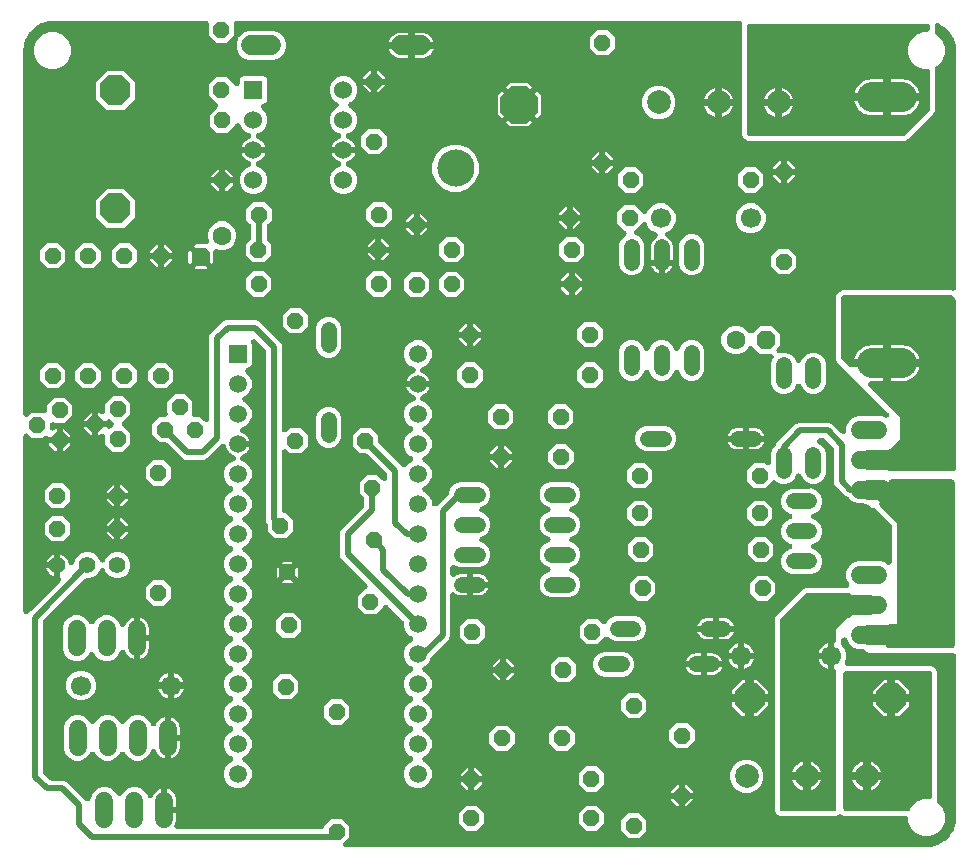
<source format=gbl>
G04 EAGLE Gerber RS-274X export*
G75*
%MOMM*%
%FSLAX34Y34*%
%LPD*%
%INBottom Copper*%
%IPPOS*%
%AMOC8*
5,1,8,0,0,1.08239X$1,22.5*%
G01*
%ADD10P,1.732040X8X22.500000*%
%ADD11C,1.600200*%
%ADD12C,1.320800*%
%ADD13C,1.524000*%
%ADD14P,1.429621X8X292.500000*%
%ADD15P,1.429621X8X202.500000*%
%ADD16P,1.429621X8X67.500000*%
%ADD17P,1.429621X8X22.500000*%
%ADD18R,1.508000X1.508000*%
%ADD19C,1.508000*%
%ADD20R,1.524000X1.524000*%
%ADD21C,1.524000*%
%ADD22C,1.700000*%
%ADD23P,1.429621X8X112.500000*%
%ADD24P,1.732040X8X247.500000*%
%ADD25C,2.540000*%
%ADD26C,1.400000*%
%ADD27C,2.000000*%
%ADD28P,1.429621X8X247.500000*%
%ADD29P,2.749271X8X202.500000*%
%ADD30P,3.409096X8X67.500000*%
%ADD31C,3.149600*%
%ADD32P,2.749271X8X292.500000*%
%ADD33C,1.676400*%
%ADD34C,1.700000*%
%ADD35C,0.508000*%

G36*
X870056Y-14914D02*
X870056Y-14914D01*
X870166Y-14914D01*
X873087Y-14722D01*
X873179Y-14708D01*
X873272Y-14703D01*
X873478Y-14662D01*
X873532Y-14653D01*
X873550Y-14647D01*
X873578Y-14641D01*
X879222Y-13129D01*
X879387Y-13069D01*
X879554Y-13015D01*
X879609Y-12987D01*
X879645Y-12975D01*
X879699Y-12943D01*
X879834Y-12875D01*
X884894Y-9954D01*
X885038Y-9853D01*
X885185Y-9758D01*
X885232Y-9717D01*
X885262Y-9696D01*
X885306Y-9651D01*
X885420Y-9551D01*
X889551Y-5420D01*
X889664Y-5284D01*
X889782Y-5154D01*
X889816Y-5103D01*
X889840Y-5074D01*
X889871Y-5019D01*
X889954Y-4894D01*
X892875Y166D01*
X892950Y325D01*
X893030Y482D01*
X893049Y541D01*
X893065Y574D01*
X893081Y635D01*
X893129Y778D01*
X894641Y6422D01*
X894657Y6513D01*
X894683Y6603D01*
X894709Y6812D01*
X894719Y6865D01*
X894719Y6884D01*
X894722Y6913D01*
X894914Y9834D01*
X894913Y9890D01*
X894919Y10000D01*
X894919Y146856D01*
X894916Y146891D01*
X894918Y146925D01*
X894896Y147114D01*
X894879Y147305D01*
X894870Y147338D01*
X894866Y147372D01*
X894811Y147555D01*
X894761Y147739D01*
X894746Y147770D01*
X894736Y147803D01*
X894649Y147974D01*
X894567Y148146D01*
X894547Y148174D01*
X894532Y148205D01*
X894416Y148357D01*
X894305Y148512D01*
X894280Y148536D01*
X894260Y148563D01*
X894120Y148692D01*
X893983Y148826D01*
X893954Y148845D01*
X893928Y148869D01*
X893767Y148971D01*
X893610Y149078D01*
X893578Y149092D01*
X893549Y149110D01*
X893372Y149183D01*
X893198Y149260D01*
X893164Y149268D01*
X893132Y149281D01*
X892945Y149321D01*
X892760Y149367D01*
X892726Y149369D01*
X892692Y149376D01*
X892380Y149395D01*
X821686Y149395D01*
X819259Y150401D01*
X817288Y152372D01*
X817162Y152477D01*
X817041Y152589D01*
X816989Y152621D01*
X816943Y152660D01*
X816800Y152742D01*
X816661Y152830D01*
X816605Y152854D01*
X816552Y152884D01*
X816397Y152939D01*
X816245Y153001D01*
X816185Y153014D01*
X816127Y153035D01*
X815965Y153061D01*
X815804Y153096D01*
X815727Y153101D01*
X815683Y153108D01*
X815622Y153107D01*
X815492Y153115D01*
X811356Y153115D01*
X807061Y154894D01*
X803774Y158181D01*
X802490Y161282D01*
X802407Y161439D01*
X802331Y161599D01*
X802304Y161637D01*
X802304Y161638D01*
X802281Y161681D01*
X802172Y161821D01*
X802069Y161965D01*
X802035Y161999D01*
X802006Y162037D01*
X801874Y162156D01*
X801747Y162279D01*
X801707Y162306D01*
X801671Y162338D01*
X801521Y162432D01*
X801374Y162532D01*
X801330Y162551D01*
X801289Y162576D01*
X801124Y162642D01*
X800962Y162714D01*
X800915Y162725D01*
X800871Y162743D01*
X800697Y162778D01*
X800524Y162820D01*
X800477Y162823D01*
X800430Y162833D01*
X800252Y162837D01*
X800075Y162848D01*
X800027Y162843D01*
X799980Y162844D01*
X799804Y162817D01*
X799628Y162796D01*
X799582Y162782D01*
X799535Y162775D01*
X799367Y162717D01*
X799197Y162666D01*
X799154Y162644D01*
X799109Y162628D01*
X798954Y162542D01*
X798795Y162461D01*
X798757Y162433D01*
X798716Y162409D01*
X798578Y162297D01*
X798437Y162189D01*
X798404Y162154D01*
X798367Y162124D01*
X798252Y161989D01*
X798131Y161858D01*
X798106Y161818D01*
X798075Y161782D01*
X797985Y161629D01*
X797890Y161478D01*
X797871Y161434D01*
X797847Y161393D01*
X797786Y161226D01*
X797719Y161062D01*
X797709Y161015D01*
X797692Y160970D01*
X797661Y160796D01*
X797640Y160698D01*
X797633Y160669D01*
X797633Y160664D01*
X797624Y160622D01*
X797620Y160563D01*
X797614Y160527D01*
X797614Y160464D01*
X797605Y160310D01*
X797605Y157316D01*
X797619Y157153D01*
X797626Y156988D01*
X797639Y156929D01*
X797645Y156868D01*
X797688Y156709D01*
X797724Y156549D01*
X797747Y156492D01*
X797763Y156433D01*
X797834Y156285D01*
X797897Y156133D01*
X797930Y156082D01*
X797957Y156027D01*
X798052Y155893D01*
X798142Y155755D01*
X798193Y155697D01*
X798219Y155661D01*
X798262Y155618D01*
X798348Y155521D01*
X799752Y154117D01*
X801665Y149499D01*
X801665Y144501D01*
X800677Y142116D01*
X800652Y142037D01*
X800619Y141962D01*
X800585Y141823D01*
X800542Y141686D01*
X800532Y141604D01*
X800512Y141524D01*
X800503Y141382D01*
X800485Y141239D01*
X800490Y141157D01*
X800484Y141075D01*
X800501Y140933D01*
X800508Y140790D01*
X800527Y140710D01*
X800537Y140628D01*
X800578Y140490D01*
X800610Y140351D01*
X800643Y140276D01*
X800667Y140197D01*
X800732Y140069D01*
X800788Y139938D01*
X800834Y139869D01*
X800871Y139795D01*
X800958Y139681D01*
X801037Y139562D01*
X801093Y139502D01*
X801143Y139437D01*
X801249Y139340D01*
X801347Y139236D01*
X801414Y139187D01*
X801474Y139131D01*
X801595Y139054D01*
X801711Y138970D01*
X801785Y138934D01*
X801854Y138890D01*
X801987Y138835D01*
X802115Y138772D01*
X802195Y138750D01*
X802271Y138719D01*
X802411Y138689D01*
X802548Y138649D01*
X802630Y138641D01*
X802711Y138624D01*
X802957Y138609D01*
X802996Y138605D01*
X803007Y138606D01*
X803023Y138605D01*
X873314Y138605D01*
X875741Y137599D01*
X877599Y135741D01*
X878605Y133314D01*
X878605Y24482D01*
X878619Y24318D01*
X878626Y24153D01*
X878639Y24094D01*
X878645Y24033D01*
X878688Y23874D01*
X878724Y23714D01*
X878747Y23658D01*
X878763Y23599D01*
X878834Y23450D01*
X878897Y23298D01*
X878930Y23247D01*
X878957Y23192D01*
X879052Y23058D01*
X879142Y22920D01*
X879193Y22862D01*
X879219Y22826D01*
X879262Y22783D01*
X879348Y22686D01*
X883209Y18826D01*
X885581Y13099D01*
X885581Y6901D01*
X883209Y1174D01*
X878826Y-3209D01*
X873099Y-5581D01*
X866901Y-5581D01*
X861174Y-3209D01*
X856791Y1174D01*
X854419Y6901D01*
X854419Y8856D01*
X854416Y8891D01*
X854418Y8925D01*
X854396Y9114D01*
X854379Y9305D01*
X854370Y9338D01*
X854366Y9372D01*
X854311Y9555D01*
X854261Y9739D01*
X854246Y9770D01*
X854236Y9803D01*
X854149Y9974D01*
X854067Y10146D01*
X854047Y10174D01*
X854032Y10205D01*
X853916Y10357D01*
X853805Y10512D01*
X853780Y10536D01*
X853760Y10563D01*
X853620Y10692D01*
X853483Y10826D01*
X853454Y10845D01*
X853428Y10869D01*
X853267Y10971D01*
X853110Y11078D01*
X853078Y11092D01*
X853049Y11110D01*
X852872Y11183D01*
X852698Y11260D01*
X852664Y11268D01*
X852632Y11281D01*
X852445Y11321D01*
X852260Y11367D01*
X852226Y11369D01*
X852192Y11376D01*
X851880Y11395D01*
X800686Y11395D01*
X798255Y12403D01*
X798246Y12412D01*
X798097Y12530D01*
X797950Y12653D01*
X797920Y12670D01*
X797893Y12692D01*
X797725Y12781D01*
X797559Y12876D01*
X797526Y12888D01*
X797496Y12904D01*
X797315Y12963D01*
X797135Y13027D01*
X797101Y13033D01*
X797068Y13043D01*
X796879Y13069D01*
X796691Y13101D01*
X796656Y13100D01*
X796622Y13105D01*
X796432Y13097D01*
X796240Y13094D01*
X796206Y13088D01*
X796172Y13086D01*
X795986Y13045D01*
X795798Y13009D01*
X795766Y12996D01*
X795732Y12989D01*
X795557Y12915D01*
X795378Y12847D01*
X795349Y12829D01*
X795317Y12815D01*
X795157Y12712D01*
X794994Y12613D01*
X794968Y12590D01*
X794939Y12571D01*
X794750Y12405D01*
X792314Y11395D01*
X746686Y11395D01*
X744259Y12401D01*
X742401Y14259D01*
X741395Y16686D01*
X741395Y178314D01*
X742401Y180741D01*
X765259Y203599D01*
X767686Y204605D01*
X802020Y204605D01*
X802150Y204616D01*
X802280Y204618D01*
X802374Y204636D01*
X802469Y204645D01*
X802594Y204679D01*
X802722Y204704D01*
X802811Y204738D01*
X802903Y204763D01*
X803021Y204819D01*
X803142Y204866D01*
X803224Y204916D01*
X803310Y204957D01*
X803415Y205032D01*
X803527Y205100D01*
X803598Y205163D01*
X803676Y205219D01*
X803767Y205312D01*
X803864Y205398D01*
X803923Y205473D01*
X803990Y205541D01*
X804063Y205649D01*
X804143Y205751D01*
X804189Y205835D01*
X804242Y205914D01*
X804295Y206033D01*
X804356Y206148D01*
X804386Y206239D01*
X804424Y206326D01*
X804455Y206453D01*
X804495Y206576D01*
X804508Y206671D01*
X804531Y206764D01*
X804539Y206893D01*
X804557Y207022D01*
X804553Y207118D01*
X804559Y207213D01*
X804544Y207342D01*
X804538Y207472D01*
X804518Y207565D01*
X804507Y207660D01*
X804469Y207785D01*
X804441Y207912D01*
X804404Y208000D01*
X804376Y208091D01*
X804317Y208207D01*
X804267Y208327D01*
X804215Y208407D01*
X804172Y208493D01*
X804093Y208596D01*
X804023Y208705D01*
X803937Y208803D01*
X803900Y208851D01*
X803867Y208882D01*
X803816Y208940D01*
X803774Y208981D01*
X801995Y213276D01*
X801995Y217924D01*
X803774Y222219D01*
X807061Y225506D01*
X811356Y227285D01*
X831244Y227285D01*
X835539Y225506D01*
X836060Y224984D01*
X836160Y224901D01*
X836253Y224810D01*
X836333Y224757D01*
X836406Y224695D01*
X836519Y224631D01*
X836626Y224558D01*
X836714Y224519D01*
X836797Y224472D01*
X836919Y224428D01*
X837038Y224376D01*
X837131Y224353D01*
X837221Y224321D01*
X837349Y224300D01*
X837476Y224269D01*
X837571Y224263D01*
X837665Y224248D01*
X837795Y224249D01*
X837925Y224241D01*
X838020Y224252D01*
X838115Y224254D01*
X838243Y224278D01*
X838372Y224293D01*
X838464Y224321D01*
X838558Y224339D01*
X838679Y224386D01*
X838803Y224424D01*
X838888Y224467D01*
X838978Y224502D01*
X839089Y224569D01*
X839205Y224628D01*
X839281Y224686D01*
X839362Y224735D01*
X839460Y224821D01*
X839563Y224900D01*
X839628Y224971D01*
X839700Y225034D01*
X839780Y225135D01*
X839869Y225231D01*
X839920Y225312D01*
X839979Y225387D01*
X840040Y225501D01*
X840110Y225611D01*
X840147Y225700D01*
X840192Y225784D01*
X840232Y225907D01*
X840281Y226028D01*
X840301Y226121D01*
X840331Y226212D01*
X840349Y226341D01*
X840376Y226468D01*
X840384Y226598D01*
X840392Y226658D01*
X840391Y226703D01*
X840395Y226780D01*
X840395Y257212D01*
X840381Y257376D01*
X840374Y257541D01*
X840361Y257600D01*
X840355Y257661D01*
X840312Y257820D01*
X840276Y257980D01*
X840253Y258036D01*
X840237Y258095D01*
X840166Y258243D01*
X840103Y258396D01*
X840070Y258447D01*
X840043Y258502D01*
X839948Y258635D01*
X839858Y258774D01*
X839807Y258832D01*
X839781Y258868D01*
X839738Y258911D01*
X839652Y259008D01*
X827008Y271652D01*
X826882Y271757D01*
X826761Y271869D01*
X826709Y271901D01*
X826663Y271940D01*
X826520Y272022D01*
X826381Y272110D01*
X826325Y272134D01*
X826272Y272164D01*
X826117Y272219D01*
X825965Y272281D01*
X825905Y272294D01*
X825847Y272315D01*
X825685Y272341D01*
X825524Y272376D01*
X825447Y272381D01*
X825403Y272388D01*
X825342Y272387D01*
X825212Y272395D01*
X824686Y272395D01*
X822259Y273401D01*
X820968Y274692D01*
X820842Y274797D01*
X820721Y274909D01*
X820669Y274941D01*
X820623Y274980D01*
X820480Y275062D01*
X820341Y275150D01*
X820285Y275174D01*
X820232Y275204D01*
X820077Y275259D01*
X819925Y275321D01*
X819865Y275334D01*
X819807Y275355D01*
X819645Y275381D01*
X819484Y275416D01*
X819407Y275421D01*
X819363Y275428D01*
X819302Y275427D01*
X819172Y275435D01*
X818801Y275435D01*
X817143Y276122D01*
X817031Y276157D01*
X816923Y276201D01*
X816817Y276224D01*
X816713Y276257D01*
X816597Y276271D01*
X816483Y276296D01*
X816329Y276306D01*
X816267Y276313D01*
X816230Y276312D01*
X816171Y276315D01*
X811356Y276315D01*
X807061Y278094D01*
X804169Y280986D01*
X804080Y281061D01*
X803997Y281143D01*
X803907Y281205D01*
X803824Y281275D01*
X803723Y281333D01*
X803626Y281399D01*
X803488Y281467D01*
X803433Y281498D01*
X803399Y281510D01*
X803346Y281536D01*
X801259Y282401D01*
X792401Y291259D01*
X791395Y293686D01*
X791395Y322212D01*
X791381Y322376D01*
X791374Y322541D01*
X791361Y322600D01*
X791355Y322661D01*
X791312Y322820D01*
X791276Y322980D01*
X791253Y323036D01*
X791237Y323095D01*
X791166Y323243D01*
X791103Y323396D01*
X791070Y323447D01*
X791043Y323502D01*
X790948Y323635D01*
X790858Y323774D01*
X790807Y323832D01*
X790781Y323868D01*
X790738Y323911D01*
X790652Y324008D01*
X784008Y330652D01*
X783882Y330757D01*
X783761Y330869D01*
X783709Y330901D01*
X783663Y330940D01*
X783520Y331022D01*
X783381Y331110D01*
X783325Y331134D01*
X783272Y331164D01*
X783117Y331219D01*
X782965Y331281D01*
X782905Y331294D01*
X782847Y331315D01*
X782685Y331341D01*
X782524Y331376D01*
X782447Y331381D01*
X782403Y331388D01*
X782342Y331387D01*
X782212Y331395D01*
X779559Y331395D01*
X779382Y331380D01*
X779205Y331370D01*
X779159Y331360D01*
X779111Y331355D01*
X778939Y331309D01*
X778767Y331268D01*
X778723Y331249D01*
X778677Y331237D01*
X778516Y331161D01*
X778353Y331090D01*
X778313Y331064D01*
X778270Y331043D01*
X778125Y330940D01*
X777977Y330842D01*
X777943Y330809D01*
X777904Y330781D01*
X777780Y330654D01*
X777651Y330531D01*
X777623Y330493D01*
X777590Y330459D01*
X777490Y330311D01*
X777385Y330168D01*
X777364Y330125D01*
X777338Y330086D01*
X777266Y329923D01*
X777188Y329764D01*
X777175Y329718D01*
X777155Y329674D01*
X777113Y329501D01*
X777065Y329330D01*
X777060Y329283D01*
X777049Y329236D01*
X777038Y329059D01*
X777020Y328882D01*
X777024Y328835D01*
X777021Y328787D01*
X777042Y328610D01*
X777056Y328433D01*
X777068Y328387D01*
X777073Y328340D01*
X777125Y328169D01*
X777170Y327998D01*
X777190Y327955D01*
X777203Y327909D01*
X777284Y327750D01*
X777359Y327589D01*
X777386Y327550D01*
X777408Y327507D01*
X777515Y327366D01*
X777617Y327220D01*
X777651Y327187D01*
X777680Y327149D01*
X777810Y327028D01*
X777936Y326903D01*
X777976Y326876D01*
X778011Y326844D01*
X778161Y326748D01*
X778307Y326647D01*
X778360Y326621D01*
X778391Y326602D01*
X778449Y326578D01*
X778588Y326510D01*
X779943Y325949D01*
X782945Y322947D01*
X784569Y319026D01*
X784569Y301574D01*
X782945Y297653D01*
X779943Y294651D01*
X776022Y293027D01*
X774828Y293027D01*
X774651Y293012D01*
X774474Y293002D01*
X774427Y292992D01*
X774379Y292987D01*
X774208Y292941D01*
X774035Y292900D01*
X773991Y292881D01*
X773945Y292869D01*
X773785Y292793D01*
X773621Y292722D01*
X773582Y292696D01*
X773538Y292675D01*
X773394Y292572D01*
X773246Y292474D01*
X773211Y292441D01*
X773172Y292413D01*
X773048Y292286D01*
X772920Y292163D01*
X772892Y292125D01*
X772858Y292091D01*
X772759Y291943D01*
X772654Y291800D01*
X772633Y291757D01*
X772606Y291718D01*
X772534Y291555D01*
X772456Y291396D01*
X772443Y291350D01*
X772424Y291306D01*
X772382Y291133D01*
X772333Y290962D01*
X772329Y290915D01*
X772317Y290868D01*
X772306Y290691D01*
X772289Y290514D01*
X772293Y290467D01*
X772290Y290419D01*
X772310Y290242D01*
X772324Y290065D01*
X772336Y290019D01*
X772342Y289972D01*
X772393Y289801D01*
X772438Y289630D01*
X772458Y289587D01*
X772472Y289541D01*
X772553Y289382D01*
X772627Y289221D01*
X772655Y289182D01*
X772676Y289139D01*
X772784Y288998D01*
X772886Y288852D01*
X772919Y288819D01*
X772948Y288781D01*
X773079Y288660D01*
X773205Y288535D01*
X773244Y288508D01*
X773279Y288476D01*
X773429Y288380D01*
X773575Y288279D01*
X773629Y288253D01*
X773659Y288234D01*
X773718Y288210D01*
X773856Y288142D01*
X776747Y286945D01*
X779749Y283943D01*
X781373Y280022D01*
X781373Y275778D01*
X779749Y271857D01*
X776747Y268855D01*
X773586Y267546D01*
X773471Y267486D01*
X773351Y267434D01*
X773272Y267382D01*
X773187Y267337D01*
X773084Y267258D01*
X772975Y267186D01*
X772906Y267120D01*
X772831Y267062D01*
X772744Y266965D01*
X772650Y266875D01*
X772593Y266798D01*
X772529Y266727D01*
X772461Y266617D01*
X772384Y266512D01*
X772342Y266426D01*
X772291Y266345D01*
X772243Y266224D01*
X772186Y266108D01*
X772160Y266016D01*
X772125Y265927D01*
X772098Y265799D01*
X772063Y265674D01*
X772054Y265579D01*
X772034Y265486D01*
X772031Y265356D01*
X772018Y265226D01*
X772026Y265131D01*
X772024Y265036D01*
X772044Y264907D01*
X772054Y264777D01*
X772078Y264685D01*
X772093Y264591D01*
X772135Y264467D01*
X772168Y264342D01*
X772208Y264255D01*
X772239Y264165D01*
X772302Y264051D01*
X772357Y263933D01*
X772412Y263855D01*
X772458Y263772D01*
X772541Y263671D01*
X772615Y263564D01*
X772683Y263497D01*
X772744Y263423D01*
X772842Y263339D01*
X772935Y263247D01*
X773013Y263193D01*
X773086Y263131D01*
X773198Y263065D01*
X773305Y262991D01*
X773422Y262934D01*
X773474Y262903D01*
X773517Y262888D01*
X773586Y262854D01*
X776747Y261545D01*
X779749Y258543D01*
X781373Y254622D01*
X781373Y250378D01*
X779749Y246457D01*
X776747Y243455D01*
X773586Y242146D01*
X773471Y242086D01*
X773351Y242034D01*
X773272Y241982D01*
X773187Y241937D01*
X773084Y241858D01*
X772975Y241786D01*
X772906Y241720D01*
X772831Y241662D01*
X772744Y241565D01*
X772650Y241476D01*
X772593Y241398D01*
X772529Y241328D01*
X772460Y241217D01*
X772384Y241112D01*
X772342Y241026D01*
X772291Y240945D01*
X772243Y240824D01*
X772186Y240708D01*
X772160Y240616D01*
X772125Y240527D01*
X772099Y240400D01*
X772063Y240274D01*
X772054Y240179D01*
X772034Y240086D01*
X772031Y239956D01*
X772018Y239826D01*
X772026Y239731D01*
X772024Y239636D01*
X772044Y239507D01*
X772054Y239377D01*
X772078Y239285D01*
X772093Y239191D01*
X772135Y239068D01*
X772168Y238942D01*
X772208Y238855D01*
X772239Y238765D01*
X772302Y238651D01*
X772357Y238533D01*
X772412Y238455D01*
X772458Y238372D01*
X772541Y238271D01*
X772615Y238164D01*
X772683Y238097D01*
X772743Y238023D01*
X772842Y237939D01*
X772935Y237847D01*
X773013Y237793D01*
X773086Y237731D01*
X773198Y237665D01*
X773305Y237591D01*
X773422Y237534D01*
X773474Y237503D01*
X773516Y237488D01*
X773586Y237454D01*
X776747Y236145D01*
X779749Y233143D01*
X781373Y229222D01*
X781373Y224978D01*
X779749Y221057D01*
X776747Y218055D01*
X772826Y216431D01*
X755374Y216431D01*
X751453Y218055D01*
X748451Y221057D01*
X746827Y224978D01*
X746827Y229222D01*
X748451Y233143D01*
X751453Y236145D01*
X754614Y237454D01*
X754729Y237514D01*
X754849Y237566D01*
X754928Y237618D01*
X755013Y237663D01*
X755116Y237742D01*
X755225Y237814D01*
X755294Y237880D01*
X755369Y237938D01*
X755456Y238035D01*
X755550Y238125D01*
X755607Y238202D01*
X755671Y238273D01*
X755739Y238383D01*
X755816Y238488D01*
X755858Y238574D01*
X755909Y238655D01*
X755957Y238776D01*
X756014Y238892D01*
X756040Y238984D01*
X756075Y239073D01*
X756102Y239201D01*
X756137Y239326D01*
X756146Y239421D01*
X756166Y239514D01*
X756169Y239644D01*
X756182Y239774D01*
X756174Y239869D01*
X756176Y239964D01*
X756156Y240093D01*
X756146Y240223D01*
X756122Y240315D01*
X756107Y240409D01*
X756065Y240533D01*
X756032Y240658D01*
X755992Y240745D01*
X755961Y240835D01*
X755898Y240949D01*
X755843Y241067D01*
X755788Y241145D01*
X755742Y241228D01*
X755659Y241329D01*
X755585Y241436D01*
X755517Y241503D01*
X755456Y241577D01*
X755358Y241661D01*
X755265Y241753D01*
X755187Y241807D01*
X755114Y241869D01*
X755002Y241935D01*
X754895Y242009D01*
X754778Y242066D01*
X754726Y242097D01*
X754683Y242112D01*
X754614Y242146D01*
X751453Y243455D01*
X748451Y246457D01*
X746827Y250378D01*
X746827Y254622D01*
X748451Y258543D01*
X751453Y261545D01*
X754614Y262854D01*
X754729Y262914D01*
X754849Y262966D01*
X754928Y263018D01*
X755013Y263063D01*
X755116Y263142D01*
X755225Y263214D01*
X755294Y263280D01*
X755369Y263338D01*
X755456Y263435D01*
X755550Y263524D01*
X755607Y263602D01*
X755671Y263672D01*
X755740Y263783D01*
X755816Y263888D01*
X755858Y263974D01*
X755909Y264055D01*
X755957Y264176D01*
X756014Y264292D01*
X756040Y264384D01*
X756075Y264473D01*
X756101Y264600D01*
X756137Y264726D01*
X756146Y264821D01*
X756166Y264914D01*
X756169Y265044D01*
X756182Y265174D01*
X756174Y265269D01*
X756176Y265364D01*
X756156Y265493D01*
X756146Y265623D01*
X756122Y265715D01*
X756107Y265809D01*
X756065Y265932D01*
X756032Y266058D01*
X755992Y266145D01*
X755961Y266235D01*
X755898Y266349D01*
X755843Y266467D01*
X755788Y266545D01*
X755742Y266628D01*
X755659Y266729D01*
X755585Y266836D01*
X755517Y266903D01*
X755457Y266977D01*
X755358Y267061D01*
X755265Y267153D01*
X755187Y267207D01*
X755114Y267269D01*
X755002Y267335D01*
X754895Y267409D01*
X754778Y267466D01*
X754726Y267497D01*
X754684Y267512D01*
X754614Y267546D01*
X751453Y268855D01*
X748451Y271857D01*
X746827Y275778D01*
X746827Y280022D01*
X748451Y283943D01*
X751453Y286945D01*
X755374Y288569D01*
X769776Y288569D01*
X769953Y288584D01*
X770130Y288594D01*
X770177Y288604D01*
X770225Y288609D01*
X770396Y288655D01*
X770569Y288696D01*
X770613Y288715D01*
X770659Y288727D01*
X770819Y288803D01*
X770983Y288874D01*
X771022Y288900D01*
X771066Y288921D01*
X771210Y289024D01*
X771358Y289122D01*
X771393Y289155D01*
X771432Y289183D01*
X771556Y289310D01*
X771684Y289433D01*
X771712Y289471D01*
X771746Y289505D01*
X771845Y289653D01*
X771950Y289796D01*
X771971Y289839D01*
X771998Y289878D01*
X772070Y290041D01*
X772148Y290200D01*
X772161Y290246D01*
X772180Y290290D01*
X772222Y290463D01*
X772271Y290634D01*
X772275Y290681D01*
X772287Y290728D01*
X772298Y290905D01*
X772315Y291082D01*
X772311Y291129D01*
X772314Y291177D01*
X772294Y291354D01*
X772280Y291531D01*
X772268Y291577D01*
X772262Y291624D01*
X772211Y291795D01*
X772166Y291966D01*
X772146Y292009D01*
X772132Y292055D01*
X772051Y292214D01*
X771977Y292375D01*
X771949Y292414D01*
X771928Y292457D01*
X771820Y292598D01*
X771718Y292744D01*
X771685Y292777D01*
X771656Y292815D01*
X771525Y292936D01*
X771399Y293061D01*
X771360Y293088D01*
X771325Y293120D01*
X771175Y293216D01*
X771029Y293317D01*
X770975Y293343D01*
X770945Y293362D01*
X770886Y293386D01*
X770748Y293454D01*
X767857Y294651D01*
X764855Y297653D01*
X763846Y300090D01*
X763786Y300205D01*
X763734Y300325D01*
X763682Y300404D01*
X763637Y300489D01*
X763558Y300592D01*
X763486Y300700D01*
X763420Y300769D01*
X763362Y300845D01*
X763265Y300932D01*
X763176Y301026D01*
X763098Y301083D01*
X763028Y301147D01*
X762917Y301215D01*
X762812Y301292D01*
X762726Y301334D01*
X762645Y301384D01*
X762524Y301433D01*
X762408Y301490D01*
X762316Y301516D01*
X762227Y301551D01*
X762100Y301577D01*
X761974Y301613D01*
X761879Y301622D01*
X761786Y301641D01*
X761656Y301644D01*
X761526Y301657D01*
X761431Y301650D01*
X761336Y301652D01*
X761207Y301632D01*
X761077Y301622D01*
X760985Y301598D01*
X760891Y301583D01*
X760767Y301541D01*
X760642Y301508D01*
X760555Y301468D01*
X760465Y301437D01*
X760351Y301373D01*
X760233Y301319D01*
X760155Y301264D01*
X760072Y301218D01*
X759971Y301135D01*
X759864Y301061D01*
X759797Y300993D01*
X759723Y300932D01*
X759639Y300833D01*
X759547Y300741D01*
X759493Y300663D01*
X759431Y300590D01*
X759365Y300478D01*
X759291Y300371D01*
X759234Y300254D01*
X759203Y300201D01*
X759188Y300159D01*
X759154Y300090D01*
X758145Y297653D01*
X755143Y294651D01*
X751222Y293027D01*
X746978Y293027D01*
X743057Y294651D01*
X742544Y295165D01*
X742517Y295187D01*
X742494Y295213D01*
X742345Y295331D01*
X742198Y295454D01*
X742168Y295471D01*
X742141Y295492D01*
X741973Y295582D01*
X741807Y295677D01*
X741775Y295689D01*
X741744Y295705D01*
X741563Y295764D01*
X741383Y295828D01*
X741349Y295833D01*
X741316Y295844D01*
X741126Y295870D01*
X740939Y295901D01*
X740904Y295901D01*
X740870Y295905D01*
X740679Y295898D01*
X740489Y295895D01*
X740454Y295888D01*
X740420Y295887D01*
X740234Y295846D01*
X740046Y295810D01*
X740014Y295797D01*
X739980Y295790D01*
X739805Y295716D01*
X739626Y295647D01*
X739597Y295629D01*
X739565Y295616D01*
X739405Y295512D01*
X739242Y295413D01*
X739216Y295390D01*
X739187Y295372D01*
X738952Y295165D01*
X732919Y289131D01*
X724081Y289131D01*
X717831Y295381D01*
X717831Y304219D01*
X724081Y310469D01*
X732919Y310469D01*
X734096Y309291D01*
X734196Y309208D01*
X734289Y309117D01*
X734369Y309064D01*
X734442Y309002D01*
X734555Y308938D01*
X734662Y308865D01*
X734750Y308826D01*
X734833Y308779D01*
X734955Y308736D01*
X735074Y308683D01*
X735167Y308660D01*
X735257Y308628D01*
X735385Y308607D01*
X735512Y308576D01*
X735607Y308570D01*
X735701Y308555D01*
X735831Y308557D01*
X735961Y308549D01*
X736056Y308560D01*
X736152Y308561D01*
X736279Y308586D01*
X736408Y308601D01*
X736500Y308628D01*
X736594Y308646D01*
X736715Y308693D01*
X736839Y308731D01*
X736925Y308774D01*
X737014Y308809D01*
X737125Y308876D01*
X737241Y308935D01*
X737317Y308993D01*
X737398Y309043D01*
X737496Y309129D01*
X737599Y309207D01*
X737664Y309278D01*
X737736Y309341D01*
X737816Y309443D01*
X737905Y309538D01*
X737956Y309619D01*
X738015Y309694D01*
X738077Y309809D01*
X738146Y309918D01*
X738183Y310007D01*
X738228Y310091D01*
X738268Y310215D01*
X738317Y310335D01*
X738337Y310428D01*
X738367Y310519D01*
X738385Y310648D01*
X738412Y310775D01*
X738420Y310905D01*
X738428Y310965D01*
X738427Y311010D01*
X738431Y311087D01*
X738431Y319026D01*
X740055Y322947D01*
X742119Y325011D01*
X742194Y325101D01*
X742277Y325184D01*
X742339Y325273D01*
X742408Y325357D01*
X742466Y325458D01*
X742533Y325554D01*
X742600Y325693D01*
X742632Y325747D01*
X742644Y325782D01*
X742670Y325835D01*
X743501Y327841D01*
X759259Y343599D01*
X761686Y344605D01*
X787314Y344605D01*
X789741Y343599D01*
X797660Y335680D01*
X797760Y335597D01*
X797853Y335506D01*
X797933Y335452D01*
X798006Y335391D01*
X798119Y335327D01*
X798226Y335254D01*
X798314Y335215D01*
X798397Y335168D01*
X798519Y335124D01*
X798638Y335072D01*
X798731Y335049D01*
X798821Y335017D01*
X798949Y334996D01*
X799076Y334965D01*
X799171Y334959D01*
X799265Y334943D01*
X799395Y334945D01*
X799525Y334937D01*
X799620Y334948D01*
X799716Y334950D01*
X799843Y334974D01*
X799972Y334989D01*
X800064Y335017D01*
X800158Y335035D01*
X800279Y335082D01*
X800403Y335120D01*
X800488Y335163D01*
X800578Y335197D01*
X800689Y335265D01*
X800805Y335324D01*
X800881Y335382D01*
X800962Y335431D01*
X801060Y335517D01*
X801163Y335596D01*
X801228Y335666D01*
X801300Y335729D01*
X801380Y335831D01*
X801469Y335927D01*
X801520Y336008D01*
X801579Y336083D01*
X801640Y336197D01*
X801710Y336307D01*
X801747Y336395D01*
X801792Y336479D01*
X801832Y336603D01*
X801881Y336723D01*
X801901Y336817D01*
X801931Y336908D01*
X801949Y337036D01*
X801976Y337164D01*
X801984Y337293D01*
X801992Y337354D01*
X801991Y337399D01*
X801995Y337476D01*
X801995Y341124D01*
X803774Y345419D01*
X807061Y348706D01*
X811356Y350485D01*
X831244Y350485D01*
X834696Y349055D01*
X834865Y349002D01*
X835032Y348942D01*
X835080Y348935D01*
X835125Y348920D01*
X835301Y348898D01*
X835477Y348869D01*
X835525Y348870D01*
X835572Y348864D01*
X835749Y348873D01*
X835927Y348875D01*
X835974Y348884D01*
X836022Y348887D01*
X836194Y348927D01*
X836369Y348961D01*
X836414Y348978D01*
X836460Y348989D01*
X836623Y349059D01*
X836789Y349123D01*
X836830Y349148D01*
X836874Y349167D01*
X837022Y349265D01*
X837174Y349357D01*
X837210Y349389D01*
X837249Y349415D01*
X837378Y349537D01*
X837511Y349655D01*
X837541Y349692D01*
X837575Y349726D01*
X837680Y349869D01*
X837791Y350008D01*
X837813Y350050D01*
X837841Y350089D01*
X837919Y350249D01*
X838003Y350405D01*
X838018Y350450D01*
X838039Y350493D01*
X838088Y350665D01*
X838142Y350833D01*
X838149Y350881D01*
X838162Y350927D01*
X838180Y351103D01*
X838204Y351279D01*
X838202Y351327D01*
X838207Y351375D01*
X838193Y351552D01*
X838185Y351729D01*
X838175Y351776D01*
X838171Y351824D01*
X838126Y351995D01*
X838088Y352169D01*
X838069Y352213D01*
X838057Y352259D01*
X837983Y352420D01*
X837914Y352584D01*
X837888Y352625D01*
X837868Y352668D01*
X837766Y352813D01*
X837670Y352962D01*
X837631Y353007D01*
X837610Y353037D01*
X837565Y353081D01*
X837463Y353197D01*
X794401Y396259D01*
X793395Y398686D01*
X793395Y451314D01*
X794401Y453741D01*
X796259Y455599D01*
X798686Y456605D01*
X891314Y456605D01*
X891408Y456566D01*
X891487Y456541D01*
X891562Y456508D01*
X891701Y456474D01*
X891838Y456431D01*
X891920Y456420D01*
X892000Y456401D01*
X892143Y456392D01*
X892284Y456374D01*
X892367Y456378D01*
X892449Y456373D01*
X892591Y456390D01*
X892734Y456397D01*
X892814Y456416D01*
X892896Y456425D01*
X893034Y456467D01*
X893173Y456499D01*
X893248Y456532D01*
X893327Y456556D01*
X893455Y456621D01*
X893586Y456677D01*
X893655Y456723D01*
X893729Y456760D01*
X893843Y456846D01*
X893962Y456925D01*
X894022Y456982D01*
X894087Y457032D01*
X894184Y457137D01*
X894288Y457236D01*
X894337Y457302D01*
X894393Y457363D01*
X894469Y457484D01*
X894554Y457599D01*
X894590Y457673D01*
X894634Y457743D01*
X894689Y457875D01*
X894752Y458004D01*
X894774Y458083D01*
X894805Y458159D01*
X894835Y458299D01*
X894875Y458437D01*
X894883Y458519D01*
X894900Y458600D01*
X894915Y458845D01*
X894919Y458885D01*
X894918Y458896D01*
X894919Y458912D01*
X894919Y660000D01*
X894914Y660056D01*
X894914Y660166D01*
X894722Y663087D01*
X894708Y663179D01*
X894703Y663272D01*
X894662Y663478D01*
X894653Y663532D01*
X894647Y663550D01*
X894641Y663578D01*
X893129Y669222D01*
X893069Y669387D01*
X893015Y669554D01*
X892987Y669609D01*
X892975Y669645D01*
X892943Y669699D01*
X892875Y669834D01*
X889954Y674894D01*
X889853Y675038D01*
X889758Y675185D01*
X889717Y675231D01*
X889696Y675262D01*
X889651Y675307D01*
X889551Y675420D01*
X885420Y679551D01*
X885285Y679663D01*
X885154Y679782D01*
X885103Y679816D01*
X885074Y679840D01*
X885020Y679871D01*
X884894Y679954D01*
X880414Y682541D01*
X880393Y682551D01*
X880374Y682564D01*
X880188Y682646D01*
X880005Y682731D01*
X879983Y682736D01*
X879962Y682746D01*
X879765Y682794D01*
X879570Y682845D01*
X879547Y682847D01*
X879524Y682852D01*
X879323Y682865D01*
X879121Y682881D01*
X879098Y682879D01*
X879075Y682880D01*
X878874Y682857D01*
X878673Y682837D01*
X878651Y682831D01*
X878628Y682828D01*
X878434Y682769D01*
X878240Y682715D01*
X878219Y682704D01*
X878197Y682698D01*
X878016Y682606D01*
X877835Y682518D01*
X877816Y682504D01*
X877795Y682493D01*
X877635Y682372D01*
X877471Y682252D01*
X877455Y682235D01*
X877437Y682221D01*
X877300Y682073D01*
X877160Y681927D01*
X877147Y681907D01*
X877131Y681890D01*
X877023Y681720D01*
X876911Y681551D01*
X876902Y681530D01*
X876890Y681511D01*
X876813Y681324D01*
X876733Y681138D01*
X876727Y681115D01*
X876719Y681094D01*
X876676Y680896D01*
X876630Y680699D01*
X876629Y680676D01*
X876624Y680654D01*
X876605Y680342D01*
X876605Y675825D01*
X876624Y675614D01*
X876640Y675403D01*
X876643Y675390D01*
X876645Y675377D01*
X876701Y675171D01*
X876754Y674967D01*
X876760Y674955D01*
X876763Y674942D01*
X876853Y674753D01*
X876943Y674559D01*
X876951Y674548D01*
X876957Y674536D01*
X877079Y674364D01*
X877202Y674190D01*
X877211Y674181D01*
X877219Y674170D01*
X877371Y674021D01*
X877521Y673872D01*
X877532Y673865D01*
X877541Y673856D01*
X877718Y673737D01*
X877891Y673617D01*
X877906Y673610D01*
X877914Y673604D01*
X877951Y673588D01*
X878172Y673479D01*
X878826Y673209D01*
X883209Y668826D01*
X885581Y663099D01*
X885581Y656901D01*
X883209Y651174D01*
X878826Y646791D01*
X878172Y646521D01*
X877985Y646423D01*
X877795Y646326D01*
X877785Y646318D01*
X877773Y646312D01*
X877605Y646182D01*
X877437Y646054D01*
X877428Y646044D01*
X877417Y646036D01*
X877275Y645879D01*
X877131Y645723D01*
X877124Y645712D01*
X877116Y645702D01*
X877004Y645523D01*
X876890Y645343D01*
X876885Y645331D01*
X876878Y645320D01*
X876800Y645124D01*
X876719Y644927D01*
X876716Y644914D01*
X876711Y644902D01*
X876669Y644695D01*
X876624Y644487D01*
X876623Y644471D01*
X876621Y644460D01*
X876620Y644421D01*
X876605Y644175D01*
X876605Y608686D01*
X875599Y606259D01*
X853741Y584401D01*
X851314Y583395D01*
X718686Y583395D01*
X716259Y584401D01*
X714401Y586259D01*
X713395Y588686D01*
X713395Y681314D01*
X713434Y681408D01*
X713459Y681487D01*
X713492Y681562D01*
X713526Y681701D01*
X713569Y681838D01*
X713580Y681920D01*
X713599Y682000D01*
X713608Y682143D01*
X713626Y682284D01*
X713622Y682367D01*
X713627Y682449D01*
X713610Y682591D01*
X713603Y682734D01*
X713584Y682814D01*
X713575Y682896D01*
X713533Y683034D01*
X713501Y683173D01*
X713468Y683248D01*
X713444Y683327D01*
X713379Y683455D01*
X713323Y683586D01*
X713277Y683655D01*
X713240Y683729D01*
X713154Y683843D01*
X713075Y683962D01*
X713018Y684022D01*
X712968Y684087D01*
X712863Y684184D01*
X712764Y684288D01*
X712698Y684337D01*
X712637Y684393D01*
X712516Y684469D01*
X712401Y684554D01*
X712327Y684590D01*
X712257Y684634D01*
X712125Y684689D01*
X711996Y684752D01*
X711917Y684774D01*
X711841Y684805D01*
X711701Y684835D01*
X711563Y684875D01*
X711481Y684883D01*
X711400Y684900D01*
X711155Y684915D01*
X711115Y684919D01*
X711104Y684918D01*
X711088Y684919D01*
X285898Y684919D01*
X285863Y684916D01*
X285829Y684918D01*
X285640Y684896D01*
X285449Y684879D01*
X285416Y684870D01*
X285382Y684866D01*
X285199Y684811D01*
X285015Y684761D01*
X284984Y684746D01*
X284951Y684736D01*
X284780Y684649D01*
X284608Y684567D01*
X284580Y684547D01*
X284549Y684532D01*
X284397Y684416D01*
X284242Y684305D01*
X284218Y684280D01*
X284191Y684260D01*
X284062Y684120D01*
X283928Y683983D01*
X283909Y683954D01*
X283885Y683928D01*
X283783Y683767D01*
X283676Y683610D01*
X283662Y683578D01*
X283644Y683549D01*
X283571Y683372D01*
X283494Y683198D01*
X283486Y683164D01*
X283473Y683132D01*
X283433Y682945D01*
X283387Y682760D01*
X283385Y682726D01*
X283378Y682692D01*
X283359Y682380D01*
X283359Y672973D01*
X283370Y672844D01*
X283372Y672714D01*
X283390Y672620D01*
X283399Y672525D01*
X283433Y672399D01*
X283439Y672369D01*
X283373Y672339D01*
X283209Y672270D01*
X283169Y672244D01*
X283125Y672224D01*
X282980Y672122D01*
X282831Y672026D01*
X282786Y671987D01*
X282757Y671966D01*
X282712Y671921D01*
X282597Y671819D01*
X277109Y666331D01*
X268271Y666331D01*
X262021Y672581D01*
X262021Y682380D01*
X262018Y682415D01*
X262020Y682449D01*
X261998Y682638D01*
X261981Y682829D01*
X261972Y682862D01*
X261968Y682896D01*
X261913Y683079D01*
X261863Y683263D01*
X261848Y683294D01*
X261838Y683327D01*
X261751Y683498D01*
X261669Y683670D01*
X261649Y683698D01*
X261634Y683729D01*
X261518Y683881D01*
X261407Y684036D01*
X261382Y684060D01*
X261362Y684087D01*
X261222Y684216D01*
X261085Y684350D01*
X261056Y684369D01*
X261030Y684393D01*
X260869Y684495D01*
X260712Y684602D01*
X260680Y684616D01*
X260651Y684634D01*
X260474Y684707D01*
X260300Y684784D01*
X260266Y684792D01*
X260234Y684805D01*
X260047Y684845D01*
X259862Y684891D01*
X259828Y684893D01*
X259794Y684900D01*
X259482Y684919D01*
X130000Y684919D01*
X129944Y684914D01*
X129834Y684914D01*
X126913Y684722D01*
X126821Y684708D01*
X126728Y684703D01*
X126522Y684662D01*
X126468Y684653D01*
X126450Y684647D01*
X126422Y684641D01*
X120778Y683129D01*
X120613Y683069D01*
X120446Y683015D01*
X120391Y682987D01*
X120355Y682975D01*
X120301Y682943D01*
X120166Y682875D01*
X115106Y679954D01*
X114962Y679853D01*
X114815Y679758D01*
X114768Y679717D01*
X114738Y679696D01*
X114694Y679651D01*
X114580Y679551D01*
X110449Y675420D01*
X110336Y675285D01*
X110218Y675154D01*
X110184Y675103D01*
X110160Y675074D01*
X110129Y675020D01*
X110046Y674894D01*
X107125Y669834D01*
X107050Y669675D01*
X106970Y669518D01*
X106951Y669459D01*
X106935Y669426D01*
X106919Y669365D01*
X106871Y669222D01*
X105359Y663578D01*
X105343Y663487D01*
X105317Y663397D01*
X105291Y663188D01*
X105281Y663135D01*
X105281Y663116D01*
X105278Y663087D01*
X105086Y660166D01*
X105087Y660110D01*
X105081Y660000D01*
X105081Y352049D01*
X105092Y351919D01*
X105094Y351789D01*
X105112Y351696D01*
X105121Y351600D01*
X105155Y351475D01*
X105180Y351347D01*
X105214Y351258D01*
X105239Y351166D01*
X105295Y351049D01*
X105342Y350927D01*
X105392Y350845D01*
X105433Y350759D01*
X105508Y350654D01*
X105576Y350543D01*
X105639Y350471D01*
X105695Y350393D01*
X105788Y350303D01*
X105874Y350205D01*
X105949Y350146D01*
X106017Y350079D01*
X106125Y350006D01*
X106227Y349926D01*
X106311Y349881D01*
X106390Y349827D01*
X106509Y349775D01*
X106624Y349713D01*
X106715Y349684D01*
X106802Y349645D01*
X106929Y349614D01*
X107052Y349574D01*
X107147Y349561D01*
X107240Y349538D01*
X107369Y349530D01*
X107498Y349513D01*
X107594Y349516D01*
X107689Y349511D01*
X107818Y349526D01*
X107948Y349531D01*
X108041Y349552D01*
X108136Y349563D01*
X108261Y349600D01*
X108388Y349628D01*
X108476Y349665D01*
X108567Y349693D01*
X108683Y349752D01*
X108803Y349802D01*
X108883Y349854D01*
X108969Y349897D01*
X109072Y349976D01*
X109181Y350046D01*
X109279Y350132D01*
X109327Y350169D01*
X109358Y350202D01*
X109416Y350253D01*
X112331Y353169D01*
X121283Y353169D01*
X121362Y353115D01*
X121450Y353077D01*
X121533Y353029D01*
X121655Y352986D01*
X121774Y352933D01*
X121867Y352910D01*
X121957Y352878D01*
X122085Y352857D01*
X122212Y352826D01*
X122307Y352820D01*
X122401Y352805D01*
X122531Y352807D01*
X122661Y352799D01*
X122756Y352810D01*
X122851Y352811D01*
X122979Y352836D01*
X123108Y352851D01*
X123200Y352878D01*
X123293Y352896D01*
X123415Y352943D01*
X123539Y352981D01*
X123625Y353024D01*
X123714Y353059D01*
X123825Y353126D01*
X123941Y353185D01*
X124017Y353243D01*
X124098Y353293D01*
X124196Y353379D01*
X124299Y353457D01*
X124364Y353527D01*
X124436Y353591D01*
X124516Y353693D01*
X124605Y353788D01*
X124656Y353869D01*
X124715Y353944D01*
X124776Y354058D01*
X124846Y354168D01*
X124883Y354257D01*
X124928Y354341D01*
X124968Y354465D01*
X125017Y354585D01*
X125037Y354678D01*
X125067Y354769D01*
X125085Y354898D01*
X125112Y355025D01*
X125120Y355155D01*
X125128Y355215D01*
X125127Y355260D01*
X125131Y355337D01*
X125131Y359619D01*
X131381Y365869D01*
X140219Y365869D01*
X146469Y359619D01*
X146469Y350781D01*
X140219Y344531D01*
X131267Y344531D01*
X131188Y344585D01*
X131100Y344623D01*
X131017Y344671D01*
X130895Y344714D01*
X130776Y344767D01*
X130683Y344790D01*
X130593Y344822D01*
X130465Y344843D01*
X130338Y344874D01*
X130243Y344880D01*
X130149Y344895D01*
X130019Y344893D01*
X129889Y344901D01*
X129794Y344890D01*
X129699Y344889D01*
X129571Y344864D01*
X129442Y344849D01*
X129350Y344822D01*
X129257Y344804D01*
X129135Y344757D01*
X129011Y344719D01*
X128925Y344676D01*
X128836Y344641D01*
X128725Y344574D01*
X128609Y344515D01*
X128533Y344457D01*
X128452Y344407D01*
X128354Y344321D01*
X128251Y344243D01*
X128186Y344173D01*
X128114Y344109D01*
X128034Y344007D01*
X127945Y343912D01*
X127894Y343831D01*
X127835Y343756D01*
X127774Y343642D01*
X127704Y343532D01*
X127667Y343443D01*
X127622Y343359D01*
X127582Y343235D01*
X127533Y343115D01*
X127513Y343022D01*
X127483Y342931D01*
X127465Y342802D01*
X127438Y342675D01*
X127430Y342545D01*
X127422Y342485D01*
X127423Y342440D01*
X127419Y342363D01*
X127419Y340482D01*
X127430Y340352D01*
X127432Y340222D01*
X127450Y340128D01*
X127459Y340033D01*
X127493Y339908D01*
X127518Y339780D01*
X127552Y339691D01*
X127577Y339599D01*
X127633Y339481D01*
X127680Y339360D01*
X127730Y339278D01*
X127771Y339192D01*
X127846Y339086D01*
X127914Y338975D01*
X127977Y338904D01*
X128033Y338826D01*
X128126Y338735D01*
X128212Y338638D01*
X128287Y338579D01*
X128355Y338512D01*
X128463Y338439D01*
X128565Y338358D01*
X128649Y338313D01*
X128728Y338260D01*
X128847Y338207D01*
X128962Y338146D01*
X129053Y338116D01*
X129140Y338078D01*
X129267Y338047D01*
X129390Y338007D01*
X129485Y337994D01*
X129578Y337971D01*
X129707Y337963D01*
X129836Y337945D01*
X129932Y337949D01*
X130027Y337943D01*
X130156Y337958D01*
X130286Y337964D01*
X130379Y337984D01*
X130474Y337995D01*
X130599Y338033D01*
X130726Y338061D01*
X130814Y338098D01*
X130905Y338126D01*
X131021Y338185D01*
X131141Y338235D01*
X131221Y338287D01*
X131307Y338330D01*
X131410Y338409D01*
X131519Y338479D01*
X131617Y338565D01*
X131665Y338602D01*
X131696Y338635D01*
X131754Y338686D01*
X132012Y338945D01*
X133261Y338945D01*
X133261Y332339D01*
X126376Y332339D01*
X126344Y332391D01*
X126303Y332477D01*
X126228Y332582D01*
X126160Y332693D01*
X126097Y332765D01*
X126041Y332843D01*
X125948Y332933D01*
X125862Y333031D01*
X125787Y333090D01*
X125719Y333157D01*
X125611Y333230D01*
X125509Y333310D01*
X125425Y333355D01*
X125346Y333409D01*
X125227Y333462D01*
X125112Y333523D01*
X125021Y333552D01*
X124934Y333591D01*
X124807Y333622D01*
X124684Y333662D01*
X124589Y333675D01*
X124496Y333698D01*
X124367Y333706D01*
X124238Y333723D01*
X124142Y333720D01*
X124047Y333725D01*
X123918Y333710D01*
X123788Y333705D01*
X123695Y333684D01*
X123600Y333673D01*
X123475Y333636D01*
X123348Y333608D01*
X123260Y333571D01*
X123169Y333543D01*
X123053Y333484D01*
X122933Y333434D01*
X122853Y333382D01*
X122767Y333339D01*
X122664Y333260D01*
X122555Y333190D01*
X122457Y333103D01*
X122409Y333067D01*
X122378Y333034D01*
X122320Y332983D01*
X121169Y331831D01*
X112331Y331831D01*
X109416Y334747D01*
X109316Y334830D01*
X109223Y334921D01*
X109143Y334974D01*
X109070Y335036D01*
X108957Y335100D01*
X108850Y335173D01*
X108762Y335212D01*
X108679Y335259D01*
X108557Y335302D01*
X108438Y335355D01*
X108345Y335378D01*
X108255Y335410D01*
X108127Y335431D01*
X108000Y335462D01*
X107905Y335468D01*
X107811Y335483D01*
X107681Y335481D01*
X107551Y335489D01*
X107456Y335478D01*
X107360Y335477D01*
X107233Y335452D01*
X107104Y335437D01*
X107012Y335410D01*
X106918Y335392D01*
X106797Y335345D01*
X106673Y335307D01*
X106587Y335264D01*
X106498Y335229D01*
X106387Y335162D01*
X106271Y335103D01*
X106195Y335045D01*
X106114Y334995D01*
X106016Y334909D01*
X105913Y334831D01*
X105848Y334760D01*
X105776Y334697D01*
X105696Y334595D01*
X105607Y334500D01*
X105556Y334419D01*
X105497Y334344D01*
X105436Y334230D01*
X105366Y334120D01*
X105329Y334031D01*
X105284Y333947D01*
X105244Y333824D01*
X105195Y333703D01*
X105175Y333610D01*
X105145Y333519D01*
X105127Y333390D01*
X105100Y333263D01*
X105092Y333133D01*
X105084Y333073D01*
X105085Y333028D01*
X105081Y332951D01*
X105081Y185052D01*
X105092Y184922D01*
X105094Y184792D01*
X105112Y184698D01*
X105121Y184603D01*
X105155Y184477D01*
X105180Y184350D01*
X105214Y184261D01*
X105239Y184169D01*
X105295Y184051D01*
X105342Y183930D01*
X105392Y183848D01*
X105433Y183762D01*
X105508Y183656D01*
X105576Y183545D01*
X105639Y183474D01*
X105695Y183396D01*
X105788Y183305D01*
X105874Y183208D01*
X105949Y183149D01*
X106017Y183082D01*
X106125Y183009D01*
X106227Y182928D01*
X106311Y182883D01*
X106390Y182830D01*
X106509Y182777D01*
X106624Y182716D01*
X106715Y182686D01*
X106802Y182648D01*
X106929Y182617D01*
X107052Y182577D01*
X107147Y182564D01*
X107240Y182541D01*
X107369Y182533D01*
X107498Y182515D01*
X107594Y182519D01*
X107689Y182513D01*
X107818Y182528D01*
X107948Y182534D01*
X108041Y182554D01*
X108136Y182565D01*
X108261Y182603D01*
X108388Y182631D01*
X108476Y182668D01*
X108567Y182696D01*
X108683Y182755D01*
X108803Y182805D01*
X108883Y182857D01*
X108969Y182900D01*
X109072Y182978D01*
X109181Y183049D01*
X109279Y183135D01*
X109327Y183172D01*
X109358Y183205D01*
X109416Y183256D01*
X111615Y185456D01*
X111616Y185456D01*
X136084Y209924D01*
X136167Y210024D01*
X136258Y210117D01*
X136312Y210197D01*
X136373Y210270D01*
X136437Y210383D01*
X136510Y210490D01*
X136549Y210578D01*
X136596Y210661D01*
X136640Y210783D01*
X136692Y210902D01*
X136715Y210995D01*
X136747Y211085D01*
X136768Y211214D01*
X136799Y211340D01*
X136805Y211435D01*
X136821Y211529D01*
X136819Y211660D01*
X136827Y211789D01*
X136816Y211884D01*
X136814Y211980D01*
X136790Y212107D01*
X136775Y212236D01*
X136747Y212328D01*
X136729Y212422D01*
X136682Y212543D01*
X136644Y212667D01*
X136601Y212752D01*
X136567Y212842D01*
X136499Y212953D01*
X136440Y213069D01*
X136439Y213069D01*
X136439Y223800D01*
X136439Y233007D01*
X137562Y232642D01*
X138900Y231960D01*
X140115Y231077D01*
X141177Y230015D01*
X142060Y228800D01*
X142742Y227462D01*
X143240Y225928D01*
X143242Y225921D01*
X143288Y225724D01*
X143297Y225704D01*
X143302Y225683D01*
X143386Y225497D01*
X143466Y225310D01*
X143478Y225292D01*
X143487Y225272D01*
X143602Y225105D01*
X143714Y224934D01*
X143729Y224919D01*
X143741Y224901D01*
X143884Y224756D01*
X144025Y224608D01*
X144042Y224596D01*
X144058Y224580D01*
X144224Y224463D01*
X144388Y224342D01*
X144408Y224333D01*
X144425Y224320D01*
X144610Y224234D01*
X144793Y224145D01*
X144814Y224139D01*
X144833Y224130D01*
X145031Y224077D01*
X145226Y224022D01*
X145247Y224020D01*
X145268Y224014D01*
X145471Y223997D01*
X145674Y223977D01*
X145696Y223979D01*
X145717Y223977D01*
X145920Y223997D01*
X146123Y224013D01*
X146144Y224018D01*
X146165Y224020D01*
X146362Y224075D01*
X146558Y224127D01*
X146578Y224136D01*
X146599Y224141D01*
X146782Y224230D01*
X146967Y224316D01*
X146985Y224328D01*
X147004Y224338D01*
X147169Y224457D01*
X147336Y224574D01*
X147351Y224589D01*
X147369Y224602D01*
X147510Y224749D01*
X147653Y224893D01*
X147666Y224911D01*
X147681Y224927D01*
X147793Y225096D01*
X147909Y225264D01*
X147921Y225287D01*
X147930Y225302D01*
X147951Y225349D01*
X148046Y225545D01*
X149920Y230068D01*
X153032Y233180D01*
X157099Y234865D01*
X161501Y234865D01*
X165568Y233180D01*
X168680Y230068D01*
X169654Y227717D01*
X169714Y227601D01*
X169766Y227482D01*
X169818Y227402D01*
X169863Y227318D01*
X169942Y227215D01*
X170014Y227106D01*
X170080Y227037D01*
X170138Y226962D01*
X170235Y226875D01*
X170324Y226780D01*
X170402Y226724D01*
X170473Y226660D01*
X170583Y226591D01*
X170688Y226514D01*
X170774Y226472D01*
X170855Y226422D01*
X170975Y226374D01*
X171092Y226317D01*
X171184Y226291D01*
X171273Y226255D01*
X171400Y226229D01*
X171526Y226194D01*
X171621Y226184D01*
X171714Y226165D01*
X171844Y226162D01*
X171974Y226149D01*
X172069Y226157D01*
X172164Y226154D01*
X172293Y226174D01*
X172423Y226185D01*
X172515Y226209D01*
X172609Y226223D01*
X172732Y226266D01*
X172858Y226299D01*
X172945Y226339D01*
X173035Y226370D01*
X173149Y226433D01*
X173267Y226488D01*
X173345Y226542D01*
X173428Y226589D01*
X173529Y226671D01*
X173636Y226746D01*
X173703Y226814D01*
X173777Y226874D01*
X173861Y226973D01*
X173953Y227065D01*
X174007Y227144D01*
X174069Y227217D01*
X174135Y227329D01*
X174209Y227436D01*
X174266Y227553D01*
X174297Y227605D01*
X174312Y227647D01*
X174346Y227717D01*
X175320Y230068D01*
X178432Y233180D01*
X182499Y234865D01*
X186901Y234865D01*
X190968Y233180D01*
X194080Y230068D01*
X195765Y226001D01*
X195765Y221599D01*
X194080Y217532D01*
X190968Y214420D01*
X186901Y212735D01*
X182499Y212735D01*
X178432Y214420D01*
X175320Y217532D01*
X174346Y219883D01*
X174286Y219999D01*
X174234Y220118D01*
X174182Y220198D01*
X174137Y220282D01*
X174058Y220385D01*
X173986Y220494D01*
X173920Y220563D01*
X173862Y220638D01*
X173765Y220726D01*
X173675Y220820D01*
X173598Y220876D01*
X173527Y220940D01*
X173417Y221009D01*
X173312Y221086D01*
X173226Y221128D01*
X173145Y221178D01*
X173024Y221226D01*
X172908Y221283D01*
X172816Y221309D01*
X172727Y221345D01*
X172599Y221371D01*
X172474Y221406D01*
X172379Y221416D01*
X172286Y221435D01*
X172156Y221438D01*
X172026Y221451D01*
X171931Y221443D01*
X171836Y221446D01*
X171707Y221426D01*
X171577Y221415D01*
X171485Y221391D01*
X171391Y221377D01*
X171268Y221334D01*
X171142Y221301D01*
X171055Y221261D01*
X170965Y221230D01*
X170851Y221167D01*
X170733Y221112D01*
X170655Y221058D01*
X170572Y221011D01*
X170471Y220929D01*
X170364Y220854D01*
X170297Y220786D01*
X170223Y220726D01*
X170139Y220627D01*
X170047Y220535D01*
X169993Y220456D01*
X169931Y220383D01*
X169865Y220271D01*
X169791Y220164D01*
X169734Y220047D01*
X169703Y219995D01*
X169688Y219953D01*
X169654Y219883D01*
X168680Y217532D01*
X165568Y214420D01*
X161501Y212735D01*
X158628Y212735D01*
X158464Y212721D01*
X158299Y212714D01*
X158240Y212701D01*
X158179Y212695D01*
X158020Y212652D01*
X157860Y212616D01*
X157804Y212593D01*
X157745Y212577D01*
X157597Y212506D01*
X157444Y212443D01*
X157393Y212410D01*
X157338Y212383D01*
X157205Y212288D01*
X157066Y212198D01*
X157008Y212147D01*
X156972Y212121D01*
X156929Y212078D01*
X156832Y211992D01*
X122348Y177508D01*
X122243Y177382D01*
X122131Y177261D01*
X122099Y177209D01*
X122060Y177163D01*
X121978Y177020D01*
X121890Y176881D01*
X121866Y176825D01*
X121836Y176772D01*
X121781Y176617D01*
X121719Y176465D01*
X121706Y176405D01*
X121685Y176347D01*
X121659Y176185D01*
X121624Y176024D01*
X121619Y175947D01*
X121612Y175903D01*
X121613Y175842D01*
X121605Y175712D01*
X121605Y48788D01*
X121619Y48624D01*
X121626Y48459D01*
X121639Y48400D01*
X121645Y48339D01*
X121688Y48180D01*
X121724Y48020D01*
X121747Y47964D01*
X121763Y47905D01*
X121834Y47757D01*
X121897Y47604D01*
X121930Y47553D01*
X121957Y47498D01*
X122052Y47365D01*
X122142Y47226D01*
X122193Y47168D01*
X122219Y47132D01*
X122262Y47089D01*
X122348Y46992D01*
X126992Y42348D01*
X127118Y42243D01*
X127239Y42131D01*
X127291Y42099D01*
X127337Y42060D01*
X127480Y41978D01*
X127619Y41890D01*
X127675Y41866D01*
X127728Y41836D01*
X127883Y41781D01*
X128035Y41719D01*
X128095Y41706D01*
X128153Y41685D01*
X128315Y41659D01*
X128476Y41624D01*
X128553Y41619D01*
X128597Y41612D01*
X128658Y41613D01*
X128788Y41605D01*
X139314Y41605D01*
X141741Y40599D01*
X143956Y38384D01*
X157680Y24660D01*
X157780Y24577D01*
X157873Y24486D01*
X157953Y24432D01*
X158026Y24371D01*
X158139Y24307D01*
X158246Y24234D01*
X158334Y24195D01*
X158417Y24148D01*
X158539Y24104D01*
X158658Y24052D01*
X158751Y24029D01*
X158841Y23997D01*
X158970Y23976D01*
X159096Y23945D01*
X159191Y23939D01*
X159285Y23923D01*
X159416Y23925D01*
X159545Y23917D01*
X159640Y23928D01*
X159736Y23930D01*
X159863Y23954D01*
X159992Y23969D01*
X160084Y23997D01*
X160178Y24015D01*
X160299Y24062D01*
X160423Y24100D01*
X160508Y24143D01*
X160598Y24177D01*
X160709Y24245D01*
X160825Y24304D01*
X160901Y24362D01*
X160982Y24411D01*
X161080Y24497D01*
X161183Y24576D01*
X161248Y24646D01*
X161320Y24710D01*
X161400Y24811D01*
X161489Y24907D01*
X161540Y24988D01*
X161599Y25063D01*
X161660Y25177D01*
X161730Y25287D01*
X161767Y25375D01*
X161812Y25459D01*
X161852Y25583D01*
X161901Y25703D01*
X161921Y25797D01*
X161951Y25888D01*
X161969Y26016D01*
X161996Y26144D01*
X162004Y26273D01*
X162012Y26334D01*
X162011Y26379D01*
X162015Y26456D01*
X162015Y27044D01*
X163794Y31339D01*
X167081Y34626D01*
X171376Y36405D01*
X176024Y36405D01*
X180319Y34626D01*
X183606Y31339D01*
X184054Y30257D01*
X184114Y30142D01*
X184166Y30022D01*
X184218Y29942D01*
X184263Y29858D01*
X184342Y29755D01*
X184414Y29646D01*
X184480Y29577D01*
X184538Y29502D01*
X184635Y29415D01*
X184724Y29321D01*
X184802Y29264D01*
X184872Y29200D01*
X184983Y29131D01*
X185088Y29055D01*
X185174Y29013D01*
X185255Y28962D01*
X185376Y28914D01*
X185492Y28857D01*
X185584Y28831D01*
X185673Y28796D01*
X185800Y28770D01*
X185926Y28734D01*
X186021Y28725D01*
X186114Y28705D01*
X186244Y28702D01*
X186374Y28689D01*
X186469Y28697D01*
X186564Y28695D01*
X186693Y28714D01*
X186823Y28725D01*
X186915Y28749D01*
X187009Y28763D01*
X187133Y28806D01*
X187258Y28839D01*
X187345Y28879D01*
X187435Y28910D01*
X187549Y28973D01*
X187667Y29028D01*
X187745Y29083D01*
X187828Y29129D01*
X187929Y29212D01*
X188036Y29286D01*
X188103Y29354D01*
X188177Y29414D01*
X188261Y29513D01*
X188353Y29606D01*
X188407Y29684D01*
X188469Y29757D01*
X188535Y29869D01*
X188609Y29976D01*
X188666Y30093D01*
X188697Y30145D01*
X188712Y30187D01*
X188746Y30257D01*
X189194Y31339D01*
X192481Y34626D01*
X196776Y36405D01*
X201424Y36405D01*
X205719Y34626D01*
X209006Y31339D01*
X210273Y28280D01*
X210275Y28276D01*
X210276Y28272D01*
X210377Y28080D01*
X210481Y27881D01*
X210484Y27877D01*
X210486Y27874D01*
X210623Y27697D01*
X210757Y27525D01*
X210760Y27522D01*
X210763Y27518D01*
X210931Y27368D01*
X211091Y27223D01*
X211095Y27221D01*
X211098Y27218D01*
X211288Y27101D01*
X211474Y26985D01*
X211478Y26984D01*
X211481Y26981D01*
X211685Y26901D01*
X211892Y26819D01*
X211896Y26818D01*
X211900Y26816D01*
X212114Y26773D01*
X212333Y26728D01*
X212337Y26728D01*
X212342Y26728D01*
X212561Y26723D01*
X212783Y26718D01*
X212788Y26718D01*
X212792Y26718D01*
X213007Y26752D01*
X213228Y26787D01*
X213232Y26788D01*
X213237Y26789D01*
X213447Y26862D01*
X213654Y26933D01*
X213658Y26935D01*
X213662Y26936D01*
X213857Y27046D01*
X214047Y27152D01*
X214051Y27155D01*
X214054Y27157D01*
X214227Y27300D01*
X214396Y27438D01*
X214398Y27441D01*
X214402Y27444D01*
X214546Y27613D01*
X214688Y27780D01*
X214690Y27784D01*
X214693Y27787D01*
X214804Y27978D01*
X214916Y28168D01*
X214917Y28173D01*
X214919Y28176D01*
X215034Y28467D01*
X215084Y28620D01*
X215810Y30045D01*
X216750Y31339D01*
X217881Y32470D01*
X219175Y33410D01*
X220600Y34136D01*
X221961Y34579D01*
X221961Y17100D01*
X221964Y17066D01*
X221962Y17031D01*
X221984Y16842D01*
X222000Y16652D01*
X222010Y16618D01*
X222014Y16584D01*
X222069Y16401D01*
X222119Y16217D01*
X222134Y16186D01*
X222144Y16153D01*
X222231Y15982D01*
X222312Y15811D01*
X222333Y15783D01*
X222348Y15752D01*
X222463Y15600D01*
X222575Y15445D01*
X222582Y15438D01*
X222599Y15420D01*
X222620Y15393D01*
X222621Y15393D01*
X222621Y15392D01*
X222761Y15263D01*
X222898Y15130D01*
X222926Y15111D01*
X222952Y15087D01*
X223113Y14985D01*
X223271Y14878D01*
X223302Y14864D01*
X223332Y14845D01*
X223508Y14773D01*
X223683Y14696D01*
X223716Y14688D01*
X223748Y14675D01*
X223935Y14634D01*
X224120Y14589D01*
X224154Y14587D01*
X224188Y14580D01*
X224500Y14561D01*
X234661Y14561D01*
X234661Y8680D01*
X234411Y7101D01*
X233916Y5580D01*
X233263Y4297D01*
X233195Y4128D01*
X233121Y3962D01*
X233111Y3919D01*
X233095Y3879D01*
X233058Y3701D01*
X233015Y3524D01*
X233012Y3481D01*
X233003Y3438D01*
X232998Y3256D01*
X232987Y3075D01*
X232992Y3032D01*
X232991Y2988D01*
X233018Y2808D01*
X233039Y2628D01*
X233052Y2586D01*
X233058Y2543D01*
X233117Y2371D01*
X233169Y2197D01*
X233189Y2158D01*
X233203Y2117D01*
X233291Y1958D01*
X233374Y1795D01*
X233400Y1761D01*
X233421Y1723D01*
X233536Y1582D01*
X233646Y1437D01*
X233678Y1407D01*
X233705Y1373D01*
X233843Y1255D01*
X233977Y1131D01*
X234014Y1108D01*
X234046Y1080D01*
X234203Y987D01*
X234357Y890D01*
X234397Y873D01*
X234434Y851D01*
X234605Y788D01*
X234773Y719D01*
X234816Y710D01*
X234856Y694D01*
X235035Y662D01*
X235213Y624D01*
X235267Y621D01*
X235300Y615D01*
X235363Y615D01*
X235525Y605D01*
X357072Y605D01*
X357107Y608D01*
X357141Y606D01*
X357330Y628D01*
X357521Y645D01*
X357554Y654D01*
X357588Y658D01*
X357771Y713D01*
X357955Y763D01*
X357986Y778D01*
X358019Y788D01*
X358190Y875D01*
X358362Y957D01*
X358390Y977D01*
X358421Y992D01*
X358573Y1108D01*
X358728Y1219D01*
X358752Y1244D01*
X358779Y1264D01*
X358908Y1404D01*
X359042Y1541D01*
X359061Y1570D01*
X359085Y1596D01*
X359187Y1757D01*
X359294Y1914D01*
X359308Y1946D01*
X359326Y1975D01*
X359399Y2152D01*
X359476Y2326D01*
X359484Y2360D01*
X359497Y2392D01*
X359501Y2409D01*
X365861Y8769D01*
X374699Y8769D01*
X380949Y2519D01*
X380949Y-6319D01*
X376683Y-10584D01*
X376600Y-10684D01*
X376509Y-10777D01*
X376456Y-10857D01*
X376394Y-10930D01*
X376330Y-11043D01*
X376257Y-11150D01*
X376218Y-11238D01*
X376171Y-11321D01*
X376128Y-11443D01*
X376075Y-11562D01*
X376052Y-11655D01*
X376020Y-11745D01*
X375999Y-11873D01*
X375968Y-12000D01*
X375962Y-12095D01*
X375947Y-12189D01*
X375949Y-12319D01*
X375941Y-12449D01*
X375952Y-12544D01*
X375953Y-12640D01*
X375978Y-12767D01*
X375993Y-12896D01*
X376020Y-12988D01*
X376038Y-13082D01*
X376085Y-13203D01*
X376123Y-13327D01*
X376166Y-13412D01*
X376201Y-13502D01*
X376268Y-13613D01*
X376327Y-13729D01*
X376385Y-13805D01*
X376435Y-13886D01*
X376521Y-13984D01*
X376599Y-14087D01*
X376670Y-14152D01*
X376733Y-14224D01*
X376835Y-14304D01*
X376930Y-14393D01*
X377011Y-14444D01*
X377086Y-14503D01*
X377200Y-14564D01*
X377310Y-14634D01*
X377399Y-14671D01*
X377483Y-14716D01*
X377606Y-14756D01*
X377727Y-14805D01*
X377820Y-14825D01*
X377911Y-14855D01*
X378040Y-14873D01*
X378167Y-14900D01*
X378297Y-14908D01*
X378357Y-14916D01*
X378402Y-14915D01*
X378479Y-14919D01*
X870000Y-14919D01*
X870056Y-14914D01*
G37*
%LPC*%
G36*
X436792Y35395D02*
X436792Y35395D01*
X432526Y37162D01*
X429262Y40426D01*
X427495Y44692D01*
X427495Y49308D01*
X429262Y53574D01*
X432526Y56838D01*
X433772Y57354D01*
X433887Y57414D01*
X434007Y57466D01*
X434087Y57518D01*
X434171Y57563D01*
X434274Y57642D01*
X434383Y57714D01*
X434452Y57780D01*
X434527Y57838D01*
X434614Y57935D01*
X434709Y58024D01*
X434765Y58102D01*
X434829Y58172D01*
X434898Y58283D01*
X434974Y58388D01*
X435016Y58474D01*
X435067Y58555D01*
X435115Y58676D01*
X435172Y58792D01*
X435198Y58884D01*
X435233Y58973D01*
X435260Y59100D01*
X435295Y59226D01*
X435304Y59321D01*
X435324Y59414D01*
X435327Y59544D01*
X435340Y59674D01*
X435332Y59769D01*
X435334Y59864D01*
X435315Y59993D01*
X435304Y60123D01*
X435280Y60215D01*
X435266Y60309D01*
X435223Y60433D01*
X435190Y60558D01*
X435150Y60645D01*
X435119Y60735D01*
X435056Y60849D01*
X435001Y60967D01*
X434946Y61045D01*
X434900Y61128D01*
X434817Y61229D01*
X434743Y61336D01*
X434675Y61403D01*
X434615Y61477D01*
X434516Y61561D01*
X434423Y61653D01*
X434345Y61707D01*
X434272Y61769D01*
X434160Y61835D01*
X434053Y61909D01*
X433936Y61966D01*
X433884Y61997D01*
X433842Y62012D01*
X433772Y62046D01*
X432526Y62562D01*
X429262Y65826D01*
X427495Y70092D01*
X427495Y74708D01*
X429262Y78974D01*
X432526Y82238D01*
X433772Y82754D01*
X433887Y82814D01*
X434007Y82866D01*
X434087Y82918D01*
X434171Y82963D01*
X434274Y83042D01*
X434383Y83114D01*
X434452Y83180D01*
X434527Y83238D01*
X434614Y83335D01*
X434709Y83424D01*
X434765Y83502D01*
X434829Y83572D01*
X434898Y83683D01*
X434974Y83788D01*
X435016Y83874D01*
X435067Y83955D01*
X435115Y84076D01*
X435172Y84192D01*
X435198Y84284D01*
X435233Y84373D01*
X435260Y84500D01*
X435295Y84626D01*
X435304Y84721D01*
X435324Y84814D01*
X435327Y84944D01*
X435340Y85074D01*
X435332Y85169D01*
X435334Y85264D01*
X435315Y85393D01*
X435304Y85523D01*
X435280Y85615D01*
X435266Y85709D01*
X435223Y85833D01*
X435190Y85958D01*
X435150Y86045D01*
X435119Y86135D01*
X435056Y86249D01*
X435001Y86367D01*
X434946Y86445D01*
X434900Y86528D01*
X434817Y86629D01*
X434743Y86736D01*
X434675Y86803D01*
X434615Y86877D01*
X434516Y86961D01*
X434423Y87053D01*
X434345Y87107D01*
X434272Y87169D01*
X434160Y87235D01*
X434053Y87309D01*
X433936Y87366D01*
X433884Y87397D01*
X433842Y87412D01*
X433772Y87446D01*
X432526Y87962D01*
X429262Y91226D01*
X427495Y95492D01*
X427495Y100108D01*
X429262Y104374D01*
X432526Y107638D01*
X433772Y108154D01*
X433887Y108214D01*
X434007Y108266D01*
X434087Y108318D01*
X434171Y108363D01*
X434274Y108442D01*
X434383Y108514D01*
X434452Y108580D01*
X434527Y108638D01*
X434614Y108735D01*
X434709Y108824D01*
X434765Y108902D01*
X434829Y108972D01*
X434898Y109083D01*
X434974Y109188D01*
X435016Y109274D01*
X435067Y109355D01*
X435115Y109476D01*
X435172Y109592D01*
X435198Y109684D01*
X435233Y109773D01*
X435260Y109900D01*
X435295Y110026D01*
X435304Y110121D01*
X435324Y110214D01*
X435327Y110344D01*
X435340Y110474D01*
X435332Y110569D01*
X435334Y110664D01*
X435315Y110793D01*
X435304Y110923D01*
X435280Y111015D01*
X435266Y111109D01*
X435223Y111233D01*
X435190Y111358D01*
X435150Y111445D01*
X435119Y111535D01*
X435056Y111649D01*
X435001Y111767D01*
X434946Y111845D01*
X434900Y111928D01*
X434817Y112029D01*
X434743Y112136D01*
X434675Y112203D01*
X434615Y112277D01*
X434516Y112361D01*
X434423Y112453D01*
X434345Y112507D01*
X434272Y112569D01*
X434160Y112635D01*
X434053Y112709D01*
X433936Y112766D01*
X433884Y112797D01*
X433842Y112812D01*
X433772Y112846D01*
X432526Y113362D01*
X429262Y116626D01*
X427495Y120892D01*
X427495Y125508D01*
X429262Y129774D01*
X432526Y133038D01*
X433772Y133554D01*
X433887Y133614D01*
X434007Y133666D01*
X434087Y133718D01*
X434171Y133763D01*
X434274Y133842D01*
X434383Y133914D01*
X434452Y133980D01*
X434527Y134038D01*
X434614Y134135D01*
X434709Y134224D01*
X434765Y134302D01*
X434829Y134372D01*
X434898Y134483D01*
X434974Y134588D01*
X435016Y134674D01*
X435067Y134755D01*
X435115Y134876D01*
X435172Y134992D01*
X435198Y135084D01*
X435233Y135173D01*
X435260Y135300D01*
X435295Y135426D01*
X435304Y135521D01*
X435324Y135614D01*
X435327Y135744D01*
X435340Y135874D01*
X435332Y135969D01*
X435334Y136064D01*
X435315Y136193D01*
X435304Y136323D01*
X435280Y136415D01*
X435266Y136509D01*
X435223Y136633D01*
X435190Y136758D01*
X435150Y136845D01*
X435119Y136935D01*
X435056Y137049D01*
X435001Y137167D01*
X434946Y137245D01*
X434900Y137328D01*
X434817Y137429D01*
X434743Y137536D01*
X434675Y137603D01*
X434615Y137677D01*
X434516Y137761D01*
X434423Y137853D01*
X434345Y137907D01*
X434272Y137969D01*
X434160Y138035D01*
X434053Y138109D01*
X433936Y138166D01*
X433884Y138197D01*
X433842Y138212D01*
X433772Y138246D01*
X432526Y138762D01*
X429262Y142026D01*
X427495Y146292D01*
X427495Y150908D01*
X429262Y155174D01*
X432526Y158438D01*
X433772Y158954D01*
X433887Y159014D01*
X434007Y159066D01*
X434087Y159118D01*
X434171Y159163D01*
X434274Y159242D01*
X434383Y159314D01*
X434452Y159380D01*
X434527Y159438D01*
X434614Y159535D01*
X434709Y159624D01*
X434765Y159702D01*
X434829Y159772D01*
X434898Y159883D01*
X434974Y159988D01*
X435016Y160074D01*
X435067Y160155D01*
X435115Y160276D01*
X435172Y160392D01*
X435198Y160484D01*
X435233Y160573D01*
X435260Y160700D01*
X435295Y160826D01*
X435304Y160921D01*
X435324Y161014D01*
X435327Y161144D01*
X435340Y161274D01*
X435332Y161369D01*
X435334Y161464D01*
X435315Y161593D01*
X435304Y161723D01*
X435280Y161815D01*
X435266Y161909D01*
X435223Y162033D01*
X435190Y162158D01*
X435150Y162245D01*
X435119Y162335D01*
X435056Y162449D01*
X435001Y162567D01*
X434946Y162645D01*
X434900Y162728D01*
X434817Y162829D01*
X434743Y162936D01*
X434675Y163003D01*
X434615Y163077D01*
X434516Y163161D01*
X434423Y163253D01*
X434345Y163307D01*
X434272Y163369D01*
X434160Y163435D01*
X434053Y163509D01*
X433936Y163566D01*
X433884Y163597D01*
X433842Y163612D01*
X433772Y163646D01*
X432526Y164162D01*
X429262Y167426D01*
X427495Y171692D01*
X427495Y175212D01*
X427481Y175376D01*
X427474Y175541D01*
X427461Y175600D01*
X427455Y175661D01*
X427412Y175820D01*
X427376Y175980D01*
X427353Y176036D01*
X427337Y176095D01*
X427266Y176243D01*
X427203Y176396D01*
X427170Y176447D01*
X427143Y176502D01*
X427048Y176635D01*
X426958Y176774D01*
X426907Y176832D01*
X426881Y176868D01*
X426838Y176911D01*
X426752Y177008D01*
X413952Y189808D01*
X413852Y189891D01*
X413759Y189982D01*
X413680Y190035D01*
X413606Y190097D01*
X413493Y190161D01*
X413386Y190234D01*
X413298Y190273D01*
X413215Y190320D01*
X413093Y190364D01*
X412974Y190416D01*
X412881Y190439D01*
X412791Y190471D01*
X412663Y190492D01*
X412536Y190523D01*
X412441Y190529D01*
X412347Y190544D01*
X412217Y190543D01*
X412087Y190551D01*
X411992Y190540D01*
X411897Y190538D01*
X411769Y190514D01*
X411640Y190499D01*
X411548Y190471D01*
X411455Y190453D01*
X411333Y190406D01*
X411209Y190368D01*
X411124Y190325D01*
X411035Y190290D01*
X410923Y190223D01*
X410808Y190164D01*
X410732Y190106D01*
X410650Y190057D01*
X410552Y189970D01*
X410449Y189892D01*
X410384Y189822D01*
X410312Y189758D01*
X410232Y189657D01*
X410144Y189561D01*
X410092Y189480D01*
X410033Y189405D01*
X409972Y189291D01*
X409902Y189181D01*
X409865Y189093D01*
X409820Y189008D01*
X409780Y188885D01*
X409731Y188764D01*
X409711Y188671D01*
X409700Y188638D01*
X403367Y182306D01*
X394529Y182306D01*
X388279Y188555D01*
X388279Y197393D01*
X394614Y203727D01*
X394688Y203742D01*
X394777Y203776D01*
X394869Y203801D01*
X394986Y203857D01*
X395108Y203904D01*
X395190Y203954D01*
X395276Y203995D01*
X395381Y204070D01*
X395493Y204138D01*
X395564Y204201D01*
X395642Y204257D01*
X395733Y204350D01*
X395830Y204436D01*
X395889Y204511D01*
X395956Y204580D01*
X396029Y204688D01*
X396109Y204789D01*
X396154Y204873D01*
X396208Y204953D01*
X396261Y205072D01*
X396322Y205186D01*
X396352Y205277D01*
X396390Y205364D01*
X396421Y205491D01*
X396461Y205614D01*
X396474Y205709D01*
X396497Y205802D01*
X396505Y205931D01*
X396523Y206060D01*
X396519Y206156D01*
X396525Y206251D01*
X396510Y206380D01*
X396504Y206510D01*
X396484Y206604D01*
X396472Y206699D01*
X396435Y206823D01*
X396407Y206950D01*
X396370Y207038D01*
X396342Y207130D01*
X396283Y207245D01*
X396233Y207365D01*
X396181Y207446D01*
X396138Y207531D01*
X396059Y207634D01*
X395989Y207744D01*
X395903Y207841D01*
X395866Y207890D01*
X395833Y207920D01*
X395782Y207978D01*
X374401Y229359D01*
X373395Y231786D01*
X373395Y251314D01*
X374401Y253741D01*
X393113Y272453D01*
X393218Y272579D01*
X393330Y272700D01*
X393362Y272752D01*
X393401Y272798D01*
X393483Y272941D01*
X393571Y273080D01*
X393595Y273136D01*
X393625Y273189D01*
X393680Y273344D01*
X393742Y273496D01*
X393755Y273556D01*
X393776Y273614D01*
X393802Y273776D01*
X393837Y273937D01*
X393842Y274014D01*
X393849Y274058D01*
X393848Y274119D01*
X393856Y274249D01*
X393856Y280094D01*
X393842Y280258D01*
X393835Y280423D01*
X393822Y280482D01*
X393816Y280543D01*
X393773Y280702D01*
X393737Y280862D01*
X393714Y280918D01*
X393698Y280977D01*
X393627Y281126D01*
X393564Y281278D01*
X393531Y281329D01*
X393504Y281384D01*
X393409Y281517D01*
X393319Y281656D01*
X393268Y281713D01*
X393242Y281750D01*
X393199Y281793D01*
X393113Y281890D01*
X389792Y285210D01*
X389792Y294048D01*
X396042Y300298D01*
X404880Y300298D01*
X409060Y296118D01*
X409160Y296034D01*
X409253Y295943D01*
X409333Y295890D01*
X409406Y295829D01*
X409519Y295764D01*
X409626Y295691D01*
X409714Y295653D01*
X409797Y295605D01*
X409919Y295562D01*
X410038Y295509D01*
X410131Y295486D01*
X410221Y295454D01*
X410349Y295433D01*
X410476Y295402D01*
X410571Y295397D01*
X410665Y295381D01*
X410795Y295383D01*
X410925Y295375D01*
X411020Y295386D01*
X411116Y295387D01*
X411243Y295412D01*
X411372Y295427D01*
X411464Y295455D01*
X411558Y295473D01*
X411679Y295519D01*
X411803Y295557D01*
X411888Y295600D01*
X411978Y295635D01*
X412089Y295703D01*
X412205Y295761D01*
X412281Y295819D01*
X412362Y295869D01*
X412460Y295955D01*
X412563Y296033D01*
X412628Y296104D01*
X412700Y296167D01*
X412780Y296269D01*
X412869Y296365D01*
X412920Y296445D01*
X412979Y296520D01*
X413040Y296635D01*
X413110Y296744D01*
X413147Y296833D01*
X413192Y296917D01*
X413232Y297041D01*
X413281Y297161D01*
X413301Y297254D01*
X413331Y297345D01*
X413349Y297474D01*
X413376Y297601D01*
X413384Y297731D01*
X413392Y297791D01*
X413391Y297836D01*
X413395Y297913D01*
X413395Y300135D01*
X413381Y300298D01*
X413374Y300463D01*
X413361Y300522D01*
X413355Y300583D01*
X413312Y300742D01*
X413276Y300903D01*
X413253Y300959D01*
X413237Y301018D01*
X413166Y301166D01*
X413103Y301318D01*
X413070Y301369D01*
X413043Y301424D01*
X412948Y301558D01*
X412858Y301696D01*
X412807Y301754D01*
X412781Y301790D01*
X412738Y301833D01*
X412652Y301930D01*
X396699Y317883D01*
X396573Y317989D01*
X396452Y318100D01*
X396400Y318133D01*
X396354Y318172D01*
X396211Y318253D01*
X396072Y318342D01*
X396015Y318365D01*
X395963Y318395D01*
X395808Y318450D01*
X395655Y318513D01*
X395596Y318526D01*
X395538Y318546D01*
X395376Y318573D01*
X395215Y318607D01*
X395138Y318612D01*
X395094Y318620D01*
X395033Y318619D01*
X394903Y318627D01*
X390208Y318627D01*
X383958Y324876D01*
X383958Y333715D01*
X390208Y339964D01*
X399046Y339964D01*
X405296Y333715D01*
X405296Y329019D01*
X405310Y328855D01*
X405317Y328691D01*
X405330Y328631D01*
X405336Y328571D01*
X405379Y328412D01*
X405415Y328251D01*
X405438Y328195D01*
X405454Y328136D01*
X405525Y327988D01*
X405588Y327836D01*
X405621Y327784D01*
X405647Y327730D01*
X405743Y327596D01*
X405832Y327458D01*
X405884Y327400D01*
X405910Y327363D01*
X405953Y327321D01*
X406039Y327223D01*
X425680Y307583D01*
X425707Y307560D01*
X425730Y307535D01*
X425879Y307417D01*
X426026Y307294D01*
X426056Y307277D01*
X426083Y307255D01*
X426251Y307165D01*
X426416Y307070D01*
X426449Y307059D01*
X426480Y307043D01*
X426661Y306984D01*
X426841Y306920D01*
X426875Y306914D01*
X426908Y306903D01*
X427096Y306877D01*
X427285Y306846D01*
X427320Y306847D01*
X427354Y306842D01*
X427544Y306850D01*
X427735Y306852D01*
X427769Y306859D01*
X427804Y306860D01*
X427990Y306902D01*
X428177Y306938D01*
X428210Y306950D01*
X428243Y306958D01*
X428419Y307031D01*
X428597Y307100D01*
X428627Y307118D01*
X428659Y307132D01*
X428819Y307235D01*
X428982Y307334D01*
X429008Y307357D01*
X429037Y307376D01*
X429271Y307583D01*
X432526Y310838D01*
X433772Y311354D01*
X433887Y311414D01*
X434007Y311466D01*
X434087Y311518D01*
X434171Y311563D01*
X434274Y311642D01*
X434383Y311714D01*
X434452Y311780D01*
X434527Y311838D01*
X434614Y311935D01*
X434709Y312024D01*
X434765Y312102D01*
X434829Y312172D01*
X434898Y312283D01*
X434974Y312388D01*
X435016Y312474D01*
X435067Y312555D01*
X435115Y312676D01*
X435172Y312792D01*
X435198Y312884D01*
X435233Y312973D01*
X435260Y313100D01*
X435295Y313226D01*
X435304Y313321D01*
X435324Y313414D01*
X435327Y313544D01*
X435340Y313674D01*
X435332Y313769D01*
X435334Y313864D01*
X435315Y313993D01*
X435304Y314123D01*
X435280Y314215D01*
X435266Y314309D01*
X435223Y314433D01*
X435190Y314558D01*
X435150Y314645D01*
X435119Y314735D01*
X435056Y314849D01*
X435001Y314967D01*
X434946Y315045D01*
X434900Y315128D01*
X434817Y315229D01*
X434743Y315336D01*
X434675Y315403D01*
X434615Y315477D01*
X434516Y315561D01*
X434423Y315653D01*
X434345Y315707D01*
X434272Y315769D01*
X434160Y315835D01*
X434053Y315909D01*
X433936Y315966D01*
X433884Y315997D01*
X433842Y316012D01*
X433772Y316046D01*
X432526Y316562D01*
X429262Y319826D01*
X427495Y324092D01*
X427495Y328708D01*
X429262Y332974D01*
X432526Y336238D01*
X433772Y336754D01*
X433887Y336814D01*
X434007Y336866D01*
X434087Y336918D01*
X434171Y336963D01*
X434274Y337042D01*
X434383Y337114D01*
X434452Y337180D01*
X434527Y337238D01*
X434614Y337335D01*
X434709Y337424D01*
X434765Y337502D01*
X434829Y337572D01*
X434898Y337683D01*
X434974Y337788D01*
X435016Y337874D01*
X435067Y337955D01*
X435115Y338076D01*
X435172Y338192D01*
X435198Y338284D01*
X435233Y338373D01*
X435260Y338500D01*
X435295Y338626D01*
X435304Y338721D01*
X435324Y338814D01*
X435327Y338944D01*
X435340Y339074D01*
X435332Y339169D01*
X435334Y339264D01*
X435315Y339393D01*
X435304Y339523D01*
X435280Y339615D01*
X435266Y339709D01*
X435223Y339833D01*
X435190Y339958D01*
X435150Y340045D01*
X435119Y340135D01*
X435056Y340249D01*
X435001Y340367D01*
X434946Y340445D01*
X434900Y340528D01*
X434817Y340629D01*
X434743Y340736D01*
X434675Y340803D01*
X434615Y340877D01*
X434516Y340961D01*
X434423Y341053D01*
X434345Y341107D01*
X434272Y341169D01*
X434160Y341235D01*
X434053Y341309D01*
X433936Y341366D01*
X433884Y341397D01*
X433842Y341412D01*
X433772Y341446D01*
X432526Y341962D01*
X429262Y345226D01*
X427495Y349492D01*
X427495Y354108D01*
X429262Y358374D01*
X432526Y361638D01*
X435771Y362982D01*
X435775Y362984D01*
X435779Y362985D01*
X435976Y363089D01*
X436170Y363191D01*
X436174Y363193D01*
X436177Y363195D01*
X436353Y363332D01*
X436526Y363466D01*
X436529Y363469D01*
X436532Y363472D01*
X436677Y363633D01*
X436828Y363800D01*
X436830Y363804D01*
X436833Y363807D01*
X436947Y363992D01*
X437066Y364183D01*
X437067Y364187D01*
X437070Y364190D01*
X437150Y364394D01*
X437232Y364601D01*
X437233Y364605D01*
X437235Y364609D01*
X437278Y364826D01*
X437322Y365042D01*
X437323Y365046D01*
X437323Y365051D01*
X437328Y365270D01*
X437333Y365492D01*
X437333Y365497D01*
X437333Y365501D01*
X437299Y365715D01*
X437264Y365937D01*
X437263Y365941D01*
X437262Y365946D01*
X437190Y366153D01*
X437118Y366363D01*
X437116Y366367D01*
X437114Y366371D01*
X437007Y366561D01*
X436899Y366756D01*
X436896Y366760D01*
X436894Y366764D01*
X436753Y366935D01*
X436613Y367105D01*
X436610Y367107D01*
X436607Y367111D01*
X436436Y367256D01*
X436271Y367397D01*
X436267Y367399D01*
X436264Y367402D01*
X436071Y367515D01*
X435882Y367625D01*
X435878Y367626D01*
X435875Y367628D01*
X435584Y367743D01*
X435230Y367858D01*
X433817Y368578D01*
X432533Y369511D01*
X431411Y370633D01*
X430478Y371917D01*
X429758Y373330D01*
X429326Y374661D01*
X439100Y374661D01*
X448874Y374661D01*
X448442Y373330D01*
X447722Y371917D01*
X446789Y370633D01*
X445667Y369511D01*
X444383Y368578D01*
X442970Y367858D01*
X442616Y367743D01*
X442612Y367741D01*
X442608Y367740D01*
X442402Y367652D01*
X442202Y367566D01*
X442198Y367564D01*
X442194Y367562D01*
X442007Y367439D01*
X441825Y367319D01*
X441822Y367317D01*
X441819Y367314D01*
X441656Y367159D01*
X441498Y367010D01*
X441496Y367006D01*
X441493Y367003D01*
X441363Y366826D01*
X441231Y366647D01*
X441229Y366644D01*
X441227Y366640D01*
X441130Y366443D01*
X441032Y366244D01*
X441031Y366239D01*
X441029Y366235D01*
X440969Y366024D01*
X440908Y365811D01*
X440907Y365807D01*
X440906Y365802D01*
X440884Y365580D01*
X440862Y365363D01*
X440862Y365359D01*
X440862Y365354D01*
X440879Y365134D01*
X440895Y364914D01*
X440896Y364910D01*
X440897Y364905D01*
X440952Y364695D01*
X441008Y364478D01*
X441010Y364474D01*
X441011Y364470D01*
X441104Y364268D01*
X441196Y364069D01*
X441198Y364065D01*
X441200Y364061D01*
X441330Y363876D01*
X441453Y363699D01*
X441456Y363696D01*
X441458Y363692D01*
X441615Y363536D01*
X441771Y363381D01*
X441775Y363378D01*
X441778Y363375D01*
X441961Y363248D01*
X442141Y363123D01*
X442144Y363122D01*
X442148Y363119D01*
X442429Y362982D01*
X445674Y361638D01*
X448938Y358374D01*
X450705Y354108D01*
X450705Y349492D01*
X448938Y345226D01*
X445674Y341962D01*
X444428Y341446D01*
X444313Y341386D01*
X444193Y341334D01*
X444113Y341282D01*
X444029Y341237D01*
X443926Y341158D01*
X443817Y341086D01*
X443748Y341020D01*
X443673Y340962D01*
X443586Y340865D01*
X443491Y340775D01*
X443435Y340698D01*
X443371Y340627D01*
X443302Y340517D01*
X443226Y340412D01*
X443184Y340326D01*
X443133Y340245D01*
X443085Y340124D01*
X443028Y340007D01*
X443002Y339916D01*
X442966Y339827D01*
X442940Y339699D01*
X442905Y339574D01*
X442896Y339479D01*
X442876Y339386D01*
X442873Y339256D01*
X442860Y339126D01*
X442868Y339031D01*
X442866Y338936D01*
X442885Y338807D01*
X442896Y338677D01*
X442920Y338585D01*
X442934Y338491D01*
X442977Y338368D01*
X443010Y338242D01*
X443050Y338155D01*
X443081Y338065D01*
X443144Y337951D01*
X443199Y337833D01*
X443254Y337755D01*
X443300Y337672D01*
X443383Y337571D01*
X443457Y337464D01*
X443525Y337397D01*
X443585Y337323D01*
X443684Y337239D01*
X443777Y337147D01*
X443855Y337093D01*
X443928Y337031D01*
X444040Y336965D01*
X444147Y336891D01*
X444264Y336834D01*
X444316Y336803D01*
X444358Y336788D01*
X444428Y336754D01*
X445674Y336238D01*
X448938Y332974D01*
X450705Y328708D01*
X450705Y324092D01*
X448938Y319826D01*
X445674Y316562D01*
X444428Y316046D01*
X444313Y315986D01*
X444193Y315934D01*
X444113Y315882D01*
X444029Y315837D01*
X443926Y315758D01*
X443817Y315686D01*
X443748Y315620D01*
X443673Y315562D01*
X443586Y315465D01*
X443491Y315375D01*
X443435Y315298D01*
X443371Y315227D01*
X443302Y315117D01*
X443226Y315012D01*
X443184Y314926D01*
X443133Y314845D01*
X443085Y314724D01*
X443028Y314607D01*
X443002Y314516D01*
X442966Y314427D01*
X442940Y314299D01*
X442905Y314174D01*
X442896Y314079D01*
X442876Y313986D01*
X442873Y313856D01*
X442860Y313726D01*
X442868Y313631D01*
X442866Y313536D01*
X442885Y313407D01*
X442896Y313277D01*
X442920Y313185D01*
X442934Y313091D01*
X442977Y312968D01*
X443010Y312842D01*
X443050Y312755D01*
X443081Y312665D01*
X443144Y312551D01*
X443199Y312433D01*
X443254Y312355D01*
X443300Y312272D01*
X443383Y312171D01*
X443457Y312064D01*
X443525Y311997D01*
X443585Y311923D01*
X443684Y311839D01*
X443777Y311747D01*
X443855Y311693D01*
X443928Y311631D01*
X444040Y311565D01*
X444147Y311491D01*
X444264Y311434D01*
X444316Y311403D01*
X444358Y311388D01*
X444428Y311354D01*
X445674Y310838D01*
X448938Y307574D01*
X450705Y303308D01*
X450705Y298692D01*
X448938Y294426D01*
X445674Y291162D01*
X444428Y290646D01*
X444313Y290586D01*
X444193Y290534D01*
X444113Y290482D01*
X444029Y290437D01*
X443926Y290358D01*
X443817Y290286D01*
X443748Y290220D01*
X443673Y290162D01*
X443586Y290065D01*
X443491Y289975D01*
X443435Y289898D01*
X443371Y289827D01*
X443302Y289717D01*
X443226Y289612D01*
X443184Y289526D01*
X443133Y289445D01*
X443085Y289324D01*
X443028Y289207D01*
X443002Y289116D01*
X442966Y289027D01*
X442940Y288899D01*
X442905Y288774D01*
X442896Y288679D01*
X442876Y288586D01*
X442873Y288456D01*
X442860Y288326D01*
X442868Y288231D01*
X442866Y288136D01*
X442885Y288007D01*
X442896Y287877D01*
X442920Y287785D01*
X442934Y287691D01*
X442977Y287568D01*
X443010Y287442D01*
X443050Y287355D01*
X443081Y287265D01*
X443144Y287151D01*
X443199Y287033D01*
X443254Y286955D01*
X443300Y286872D01*
X443383Y286771D01*
X443457Y286664D01*
X443525Y286597D01*
X443585Y286523D01*
X443684Y286439D01*
X443777Y286347D01*
X443855Y286293D01*
X443928Y286231D01*
X444040Y286165D01*
X444147Y286091D01*
X444264Y286034D01*
X444316Y286003D01*
X444358Y285988D01*
X444428Y285954D01*
X445674Y285438D01*
X448938Y282174D01*
X450705Y277908D01*
X450705Y276176D01*
X450716Y276046D01*
X450718Y275916D01*
X450736Y275822D01*
X450745Y275727D01*
X450779Y275602D01*
X450804Y275474D01*
X450838Y275385D01*
X450863Y275293D01*
X450919Y275175D01*
X450966Y275054D01*
X451016Y274972D01*
X451057Y274886D01*
X451132Y274780D01*
X451200Y274669D01*
X451263Y274598D01*
X451319Y274520D01*
X451412Y274429D01*
X451498Y274332D01*
X451573Y274273D01*
X451641Y274206D01*
X451749Y274133D01*
X451851Y274052D01*
X451935Y274007D01*
X452014Y273954D01*
X452133Y273901D01*
X452248Y273840D01*
X452339Y273810D01*
X452426Y273772D01*
X452553Y273741D01*
X452676Y273701D01*
X452771Y273688D01*
X452864Y273665D01*
X452993Y273657D01*
X453122Y273639D01*
X453218Y273643D01*
X453313Y273637D01*
X453442Y273652D01*
X453572Y273658D01*
X453665Y273678D01*
X453760Y273689D01*
X453885Y273727D01*
X454012Y273755D01*
X454100Y273792D01*
X454191Y273820D01*
X454307Y273879D01*
X454427Y273929D01*
X454508Y273981D01*
X454593Y274024D01*
X454696Y274102D01*
X454805Y274173D01*
X454903Y274259D01*
X454951Y274296D01*
X454982Y274329D01*
X455040Y274380D01*
X465184Y284524D01*
X465289Y284650D01*
X465313Y284676D01*
X465341Y284704D01*
X465347Y284713D01*
X465401Y284771D01*
X465433Y284823D01*
X465472Y284869D01*
X465554Y285012D01*
X465558Y285019D01*
X465597Y285075D01*
X465607Y285095D01*
X465642Y285151D01*
X465666Y285207D01*
X465696Y285260D01*
X465718Y285323D01*
X465734Y285356D01*
X467551Y289743D01*
X470553Y292745D01*
X474474Y294369D01*
X491926Y294369D01*
X495847Y292745D01*
X498849Y289743D01*
X500473Y285822D01*
X500473Y281578D01*
X498849Y277657D01*
X495847Y274655D01*
X492686Y273346D01*
X492571Y273286D01*
X492451Y273234D01*
X492371Y273182D01*
X492287Y273137D01*
X492184Y273058D01*
X492076Y272986D01*
X492006Y272920D01*
X491931Y272862D01*
X491844Y272765D01*
X491750Y272676D01*
X491693Y272598D01*
X491629Y272527D01*
X491561Y272417D01*
X491484Y272312D01*
X491442Y272226D01*
X491391Y272145D01*
X491343Y272025D01*
X491286Y271908D01*
X491260Y271816D01*
X491225Y271727D01*
X491199Y271600D01*
X491163Y271474D01*
X491154Y271379D01*
X491134Y271286D01*
X491131Y271156D01*
X491118Y271026D01*
X491126Y270931D01*
X491124Y270836D01*
X491144Y270707D01*
X491154Y270577D01*
X491178Y270485D01*
X491193Y270391D01*
X491235Y270268D01*
X491268Y270142D01*
X491308Y270055D01*
X491339Y269965D01*
X491402Y269851D01*
X491457Y269733D01*
X491512Y269655D01*
X491558Y269572D01*
X491641Y269471D01*
X491715Y269364D01*
X491783Y269297D01*
X491844Y269223D01*
X491943Y269139D01*
X492035Y269047D01*
X492113Y268993D01*
X492186Y268931D01*
X492298Y268865D01*
X492405Y268791D01*
X492522Y268734D01*
X492574Y268703D01*
X492616Y268688D01*
X492686Y268654D01*
X495847Y267345D01*
X498849Y264343D01*
X500473Y260422D01*
X500473Y256178D01*
X498849Y252257D01*
X495847Y249255D01*
X492686Y247946D01*
X492571Y247886D01*
X492451Y247834D01*
X492372Y247782D01*
X492287Y247737D01*
X492184Y247658D01*
X492075Y247586D01*
X492006Y247520D01*
X491931Y247462D01*
X491844Y247365D01*
X491750Y247275D01*
X491693Y247198D01*
X491629Y247127D01*
X491561Y247017D01*
X491484Y246912D01*
X491442Y246826D01*
X491391Y246745D01*
X491343Y246624D01*
X491286Y246508D01*
X491260Y246416D01*
X491225Y246327D01*
X491198Y246199D01*
X491163Y246074D01*
X491154Y245979D01*
X491134Y245886D01*
X491131Y245756D01*
X491118Y245626D01*
X491126Y245531D01*
X491124Y245436D01*
X491144Y245307D01*
X491154Y245177D01*
X491178Y245085D01*
X491193Y244991D01*
X491235Y244867D01*
X491268Y244742D01*
X491308Y244655D01*
X491339Y244565D01*
X491402Y244451D01*
X491457Y244333D01*
X491512Y244255D01*
X491558Y244172D01*
X491641Y244071D01*
X491715Y243964D01*
X491783Y243897D01*
X491844Y243823D01*
X491942Y243739D01*
X492035Y243647D01*
X492113Y243593D01*
X492186Y243531D01*
X492298Y243465D01*
X492405Y243391D01*
X492522Y243334D01*
X492574Y243303D01*
X492617Y243288D01*
X492686Y243254D01*
X495847Y241945D01*
X498849Y238943D01*
X500473Y235022D01*
X500473Y230778D01*
X498849Y226857D01*
X495847Y223855D01*
X491926Y222231D01*
X474474Y222231D01*
X470116Y224036D01*
X470037Y224061D01*
X469962Y224094D01*
X469823Y224128D01*
X469686Y224171D01*
X469604Y224182D01*
X469524Y224201D01*
X469382Y224210D01*
X469239Y224228D01*
X469157Y224224D01*
X469075Y224229D01*
X468933Y224212D01*
X468790Y224205D01*
X468710Y224186D01*
X468628Y224177D01*
X468490Y224135D01*
X468351Y224103D01*
X468276Y224070D01*
X468197Y224046D01*
X468069Y223981D01*
X467938Y223925D01*
X467869Y223879D01*
X467795Y223842D01*
X467681Y223756D01*
X467562Y223677D01*
X467502Y223620D01*
X467437Y223570D01*
X467340Y223465D01*
X467236Y223366D01*
X467187Y223300D01*
X467131Y223239D01*
X467054Y223118D01*
X466970Y223003D01*
X466934Y222929D01*
X466890Y222859D01*
X466835Y222727D01*
X466772Y222598D01*
X466750Y222519D01*
X466719Y222443D01*
X466689Y222303D01*
X466649Y222165D01*
X466641Y222083D01*
X466624Y222002D01*
X466609Y221756D01*
X466605Y221717D01*
X466606Y221706D01*
X466605Y221691D01*
X466605Y216528D01*
X466619Y216372D01*
X466624Y216217D01*
X466638Y216149D01*
X466645Y216079D01*
X466686Y215929D01*
X466718Y215777D01*
X466745Y215712D01*
X466763Y215645D01*
X466830Y215505D01*
X466889Y215360D01*
X466927Y215301D01*
X466957Y215238D01*
X467047Y215112D01*
X467131Y214980D01*
X467178Y214929D01*
X467219Y214872D01*
X467331Y214763D01*
X467436Y214649D01*
X467491Y214607D01*
X467541Y214558D01*
X467671Y214471D01*
X467795Y214377D01*
X467857Y214345D01*
X467914Y214306D01*
X468057Y214243D01*
X468196Y214172D01*
X468263Y214152D01*
X468326Y214124D01*
X468478Y214087D01*
X468627Y214042D01*
X468696Y214034D01*
X468764Y214017D01*
X468919Y214008D01*
X469074Y213990D01*
X469144Y213994D01*
X469213Y213990D01*
X469368Y214008D01*
X469524Y214017D01*
X469591Y214034D01*
X469660Y214042D01*
X469810Y214087D01*
X469961Y214124D01*
X470025Y214152D01*
X470091Y214172D01*
X470230Y214243D01*
X470373Y214306D01*
X470448Y214354D01*
X470493Y214376D01*
X470539Y214412D01*
X470637Y214474D01*
X471803Y215321D01*
X473086Y215975D01*
X474454Y216420D01*
X475876Y216645D01*
X480661Y216645D01*
X480661Y207500D01*
X480661Y198355D01*
X475876Y198355D01*
X474454Y198580D01*
X473086Y199025D01*
X471803Y199679D01*
X470637Y200526D01*
X470503Y200606D01*
X470374Y200694D01*
X470310Y200722D01*
X470250Y200758D01*
X470104Y200813D01*
X469962Y200876D01*
X469894Y200892D01*
X469829Y200917D01*
X469676Y200946D01*
X469524Y200983D01*
X469455Y200987D01*
X469387Y201000D01*
X469231Y201001D01*
X469075Y201010D01*
X469006Y201002D01*
X468936Y201003D01*
X468783Y200976D01*
X468628Y200958D01*
X468561Y200938D01*
X468493Y200926D01*
X468346Y200873D01*
X468197Y200828D01*
X468135Y200796D01*
X468069Y200773D01*
X467934Y200694D01*
X467795Y200624D01*
X467740Y200582D01*
X467680Y200547D01*
X467561Y200446D01*
X467437Y200352D01*
X467390Y200301D01*
X467336Y200255D01*
X467237Y200135D01*
X467131Y200020D01*
X467094Y199962D01*
X467050Y199908D01*
X466974Y199772D01*
X466890Y199641D01*
X466863Y199576D01*
X466829Y199516D01*
X466778Y199368D01*
X466719Y199224D01*
X466704Y199156D01*
X466681Y199090D01*
X466657Y198937D01*
X466624Y198784D01*
X466618Y198695D01*
X466611Y198646D01*
X466612Y198588D01*
X466605Y198472D01*
X466605Y163686D01*
X465599Y161259D01*
X451113Y146773D01*
X451038Y146683D01*
X450956Y146600D01*
X450894Y146511D01*
X450824Y146427D01*
X450766Y146326D01*
X450700Y146230D01*
X450632Y146091D01*
X450601Y146036D01*
X450589Y146002D01*
X450563Y145949D01*
X448938Y142026D01*
X445674Y138762D01*
X444428Y138246D01*
X444313Y138186D01*
X444193Y138134D01*
X444113Y138082D01*
X444029Y138037D01*
X443926Y137958D01*
X443817Y137886D01*
X443748Y137820D01*
X443673Y137762D01*
X443586Y137665D01*
X443491Y137575D01*
X443435Y137498D01*
X443371Y137427D01*
X443302Y137317D01*
X443226Y137212D01*
X443184Y137126D01*
X443133Y137045D01*
X443085Y136924D01*
X443028Y136807D01*
X443002Y136716D01*
X442966Y136627D01*
X442940Y136499D01*
X442905Y136374D01*
X442896Y136279D01*
X442876Y136186D01*
X442873Y136056D01*
X442860Y135926D01*
X442868Y135831D01*
X442866Y135736D01*
X442885Y135607D01*
X442896Y135477D01*
X442920Y135385D01*
X442934Y135291D01*
X442977Y135168D01*
X443010Y135042D01*
X443050Y134955D01*
X443081Y134865D01*
X443144Y134751D01*
X443199Y134633D01*
X443254Y134555D01*
X443300Y134472D01*
X443383Y134371D01*
X443457Y134264D01*
X443525Y134197D01*
X443585Y134123D01*
X443684Y134039D01*
X443777Y133947D01*
X443855Y133893D01*
X443928Y133831D01*
X444040Y133765D01*
X444147Y133691D01*
X444264Y133634D01*
X444316Y133603D01*
X444358Y133588D01*
X444428Y133554D01*
X445674Y133038D01*
X448938Y129774D01*
X450705Y125508D01*
X450705Y120892D01*
X448938Y116626D01*
X445674Y113362D01*
X444428Y112846D01*
X444313Y112786D01*
X444193Y112734D01*
X444113Y112682D01*
X444029Y112637D01*
X443926Y112558D01*
X443817Y112486D01*
X443748Y112420D01*
X443673Y112362D01*
X443586Y112265D01*
X443491Y112175D01*
X443435Y112098D01*
X443371Y112027D01*
X443302Y111917D01*
X443226Y111812D01*
X443184Y111726D01*
X443133Y111645D01*
X443085Y111524D01*
X443028Y111407D01*
X443002Y111316D01*
X442966Y111227D01*
X442940Y111099D01*
X442905Y110974D01*
X442896Y110879D01*
X442876Y110786D01*
X442873Y110656D01*
X442860Y110526D01*
X442868Y110431D01*
X442866Y110336D01*
X442885Y110207D01*
X442896Y110077D01*
X442920Y109985D01*
X442934Y109891D01*
X442977Y109768D01*
X443010Y109642D01*
X443050Y109555D01*
X443081Y109465D01*
X443144Y109351D01*
X443199Y109233D01*
X443254Y109155D01*
X443300Y109072D01*
X443383Y108971D01*
X443457Y108864D01*
X443525Y108797D01*
X443585Y108723D01*
X443684Y108639D01*
X443777Y108547D01*
X443855Y108493D01*
X443928Y108431D01*
X444040Y108365D01*
X444147Y108291D01*
X444264Y108234D01*
X444316Y108203D01*
X444358Y108188D01*
X444428Y108154D01*
X445674Y107638D01*
X448938Y104374D01*
X450705Y100108D01*
X450705Y95492D01*
X448938Y91226D01*
X445674Y87962D01*
X444428Y87446D01*
X444313Y87386D01*
X444193Y87334D01*
X444113Y87282D01*
X444029Y87237D01*
X443926Y87158D01*
X443817Y87086D01*
X443748Y87020D01*
X443673Y86962D01*
X443586Y86865D01*
X443491Y86775D01*
X443435Y86698D01*
X443371Y86627D01*
X443302Y86517D01*
X443226Y86412D01*
X443184Y86326D01*
X443133Y86245D01*
X443085Y86124D01*
X443028Y86007D01*
X443002Y85916D01*
X442966Y85827D01*
X442940Y85699D01*
X442905Y85574D01*
X442896Y85479D01*
X442876Y85386D01*
X442873Y85256D01*
X442860Y85126D01*
X442868Y85031D01*
X442866Y84936D01*
X442885Y84807D01*
X442896Y84677D01*
X442920Y84585D01*
X442934Y84491D01*
X442977Y84368D01*
X443010Y84242D01*
X443050Y84155D01*
X443081Y84065D01*
X443144Y83951D01*
X443199Y83833D01*
X443254Y83755D01*
X443300Y83672D01*
X443383Y83571D01*
X443457Y83464D01*
X443525Y83397D01*
X443585Y83323D01*
X443684Y83239D01*
X443777Y83147D01*
X443855Y83093D01*
X443928Y83031D01*
X444040Y82965D01*
X444147Y82891D01*
X444264Y82834D01*
X444316Y82803D01*
X444358Y82788D01*
X444428Y82754D01*
X445674Y82238D01*
X448938Y78974D01*
X450705Y74708D01*
X450705Y70092D01*
X448938Y65826D01*
X445674Y62562D01*
X444428Y62046D01*
X444313Y61986D01*
X444193Y61934D01*
X444113Y61882D01*
X444029Y61837D01*
X443926Y61758D01*
X443817Y61686D01*
X443748Y61620D01*
X443673Y61562D01*
X443586Y61465D01*
X443491Y61375D01*
X443435Y61298D01*
X443371Y61227D01*
X443302Y61117D01*
X443226Y61012D01*
X443184Y60926D01*
X443133Y60845D01*
X443085Y60724D01*
X443028Y60607D01*
X443002Y60516D01*
X442966Y60427D01*
X442940Y60299D01*
X442905Y60174D01*
X442895Y60079D01*
X442876Y59986D01*
X442873Y59856D01*
X442860Y59726D01*
X442868Y59631D01*
X442866Y59536D01*
X442885Y59407D01*
X442896Y59277D01*
X442920Y59185D01*
X442934Y59091D01*
X442977Y58968D01*
X443010Y58842D01*
X443050Y58755D01*
X443081Y58665D01*
X443144Y58551D01*
X443199Y58433D01*
X443254Y58355D01*
X443300Y58272D01*
X443383Y58171D01*
X443457Y58064D01*
X443525Y57997D01*
X443585Y57923D01*
X443684Y57839D01*
X443777Y57747D01*
X443855Y57693D01*
X443928Y57631D01*
X444040Y57565D01*
X444147Y57491D01*
X444264Y57434D01*
X444316Y57403D01*
X444358Y57388D01*
X444428Y57354D01*
X445674Y56838D01*
X448938Y53574D01*
X450705Y49308D01*
X450705Y44692D01*
X448938Y40426D01*
X445674Y37162D01*
X441408Y35395D01*
X436792Y35395D01*
G37*
%LPD*%
G36*
X850164Y587475D02*
X850164Y587475D01*
X850328Y587482D01*
X850388Y587495D01*
X850449Y587501D01*
X850607Y587544D01*
X850768Y587580D01*
X850824Y587603D01*
X850883Y587619D01*
X851031Y587690D01*
X851183Y587753D01*
X851235Y587786D01*
X851290Y587813D01*
X851423Y587908D01*
X851561Y587998D01*
X851619Y588049D01*
X851656Y588075D01*
X851698Y588118D01*
X851796Y588204D01*
X871796Y608204D01*
X871901Y608331D01*
X872013Y608452D01*
X872045Y608503D01*
X872084Y608550D01*
X872166Y608693D01*
X872254Y608831D01*
X872278Y608888D01*
X872308Y608941D01*
X872363Y609096D01*
X872425Y609248D01*
X872438Y609308D01*
X872459Y609365D01*
X872485Y609527D01*
X872520Y609688D01*
X872525Y609765D01*
X872532Y609809D01*
X872531Y609870D01*
X872539Y610000D01*
X872539Y641880D01*
X872536Y641915D01*
X872538Y641949D01*
X872516Y642138D01*
X872499Y642329D01*
X872490Y642362D01*
X872486Y642396D01*
X872431Y642579D01*
X872381Y642763D01*
X872366Y642794D01*
X872356Y642827D01*
X872269Y642998D01*
X872187Y643170D01*
X872167Y643198D01*
X872152Y643229D01*
X872036Y643381D01*
X871925Y643536D01*
X871900Y643560D01*
X871880Y643587D01*
X871740Y643716D01*
X871603Y643850D01*
X871574Y643869D01*
X871548Y643893D01*
X871387Y643995D01*
X871230Y644102D01*
X871198Y644116D01*
X871169Y644134D01*
X870992Y644207D01*
X870818Y644284D01*
X870784Y644292D01*
X870752Y644305D01*
X870565Y644345D01*
X870380Y644391D01*
X870346Y644393D01*
X870312Y644400D01*
X870000Y644419D01*
X866901Y644419D01*
X861174Y646791D01*
X856791Y651174D01*
X854419Y656901D01*
X854419Y663099D01*
X856791Y668826D01*
X861174Y673209D01*
X866901Y675581D01*
X870000Y675581D01*
X870035Y675584D01*
X870069Y675582D01*
X870258Y675604D01*
X870449Y675621D01*
X870482Y675630D01*
X870516Y675634D01*
X870699Y675689D01*
X870883Y675739D01*
X870914Y675754D01*
X870947Y675764D01*
X871118Y675851D01*
X871290Y675933D01*
X871318Y675953D01*
X871349Y675968D01*
X871501Y676084D01*
X871656Y676195D01*
X871680Y676220D01*
X871707Y676240D01*
X871836Y676380D01*
X871970Y676517D01*
X871989Y676546D01*
X872013Y676572D01*
X872115Y676733D01*
X872222Y676890D01*
X872236Y676922D01*
X872254Y676951D01*
X872327Y677128D01*
X872404Y677302D01*
X872412Y677336D01*
X872425Y677368D01*
X872465Y677555D01*
X872511Y677740D01*
X872513Y677774D01*
X872520Y677808D01*
X872539Y678120D01*
X872539Y680000D01*
X872536Y680035D01*
X872538Y680069D01*
X872516Y680258D01*
X872499Y680449D01*
X872490Y680482D01*
X872486Y680516D01*
X872431Y680699D01*
X872381Y680883D01*
X872366Y680914D01*
X872356Y680947D01*
X872269Y681118D01*
X872187Y681290D01*
X872167Y681318D01*
X872152Y681349D01*
X872036Y681501D01*
X871925Y681656D01*
X871900Y681680D01*
X871880Y681707D01*
X871740Y681836D01*
X871603Y681970D01*
X871574Y681989D01*
X871548Y682013D01*
X871387Y682115D01*
X871230Y682222D01*
X871198Y682236D01*
X871169Y682254D01*
X870992Y682327D01*
X870818Y682404D01*
X870784Y682412D01*
X870752Y682425D01*
X870565Y682465D01*
X870380Y682511D01*
X870346Y682513D01*
X870312Y682520D01*
X870000Y682539D01*
X720000Y682539D01*
X719966Y682536D01*
X719931Y682538D01*
X719742Y682516D01*
X719552Y682499D01*
X719518Y682490D01*
X719484Y682486D01*
X719301Y682431D01*
X719117Y682381D01*
X719086Y682366D01*
X719053Y682356D01*
X718882Y682269D01*
X718711Y682187D01*
X718682Y682167D01*
X718651Y682152D01*
X718499Y682036D01*
X718344Y681925D01*
X718320Y681900D01*
X718293Y681880D01*
X718164Y681740D01*
X718030Y681603D01*
X718011Y681574D01*
X717988Y681548D01*
X717885Y681387D01*
X717778Y681230D01*
X717764Y681198D01*
X717746Y681169D01*
X717673Y680992D01*
X717596Y680818D01*
X717588Y680784D01*
X717575Y680752D01*
X717535Y680565D01*
X717489Y680380D01*
X717487Y680346D01*
X717480Y680312D01*
X717461Y680000D01*
X717461Y590000D01*
X717464Y589966D01*
X717462Y589931D01*
X717484Y589742D01*
X717501Y589552D01*
X717510Y589518D01*
X717514Y589484D01*
X717569Y589301D01*
X717619Y589117D01*
X717634Y589086D01*
X717644Y589053D01*
X717731Y588882D01*
X717813Y588711D01*
X717833Y588682D01*
X717848Y588651D01*
X717964Y588499D01*
X718075Y588344D01*
X718100Y588320D01*
X718120Y588293D01*
X718261Y588164D01*
X718397Y588030D01*
X718426Y588011D01*
X718452Y587988D01*
X718613Y587885D01*
X718770Y587778D01*
X718802Y587764D01*
X718831Y587746D01*
X719008Y587673D01*
X719182Y587596D01*
X719216Y587588D01*
X719248Y587575D01*
X719435Y587535D01*
X719620Y587489D01*
X719654Y587487D01*
X719688Y587480D01*
X720000Y587461D01*
X850000Y587461D01*
X850164Y587475D01*
G37*
%LPC*%
G36*
X284392Y35395D02*
X284392Y35395D01*
X280126Y37162D01*
X276862Y40426D01*
X275095Y44692D01*
X275095Y49308D01*
X276862Y53574D01*
X280126Y56838D01*
X281372Y57354D01*
X281487Y57414D01*
X281607Y57466D01*
X281687Y57518D01*
X281771Y57563D01*
X281874Y57642D01*
X281983Y57714D01*
X282052Y57780D01*
X282127Y57838D01*
X282214Y57935D01*
X282309Y58025D01*
X282365Y58102D01*
X282429Y58173D01*
X282498Y58283D01*
X282574Y58388D01*
X282616Y58474D01*
X282667Y58555D01*
X282715Y58676D01*
X282772Y58793D01*
X282798Y58884D01*
X282834Y58973D01*
X282860Y59101D01*
X282895Y59226D01*
X282904Y59321D01*
X282924Y59414D01*
X282927Y59544D01*
X282940Y59674D01*
X282932Y59769D01*
X282934Y59864D01*
X282915Y59993D01*
X282904Y60123D01*
X282880Y60215D01*
X282866Y60309D01*
X282823Y60432D01*
X282790Y60558D01*
X282750Y60645D01*
X282719Y60735D01*
X282656Y60849D01*
X282601Y60967D01*
X282546Y61045D01*
X282500Y61128D01*
X282417Y61229D01*
X282343Y61336D01*
X282275Y61403D01*
X282215Y61477D01*
X282116Y61561D01*
X282023Y61653D01*
X281945Y61707D01*
X281872Y61769D01*
X281760Y61835D01*
X281653Y61909D01*
X281536Y61966D01*
X281484Y61997D01*
X281442Y62012D01*
X281372Y62046D01*
X280126Y62562D01*
X276862Y65826D01*
X275095Y70092D01*
X275095Y74708D01*
X276862Y78974D01*
X280126Y82238D01*
X281372Y82754D01*
X281487Y82814D01*
X281607Y82866D01*
X281687Y82918D01*
X281771Y82963D01*
X281874Y83042D01*
X281983Y83114D01*
X282052Y83180D01*
X282127Y83238D01*
X282214Y83335D01*
X282309Y83425D01*
X282365Y83502D01*
X282429Y83573D01*
X282498Y83683D01*
X282574Y83788D01*
X282616Y83874D01*
X282667Y83955D01*
X282715Y84076D01*
X282772Y84193D01*
X282798Y84284D01*
X282834Y84373D01*
X282860Y84501D01*
X282895Y84626D01*
X282904Y84721D01*
X282924Y84814D01*
X282927Y84944D01*
X282940Y85074D01*
X282932Y85169D01*
X282934Y85264D01*
X282915Y85393D01*
X282904Y85523D01*
X282880Y85615D01*
X282866Y85709D01*
X282823Y85832D01*
X282790Y85958D01*
X282750Y86045D01*
X282719Y86135D01*
X282656Y86249D01*
X282601Y86367D01*
X282546Y86445D01*
X282500Y86528D01*
X282417Y86629D01*
X282343Y86736D01*
X282275Y86803D01*
X282215Y86877D01*
X282116Y86961D01*
X282023Y87053D01*
X281945Y87107D01*
X281872Y87169D01*
X281760Y87235D01*
X281653Y87309D01*
X281536Y87366D01*
X281484Y87397D01*
X281442Y87412D01*
X281372Y87446D01*
X280126Y87962D01*
X276862Y91226D01*
X275095Y95492D01*
X275095Y100108D01*
X276862Y104374D01*
X280126Y107638D01*
X281372Y108154D01*
X281487Y108214D01*
X281607Y108266D01*
X281687Y108318D01*
X281771Y108363D01*
X281874Y108442D01*
X281983Y108514D01*
X282052Y108580D01*
X282127Y108638D01*
X282214Y108735D01*
X282309Y108825D01*
X282365Y108902D01*
X282429Y108973D01*
X282498Y109083D01*
X282574Y109188D01*
X282616Y109274D01*
X282667Y109355D01*
X282715Y109476D01*
X282772Y109593D01*
X282798Y109684D01*
X282834Y109773D01*
X282860Y109901D01*
X282895Y110026D01*
X282904Y110121D01*
X282924Y110214D01*
X282927Y110344D01*
X282940Y110474D01*
X282932Y110569D01*
X282934Y110664D01*
X282915Y110793D01*
X282904Y110923D01*
X282880Y111015D01*
X282866Y111109D01*
X282823Y111232D01*
X282790Y111358D01*
X282750Y111445D01*
X282719Y111535D01*
X282656Y111649D01*
X282601Y111767D01*
X282546Y111845D01*
X282500Y111928D01*
X282417Y112029D01*
X282343Y112136D01*
X282275Y112203D01*
X282215Y112277D01*
X282116Y112361D01*
X282023Y112453D01*
X281945Y112507D01*
X281872Y112569D01*
X281760Y112635D01*
X281653Y112709D01*
X281536Y112766D01*
X281484Y112797D01*
X281442Y112812D01*
X281372Y112846D01*
X280126Y113362D01*
X276862Y116626D01*
X275095Y120892D01*
X275095Y125508D01*
X276862Y129774D01*
X280126Y133038D01*
X281372Y133554D01*
X281487Y133614D01*
X281607Y133666D01*
X281687Y133718D01*
X281771Y133763D01*
X281874Y133842D01*
X281983Y133914D01*
X282052Y133980D01*
X282127Y134038D01*
X282214Y134135D01*
X282309Y134224D01*
X282365Y134302D01*
X282429Y134372D01*
X282498Y134483D01*
X282574Y134588D01*
X282616Y134674D01*
X282667Y134755D01*
X282715Y134876D01*
X282772Y134992D01*
X282798Y135084D01*
X282833Y135173D01*
X282860Y135300D01*
X282895Y135426D01*
X282904Y135521D01*
X282924Y135614D01*
X282927Y135744D01*
X282940Y135874D01*
X282932Y135969D01*
X282934Y136064D01*
X282915Y136193D01*
X282904Y136323D01*
X282880Y136415D01*
X282866Y136509D01*
X282823Y136633D01*
X282790Y136758D01*
X282750Y136845D01*
X282719Y136935D01*
X282656Y137049D01*
X282601Y137167D01*
X282546Y137245D01*
X282500Y137328D01*
X282417Y137429D01*
X282343Y137536D01*
X282275Y137603D01*
X282215Y137677D01*
X282116Y137761D01*
X282023Y137853D01*
X281945Y137907D01*
X281872Y137969D01*
X281760Y138035D01*
X281653Y138109D01*
X281536Y138166D01*
X281484Y138197D01*
X281442Y138212D01*
X281372Y138246D01*
X280126Y138762D01*
X276862Y142026D01*
X275095Y146292D01*
X275095Y150908D01*
X276862Y155174D01*
X280126Y158438D01*
X281372Y158954D01*
X281487Y159014D01*
X281607Y159066D01*
X281687Y159118D01*
X281771Y159163D01*
X281874Y159242D01*
X281983Y159314D01*
X282052Y159380D01*
X282127Y159438D01*
X282214Y159535D01*
X282309Y159625D01*
X282365Y159702D01*
X282429Y159773D01*
X282498Y159883D01*
X282574Y159988D01*
X282616Y160074D01*
X282667Y160155D01*
X282715Y160276D01*
X282772Y160393D01*
X282798Y160484D01*
X282834Y160573D01*
X282860Y160701D01*
X282895Y160826D01*
X282904Y160921D01*
X282924Y161014D01*
X282927Y161144D01*
X282940Y161274D01*
X282932Y161369D01*
X282934Y161464D01*
X282915Y161593D01*
X282904Y161723D01*
X282880Y161815D01*
X282866Y161909D01*
X282823Y162032D01*
X282790Y162158D01*
X282750Y162245D01*
X282719Y162335D01*
X282656Y162449D01*
X282601Y162567D01*
X282546Y162645D01*
X282500Y162728D01*
X282417Y162829D01*
X282343Y162936D01*
X282275Y163003D01*
X282215Y163077D01*
X282116Y163161D01*
X282023Y163253D01*
X281945Y163307D01*
X281872Y163369D01*
X281760Y163435D01*
X281653Y163509D01*
X281536Y163566D01*
X281484Y163597D01*
X281442Y163612D01*
X281372Y163646D01*
X280126Y164162D01*
X276862Y167426D01*
X275095Y171692D01*
X275095Y176308D01*
X276862Y180574D01*
X280126Y183838D01*
X281372Y184354D01*
X281487Y184414D01*
X281607Y184466D01*
X281687Y184518D01*
X281771Y184563D01*
X281874Y184642D01*
X281983Y184714D01*
X282052Y184780D01*
X282127Y184838D01*
X282214Y184935D01*
X282309Y185025D01*
X282365Y185102D01*
X282429Y185173D01*
X282498Y185283D01*
X282574Y185388D01*
X282616Y185474D01*
X282667Y185555D01*
X282715Y185676D01*
X282772Y185793D01*
X282798Y185884D01*
X282834Y185973D01*
X282860Y186101D01*
X282895Y186226D01*
X282904Y186321D01*
X282924Y186414D01*
X282927Y186544D01*
X282940Y186674D01*
X282932Y186769D01*
X282934Y186864D01*
X282915Y186993D01*
X282904Y187123D01*
X282880Y187215D01*
X282866Y187309D01*
X282823Y187432D01*
X282790Y187558D01*
X282750Y187645D01*
X282719Y187735D01*
X282656Y187849D01*
X282601Y187967D01*
X282546Y188045D01*
X282500Y188128D01*
X282417Y188229D01*
X282343Y188336D01*
X282275Y188403D01*
X282215Y188477D01*
X282116Y188561D01*
X282023Y188653D01*
X281945Y188707D01*
X281872Y188769D01*
X281760Y188835D01*
X281653Y188909D01*
X281536Y188966D01*
X281484Y188997D01*
X281442Y189012D01*
X281372Y189046D01*
X280126Y189562D01*
X276862Y192826D01*
X275095Y197092D01*
X275095Y201708D01*
X276862Y205974D01*
X280126Y209238D01*
X281372Y209754D01*
X281487Y209814D01*
X281607Y209866D01*
X281687Y209918D01*
X281771Y209963D01*
X281874Y210042D01*
X281983Y210114D01*
X282052Y210180D01*
X282127Y210238D01*
X282214Y210335D01*
X282309Y210425D01*
X282365Y210502D01*
X282429Y210573D01*
X282498Y210683D01*
X282574Y210788D01*
X282616Y210874D01*
X282667Y210955D01*
X282715Y211076D01*
X282772Y211193D01*
X282798Y211284D01*
X282834Y211373D01*
X282860Y211501D01*
X282895Y211626D01*
X282904Y211721D01*
X282924Y211814D01*
X282927Y211944D01*
X282940Y212074D01*
X282932Y212169D01*
X282934Y212264D01*
X282915Y212393D01*
X282904Y212523D01*
X282880Y212615D01*
X282866Y212709D01*
X282823Y212832D01*
X282790Y212958D01*
X282750Y213045D01*
X282719Y213135D01*
X282656Y213249D01*
X282601Y213367D01*
X282546Y213445D01*
X282500Y213528D01*
X282417Y213629D01*
X282343Y213736D01*
X282275Y213803D01*
X282215Y213877D01*
X282116Y213961D01*
X282023Y214053D01*
X281945Y214107D01*
X281872Y214169D01*
X281760Y214235D01*
X281653Y214309D01*
X281536Y214366D01*
X281484Y214397D01*
X281442Y214412D01*
X281372Y214446D01*
X280126Y214962D01*
X276862Y218226D01*
X275095Y222492D01*
X275095Y227108D01*
X276862Y231374D01*
X280126Y234638D01*
X281372Y235154D01*
X281487Y235214D01*
X281607Y235266D01*
X281687Y235318D01*
X281771Y235363D01*
X281874Y235442D01*
X281983Y235514D01*
X282052Y235580D01*
X282127Y235638D01*
X282214Y235735D01*
X282309Y235825D01*
X282365Y235902D01*
X282429Y235973D01*
X282498Y236083D01*
X282574Y236188D01*
X282616Y236274D01*
X282667Y236355D01*
X282715Y236476D01*
X282772Y236593D01*
X282798Y236684D01*
X282834Y236773D01*
X282860Y236901D01*
X282895Y237026D01*
X282904Y237121D01*
X282924Y237214D01*
X282927Y237344D01*
X282940Y237474D01*
X282932Y237569D01*
X282934Y237664D01*
X282915Y237793D01*
X282904Y237923D01*
X282880Y238015D01*
X282866Y238109D01*
X282823Y238232D01*
X282790Y238358D01*
X282750Y238445D01*
X282719Y238535D01*
X282656Y238649D01*
X282601Y238767D01*
X282546Y238845D01*
X282500Y238928D01*
X282417Y239029D01*
X282343Y239136D01*
X282275Y239203D01*
X282215Y239277D01*
X282116Y239361D01*
X282023Y239453D01*
X281945Y239507D01*
X281872Y239569D01*
X281760Y239635D01*
X281653Y239709D01*
X281536Y239766D01*
X281484Y239797D01*
X281442Y239812D01*
X281372Y239846D01*
X280126Y240362D01*
X276862Y243626D01*
X275095Y247892D01*
X275095Y252508D01*
X276862Y256774D01*
X280126Y260038D01*
X281372Y260554D01*
X281487Y260614D01*
X281607Y260666D01*
X281687Y260718D01*
X281771Y260763D01*
X281874Y260842D01*
X281983Y260914D01*
X282052Y260980D01*
X282127Y261038D01*
X282214Y261135D01*
X282309Y261225D01*
X282365Y261302D01*
X282429Y261373D01*
X282498Y261483D01*
X282574Y261588D01*
X282616Y261674D01*
X282667Y261755D01*
X282715Y261876D01*
X282772Y261993D01*
X282798Y262084D01*
X282834Y262173D01*
X282860Y262301D01*
X282895Y262426D01*
X282904Y262521D01*
X282924Y262614D01*
X282927Y262744D01*
X282940Y262874D01*
X282932Y262969D01*
X282934Y263064D01*
X282915Y263193D01*
X282904Y263323D01*
X282880Y263415D01*
X282866Y263509D01*
X282823Y263632D01*
X282790Y263758D01*
X282750Y263845D01*
X282719Y263935D01*
X282656Y264049D01*
X282601Y264167D01*
X282546Y264245D01*
X282500Y264328D01*
X282417Y264429D01*
X282343Y264536D01*
X282275Y264603D01*
X282215Y264677D01*
X282116Y264761D01*
X282023Y264853D01*
X281945Y264907D01*
X281872Y264969D01*
X281760Y265035D01*
X281653Y265109D01*
X281536Y265166D01*
X281484Y265197D01*
X281442Y265212D01*
X281372Y265246D01*
X280126Y265762D01*
X276862Y269026D01*
X275095Y273292D01*
X275095Y277908D01*
X276862Y282174D01*
X280126Y285438D01*
X281372Y285954D01*
X281487Y286014D01*
X281607Y286066D01*
X281687Y286118D01*
X281771Y286163D01*
X281874Y286242D01*
X281983Y286314D01*
X282052Y286380D01*
X282127Y286438D01*
X282214Y286535D01*
X282309Y286625D01*
X282365Y286702D01*
X282429Y286773D01*
X282498Y286883D01*
X282574Y286988D01*
X282616Y287074D01*
X282667Y287155D01*
X282715Y287276D01*
X282772Y287393D01*
X282798Y287484D01*
X282834Y287573D01*
X282860Y287701D01*
X282895Y287826D01*
X282904Y287921D01*
X282924Y288014D01*
X282927Y288144D01*
X282940Y288274D01*
X282932Y288369D01*
X282934Y288464D01*
X282915Y288593D01*
X282904Y288723D01*
X282880Y288815D01*
X282866Y288909D01*
X282823Y289032D01*
X282790Y289158D01*
X282750Y289245D01*
X282719Y289335D01*
X282656Y289449D01*
X282601Y289567D01*
X282546Y289645D01*
X282500Y289728D01*
X282417Y289829D01*
X282343Y289936D01*
X282275Y290003D01*
X282215Y290077D01*
X282116Y290161D01*
X282023Y290253D01*
X281945Y290307D01*
X281872Y290369D01*
X281760Y290435D01*
X281653Y290509D01*
X281536Y290566D01*
X281484Y290597D01*
X281442Y290612D01*
X281372Y290646D01*
X280126Y291162D01*
X276862Y294426D01*
X275095Y298692D01*
X275095Y303308D01*
X276862Y307574D01*
X280126Y310838D01*
X283371Y312182D01*
X283375Y312184D01*
X283379Y312185D01*
X283576Y312289D01*
X283770Y312391D01*
X283774Y312393D01*
X283777Y312395D01*
X283950Y312530D01*
X284126Y312666D01*
X284129Y312669D01*
X284132Y312672D01*
X284278Y312834D01*
X284428Y313000D01*
X284430Y313004D01*
X284433Y313007D01*
X284547Y313192D01*
X284666Y313383D01*
X284667Y313387D01*
X284670Y313390D01*
X284749Y313591D01*
X284832Y313801D01*
X284833Y313805D01*
X284835Y313809D01*
X284878Y314025D01*
X284922Y314242D01*
X284923Y314246D01*
X284923Y314251D01*
X284928Y314470D01*
X284933Y314692D01*
X284933Y314697D01*
X284933Y314701D01*
X284899Y314915D01*
X284864Y315137D01*
X284863Y315141D01*
X284862Y315146D01*
X284793Y315345D01*
X284718Y315563D01*
X284716Y315567D01*
X284714Y315571D01*
X284608Y315760D01*
X284499Y315956D01*
X284496Y315960D01*
X284494Y315964D01*
X284356Y316131D01*
X284213Y316305D01*
X284210Y316307D01*
X284207Y316311D01*
X284036Y316456D01*
X283871Y316597D01*
X283867Y316599D01*
X283864Y316602D01*
X283671Y316714D01*
X283482Y316825D01*
X283478Y316826D01*
X283475Y316828D01*
X283184Y316943D01*
X282830Y317058D01*
X281417Y317778D01*
X280133Y318711D01*
X279011Y319833D01*
X278078Y321117D01*
X277358Y322530D01*
X276868Y324039D01*
X276760Y324718D01*
X276722Y324869D01*
X276692Y325022D01*
X276667Y325087D01*
X276650Y325154D01*
X276586Y325296D01*
X276530Y325442D01*
X276494Y325502D01*
X276465Y325565D01*
X276377Y325694D01*
X276296Y325827D01*
X276250Y325879D01*
X276211Y325936D01*
X276101Y326047D01*
X275998Y326164D01*
X275944Y326207D01*
X275895Y326257D01*
X275767Y326347D01*
X275645Y326444D01*
X275584Y326476D01*
X275527Y326517D01*
X275386Y326583D01*
X275248Y326656D01*
X275182Y326678D01*
X275119Y326707D01*
X274968Y326747D01*
X274820Y326795D01*
X274751Y326805D01*
X274684Y326823D01*
X274529Y326836D01*
X274374Y326857D01*
X274304Y326854D01*
X274235Y326860D01*
X274080Y326845D01*
X273924Y326838D01*
X273856Y326823D01*
X273787Y326817D01*
X273637Y326775D01*
X273484Y326741D01*
X273420Y326714D01*
X273353Y326695D01*
X273213Y326627D01*
X273069Y326567D01*
X273010Y326530D01*
X272948Y326499D01*
X272822Y326408D01*
X272691Y326323D01*
X272624Y326264D01*
X272584Y326235D01*
X272543Y326193D01*
X272457Y326116D01*
X260741Y314401D01*
X258314Y313395D01*
X242286Y313395D01*
X239859Y314401D01*
X226872Y327388D01*
X226746Y327493D01*
X226625Y327605D01*
X226573Y327637D01*
X226527Y327676D01*
X226384Y327758D01*
X226245Y327846D01*
X226189Y327870D01*
X226136Y327900D01*
X225981Y327955D01*
X225829Y328017D01*
X225769Y328030D01*
X225711Y328051D01*
X225549Y328077D01*
X225388Y328112D01*
X225311Y328117D01*
X225267Y328124D01*
X225206Y328123D01*
X225076Y328131D01*
X220381Y328131D01*
X214131Y334381D01*
X214131Y343219D01*
X220381Y349469D01*
X224663Y349469D01*
X224793Y349480D01*
X224923Y349482D01*
X225016Y349500D01*
X225112Y349509D01*
X225237Y349543D01*
X225365Y349568D01*
X225454Y349602D01*
X225546Y349627D01*
X225663Y349683D01*
X225785Y349730D01*
X225867Y349780D01*
X225953Y349821D01*
X226058Y349896D01*
X226170Y349964D01*
X226241Y350027D01*
X226319Y350083D01*
X226409Y350176D01*
X226507Y350262D01*
X226566Y350337D01*
X226633Y350405D01*
X226706Y350513D01*
X226786Y350615D01*
X226831Y350699D01*
X226885Y350778D01*
X226938Y350897D01*
X226999Y351012D01*
X227028Y351103D01*
X227067Y351190D01*
X227098Y351317D01*
X227138Y351440D01*
X227151Y351535D01*
X227174Y351628D01*
X227182Y351757D01*
X227199Y351886D01*
X227196Y351982D01*
X227201Y352077D01*
X227186Y352206D01*
X227181Y352336D01*
X227160Y352429D01*
X227149Y352524D01*
X227112Y352649D01*
X227084Y352776D01*
X227047Y352864D01*
X227019Y352955D01*
X226960Y353071D01*
X226910Y353191D01*
X226858Y353272D01*
X226831Y353324D01*
X226831Y362269D01*
X233081Y368519D01*
X241919Y368519D01*
X248169Y362269D01*
X248169Y353317D01*
X248115Y353238D01*
X248077Y353150D01*
X248029Y353067D01*
X247986Y352945D01*
X247933Y352826D01*
X247910Y352733D01*
X247878Y352643D01*
X247857Y352515D01*
X247826Y352388D01*
X247820Y352293D01*
X247805Y352199D01*
X247807Y352069D01*
X247799Y351939D01*
X247810Y351844D01*
X247811Y351749D01*
X247836Y351621D01*
X247851Y351492D01*
X247878Y351400D01*
X247896Y351307D01*
X247943Y351185D01*
X247981Y351061D01*
X248024Y350975D01*
X248059Y350886D01*
X248126Y350775D01*
X248185Y350659D01*
X248243Y350583D01*
X248293Y350502D01*
X248379Y350404D01*
X248457Y350301D01*
X248527Y350236D01*
X248591Y350164D01*
X248693Y350084D01*
X248788Y349995D01*
X248869Y349944D01*
X248944Y349885D01*
X249058Y349824D01*
X249168Y349754D01*
X249257Y349717D01*
X249341Y349672D01*
X249465Y349632D01*
X249585Y349583D01*
X249678Y349563D01*
X249769Y349533D01*
X249898Y349515D01*
X250025Y349488D01*
X250155Y349480D01*
X250215Y349472D01*
X250260Y349473D01*
X250337Y349469D01*
X254619Y349469D01*
X258060Y346027D01*
X258160Y345944D01*
X258253Y345853D01*
X258333Y345800D01*
X258406Y345738D01*
X258519Y345674D01*
X258626Y345601D01*
X258714Y345562D01*
X258797Y345515D01*
X258919Y345472D01*
X259038Y345419D01*
X259131Y345396D01*
X259221Y345364D01*
X259349Y345343D01*
X259476Y345312D01*
X259571Y345306D01*
X259665Y345291D01*
X259795Y345293D01*
X259925Y345285D01*
X260020Y345296D01*
X260116Y345297D01*
X260243Y345322D01*
X260372Y345337D01*
X260464Y345364D01*
X260558Y345382D01*
X260679Y345429D01*
X260803Y345467D01*
X260889Y345510D01*
X260978Y345545D01*
X261089Y345612D01*
X261205Y345671D01*
X261281Y345729D01*
X261362Y345779D01*
X261460Y345865D01*
X261563Y345943D01*
X261628Y346014D01*
X261700Y346077D01*
X261780Y346179D01*
X261869Y346274D01*
X261920Y346355D01*
X261979Y346430D01*
X262040Y346544D01*
X262110Y346654D01*
X262147Y346743D01*
X262192Y346827D01*
X262232Y346950D01*
X262281Y347071D01*
X262301Y347164D01*
X262331Y347255D01*
X262349Y347384D01*
X262376Y347511D01*
X262384Y347641D01*
X262392Y347701D01*
X262391Y347746D01*
X262395Y347823D01*
X262395Y417314D01*
X263401Y419741D01*
X274259Y430599D01*
X276686Y431605D01*
X302314Y431605D01*
X304741Y430599D01*
X322861Y412479D01*
X323867Y410052D01*
X323867Y338815D01*
X323878Y338685D01*
X323880Y338555D01*
X323898Y338462D01*
X323907Y338366D01*
X323941Y338241D01*
X323966Y338113D01*
X324000Y338024D01*
X324025Y337932D01*
X324081Y337815D01*
X324128Y337693D01*
X324178Y337611D01*
X324219Y337525D01*
X324294Y337420D01*
X324362Y337309D01*
X324425Y337237D01*
X324481Y337159D01*
X324574Y337069D01*
X324660Y336971D01*
X324735Y336912D01*
X324803Y336845D01*
X324911Y336772D01*
X325013Y336692D01*
X325097Y336647D01*
X325176Y336593D01*
X325295Y336541D01*
X325410Y336479D01*
X325501Y336450D01*
X325588Y336411D01*
X325715Y336380D01*
X325838Y336340D01*
X325933Y336327D01*
X326026Y336304D01*
X326155Y336296D01*
X326284Y336279D01*
X326380Y336282D01*
X326475Y336277D01*
X326604Y336292D01*
X326734Y336297D01*
X326827Y336318D01*
X326922Y336329D01*
X327047Y336366D01*
X327174Y336394D01*
X327262Y336431D01*
X327353Y336459D01*
X327469Y336518D01*
X327589Y336568D01*
X327669Y336620D01*
X327755Y336663D01*
X327858Y336742D01*
X327967Y336812D01*
X328065Y336898D01*
X328113Y336935D01*
X328144Y336968D01*
X328202Y337019D01*
X331051Y339869D01*
X339889Y339869D01*
X346139Y333619D01*
X346139Y324781D01*
X339889Y318531D01*
X331051Y318531D01*
X328202Y321381D01*
X328102Y321464D01*
X328009Y321555D01*
X327929Y321608D01*
X327856Y321670D01*
X327743Y321734D01*
X327636Y321807D01*
X327548Y321846D01*
X327465Y321893D01*
X327343Y321936D01*
X327224Y321989D01*
X327131Y322012D01*
X327041Y322044D01*
X326913Y322065D01*
X326786Y322096D01*
X326691Y322102D01*
X326597Y322117D01*
X326467Y322115D01*
X326337Y322123D01*
X326242Y322112D01*
X326146Y322111D01*
X326019Y322086D01*
X325890Y322071D01*
X325798Y322044D01*
X325704Y322026D01*
X325583Y321979D01*
X325459Y321941D01*
X325373Y321898D01*
X325284Y321863D01*
X325173Y321796D01*
X325057Y321737D01*
X324981Y321679D01*
X324900Y321629D01*
X324802Y321543D01*
X324699Y321465D01*
X324634Y321394D01*
X324562Y321331D01*
X324482Y321229D01*
X324393Y321134D01*
X324342Y321053D01*
X324283Y320978D01*
X324222Y320864D01*
X324152Y320754D01*
X324115Y320665D01*
X324070Y320581D01*
X324030Y320458D01*
X323981Y320337D01*
X323961Y320244D01*
X323931Y320153D01*
X323913Y320024D01*
X323886Y319897D01*
X323878Y319767D01*
X323870Y319707D01*
X323871Y319662D01*
X323867Y319585D01*
X323867Y270661D01*
X323870Y270627D01*
X323868Y270592D01*
X323890Y270403D01*
X323907Y270213D01*
X323916Y270179D01*
X323920Y270145D01*
X323975Y269962D01*
X324025Y269778D01*
X324040Y269747D01*
X324050Y269714D01*
X324137Y269543D01*
X324219Y269372D01*
X324239Y269344D01*
X324254Y269313D01*
X324370Y269161D01*
X324481Y269006D01*
X324506Y268982D01*
X324526Y268954D01*
X324666Y268825D01*
X324803Y268692D01*
X324832Y268672D01*
X324858Y268649D01*
X325019Y268546D01*
X325176Y268440D01*
X325208Y268426D01*
X325237Y268407D01*
X325414Y268335D01*
X325588Y268257D01*
X325622Y268249D01*
X325654Y268236D01*
X325841Y268196D01*
X326026Y268151D01*
X326060Y268149D01*
X326094Y268141D01*
X326406Y268122D01*
X327204Y268122D01*
X333454Y261872D01*
X333454Y253034D01*
X327204Y246785D01*
X318366Y246785D01*
X312116Y253034D01*
X312116Y257730D01*
X312102Y257893D01*
X312095Y258058D01*
X312082Y258117D01*
X312076Y258178D01*
X312033Y258337D01*
X311997Y258497D01*
X311974Y258554D01*
X311958Y258613D01*
X311887Y258761D01*
X311824Y258913D01*
X311791Y258964D01*
X311764Y259019D01*
X311735Y259060D01*
X310657Y261663D01*
X310657Y404950D01*
X310643Y405114D01*
X310636Y405279D01*
X310623Y405338D01*
X310617Y405399D01*
X310574Y405558D01*
X310538Y405718D01*
X310515Y405774D01*
X310499Y405833D01*
X310428Y405982D01*
X310365Y406134D01*
X310332Y406185D01*
X310305Y406240D01*
X310210Y406373D01*
X310120Y406512D01*
X310069Y406570D01*
X310043Y406606D01*
X310000Y406649D01*
X309914Y406746D01*
X302094Y414565D01*
X301958Y414679D01*
X301826Y414798D01*
X301786Y414823D01*
X301749Y414854D01*
X301595Y414942D01*
X301444Y415036D01*
X301400Y415054D01*
X301358Y415077D01*
X301191Y415137D01*
X301026Y415203D01*
X300979Y415212D01*
X300934Y415228D01*
X300759Y415257D01*
X300585Y415293D01*
X300537Y415294D01*
X300490Y415302D01*
X300312Y415299D01*
X300134Y415303D01*
X300087Y415296D01*
X300039Y415296D01*
X299865Y415262D01*
X299689Y415235D01*
X299644Y415219D01*
X299597Y415210D01*
X299432Y415146D01*
X299264Y415088D01*
X299222Y415065D01*
X299177Y415048D01*
X299025Y414955D01*
X298870Y414869D01*
X298833Y414839D01*
X298793Y414814D01*
X298660Y414696D01*
X298522Y414584D01*
X298491Y414547D01*
X298455Y414516D01*
X298345Y414376D01*
X298230Y414241D01*
X298205Y414200D01*
X298176Y414163D01*
X298092Y414006D01*
X298002Y413853D01*
X297986Y413808D01*
X297963Y413766D01*
X297908Y413597D01*
X297847Y413430D01*
X297839Y413383D01*
X297824Y413337D01*
X297800Y413162D01*
X297769Y412987D01*
X297769Y412939D01*
X297763Y412891D01*
X297770Y412713D01*
X297770Y412536D01*
X297779Y412489D01*
X297781Y412441D01*
X297819Y412268D01*
X297851Y412093D01*
X297871Y412037D01*
X297878Y412002D01*
X297903Y411944D01*
X297953Y411798D01*
X298305Y410949D01*
X298305Y394251D01*
X297686Y392758D01*
X296542Y391614D01*
X294867Y390920D01*
X294745Y390896D01*
X294656Y390862D01*
X294564Y390837D01*
X294447Y390781D01*
X294325Y390734D01*
X294243Y390684D01*
X294157Y390643D01*
X294051Y390568D01*
X293940Y390500D01*
X293869Y390437D01*
X293791Y390381D01*
X293700Y390288D01*
X293603Y390202D01*
X293544Y390127D01*
X293477Y390059D01*
X293404Y389951D01*
X293323Y389849D01*
X293278Y389765D01*
X293225Y389686D01*
X293172Y389567D01*
X293111Y389452D01*
X293081Y389361D01*
X293043Y389274D01*
X293012Y389147D01*
X292972Y389024D01*
X292959Y388929D01*
X292936Y388836D01*
X292928Y388707D01*
X292910Y388578D01*
X292914Y388482D01*
X292908Y388387D01*
X292923Y388258D01*
X292929Y388128D01*
X292949Y388035D01*
X292960Y387940D01*
X292998Y387815D01*
X293026Y387688D01*
X293063Y387600D01*
X293091Y387509D01*
X293150Y387393D01*
X293200Y387273D01*
X293252Y387193D01*
X293295Y387107D01*
X293374Y387004D01*
X293444Y386895D01*
X293530Y386797D01*
X293567Y386749D01*
X293600Y386718D01*
X293651Y386660D01*
X296538Y383774D01*
X298305Y379508D01*
X298305Y374892D01*
X296538Y370626D01*
X293274Y367362D01*
X292028Y366846D01*
X291913Y366786D01*
X291793Y366734D01*
X291713Y366682D01*
X291629Y366637D01*
X291526Y366558D01*
X291417Y366486D01*
X291348Y366420D01*
X291273Y366362D01*
X291186Y366265D01*
X291091Y366176D01*
X291035Y366098D01*
X290971Y366028D01*
X290902Y365917D01*
X290826Y365812D01*
X290784Y365726D01*
X290733Y365645D01*
X290685Y365524D01*
X290628Y365408D01*
X290602Y365316D01*
X290567Y365227D01*
X290540Y365100D01*
X290505Y364974D01*
X290496Y364879D01*
X290476Y364786D01*
X290473Y364656D01*
X290460Y364526D01*
X290468Y364431D01*
X290466Y364336D01*
X290485Y364207D01*
X290496Y364077D01*
X290520Y363985D01*
X290534Y363891D01*
X290577Y363767D01*
X290610Y363642D01*
X290650Y363555D01*
X290681Y363465D01*
X290744Y363351D01*
X290799Y363233D01*
X290854Y363155D01*
X290900Y363072D01*
X290983Y362971D01*
X291057Y362864D01*
X291125Y362797D01*
X291185Y362723D01*
X291284Y362639D01*
X291377Y362547D01*
X291455Y362493D01*
X291528Y362431D01*
X291640Y362365D01*
X291747Y362291D01*
X291864Y362234D01*
X291916Y362203D01*
X291958Y362188D01*
X292028Y362154D01*
X293274Y361638D01*
X296538Y358374D01*
X298305Y354108D01*
X298305Y349492D01*
X296538Y345226D01*
X293274Y341962D01*
X290029Y340618D01*
X290025Y340616D01*
X290021Y340615D01*
X289823Y340510D01*
X289630Y340409D01*
X289626Y340407D01*
X289623Y340405D01*
X289447Y340268D01*
X289274Y340134D01*
X289271Y340131D01*
X289268Y340128D01*
X289121Y339964D01*
X288972Y339800D01*
X288970Y339796D01*
X288967Y339793D01*
X288853Y339608D01*
X288734Y339417D01*
X288733Y339413D01*
X288730Y339410D01*
X288650Y339206D01*
X288568Y338999D01*
X288567Y338995D01*
X288565Y338991D01*
X288521Y338773D01*
X288478Y338558D01*
X288477Y338554D01*
X288477Y338549D01*
X288472Y338330D01*
X288467Y338108D01*
X288467Y338103D01*
X288467Y338099D01*
X288502Y337881D01*
X288536Y337663D01*
X288537Y337659D01*
X288538Y337654D01*
X288612Y337440D01*
X288682Y337237D01*
X288684Y337233D01*
X288686Y337229D01*
X288793Y337037D01*
X288901Y336844D01*
X288904Y336840D01*
X288906Y336836D01*
X289049Y336663D01*
X289187Y336495D01*
X289190Y336493D01*
X289193Y336489D01*
X289364Y336344D01*
X289529Y336203D01*
X289533Y336201D01*
X289536Y336198D01*
X289731Y336085D01*
X289918Y335975D01*
X289922Y335974D01*
X289925Y335972D01*
X290216Y335857D01*
X290570Y335742D01*
X291983Y335022D01*
X293267Y334089D01*
X294389Y332967D01*
X295322Y331683D01*
X296042Y330270D01*
X296474Y328939D01*
X286700Y328939D01*
X286666Y328936D01*
X286631Y328938D01*
X286442Y328916D01*
X286252Y328899D01*
X286218Y328890D01*
X286184Y328886D01*
X286001Y328831D01*
X285817Y328781D01*
X285786Y328766D01*
X285753Y328756D01*
X285582Y328669D01*
X285411Y328588D01*
X285383Y328567D01*
X285352Y328552D01*
X285200Y328436D01*
X285045Y328325D01*
X285021Y328301D01*
X284993Y328280D01*
X284864Y328140D01*
X284731Y328003D01*
X284711Y327974D01*
X284688Y327949D01*
X284585Y327787D01*
X284479Y327630D01*
X284465Y327598D01*
X284446Y327569D01*
X284374Y327392D01*
X284296Y327218D01*
X284288Y327184D01*
X284275Y327152D01*
X284235Y326966D01*
X284190Y326780D01*
X284188Y326746D01*
X284180Y326712D01*
X284161Y326400D01*
X284164Y326365D01*
X284162Y326331D01*
X284184Y326141D01*
X284201Y325951D01*
X284210Y325918D01*
X284214Y325884D01*
X284269Y325701D01*
X284320Y325517D01*
X284334Y325486D01*
X284344Y325453D01*
X284431Y325282D01*
X284513Y325110D01*
X284533Y325082D01*
X284549Y325051D01*
X284664Y324899D01*
X284775Y324744D01*
X284800Y324720D01*
X284821Y324692D01*
X284961Y324563D01*
X285098Y324430D01*
X285126Y324411D01*
X285152Y324387D01*
X285313Y324285D01*
X285471Y324178D01*
X285502Y324164D01*
X285532Y324145D01*
X285708Y324073D01*
X285883Y323996D01*
X285916Y323988D01*
X285948Y323975D01*
X286135Y323934D01*
X286320Y323889D01*
X286354Y323887D01*
X286388Y323880D01*
X286700Y323861D01*
X296474Y323861D01*
X296042Y322530D01*
X295322Y321117D01*
X294389Y319833D01*
X293267Y318711D01*
X291983Y317778D01*
X290570Y317058D01*
X290216Y316943D01*
X290212Y316941D01*
X290208Y316940D01*
X290002Y316852D01*
X289802Y316766D01*
X289798Y316764D01*
X289794Y316762D01*
X289607Y316639D01*
X289425Y316519D01*
X289422Y316517D01*
X289419Y316514D01*
X289256Y316360D01*
X289098Y316210D01*
X289096Y316206D01*
X289093Y316203D01*
X288963Y316026D01*
X288831Y315847D01*
X288829Y315844D01*
X288827Y315840D01*
X288730Y315641D01*
X288632Y315444D01*
X288631Y315439D01*
X288629Y315435D01*
X288569Y315223D01*
X288508Y315011D01*
X288507Y315007D01*
X288506Y315002D01*
X288484Y314777D01*
X288462Y314563D01*
X288462Y314559D01*
X288462Y314554D01*
X288479Y314334D01*
X288495Y314114D01*
X288496Y314110D01*
X288497Y314105D01*
X288552Y313895D01*
X288608Y313678D01*
X288610Y313674D01*
X288611Y313670D01*
X288705Y313465D01*
X288796Y313269D01*
X288798Y313265D01*
X288800Y313261D01*
X288930Y313076D01*
X289053Y312899D01*
X289056Y312896D01*
X289058Y312892D01*
X289215Y312736D01*
X289371Y312581D01*
X289375Y312578D01*
X289378Y312575D01*
X289561Y312448D01*
X289741Y312323D01*
X289744Y312322D01*
X289748Y312319D01*
X290029Y312182D01*
X293274Y310838D01*
X296538Y307574D01*
X298305Y303308D01*
X298305Y298692D01*
X296538Y294426D01*
X293274Y291162D01*
X292028Y290646D01*
X291913Y290586D01*
X291793Y290534D01*
X291713Y290482D01*
X291629Y290437D01*
X291526Y290358D01*
X291417Y290286D01*
X291348Y290220D01*
X291273Y290162D01*
X291186Y290065D01*
X291091Y289976D01*
X291035Y289898D01*
X290971Y289828D01*
X290902Y289717D01*
X290826Y289612D01*
X290784Y289526D01*
X290733Y289445D01*
X290685Y289324D01*
X290628Y289208D01*
X290602Y289116D01*
X290567Y289027D01*
X290540Y288900D01*
X290505Y288774D01*
X290496Y288679D01*
X290476Y288586D01*
X290473Y288456D01*
X290460Y288326D01*
X290468Y288231D01*
X290466Y288136D01*
X290485Y288007D01*
X290496Y287877D01*
X290520Y287785D01*
X290534Y287691D01*
X290577Y287567D01*
X290610Y287442D01*
X290650Y287355D01*
X290681Y287265D01*
X290744Y287151D01*
X290799Y287033D01*
X290854Y286955D01*
X290900Y286872D01*
X290983Y286771D01*
X291057Y286664D01*
X291125Y286597D01*
X291185Y286523D01*
X291284Y286439D01*
X291377Y286347D01*
X291455Y286293D01*
X291528Y286231D01*
X291640Y286165D01*
X291747Y286091D01*
X291864Y286034D01*
X291916Y286003D01*
X291958Y285988D01*
X292028Y285954D01*
X293274Y285438D01*
X296538Y282174D01*
X298305Y277908D01*
X298305Y273292D01*
X296538Y269026D01*
X293274Y265762D01*
X292028Y265246D01*
X291913Y265186D01*
X291793Y265134D01*
X291713Y265082D01*
X291629Y265037D01*
X291526Y264958D01*
X291417Y264886D01*
X291348Y264820D01*
X291273Y264762D01*
X291186Y264665D01*
X291091Y264576D01*
X291035Y264498D01*
X290971Y264428D01*
X290902Y264317D01*
X290826Y264212D01*
X290784Y264126D01*
X290733Y264045D01*
X290685Y263924D01*
X290628Y263808D01*
X290602Y263716D01*
X290567Y263627D01*
X290540Y263500D01*
X290505Y263374D01*
X290496Y263279D01*
X290476Y263186D01*
X290473Y263056D01*
X290460Y262926D01*
X290468Y262831D01*
X290466Y262736D01*
X290485Y262607D01*
X290496Y262477D01*
X290520Y262385D01*
X290534Y262291D01*
X290577Y262167D01*
X290610Y262042D01*
X290650Y261955D01*
X290681Y261865D01*
X290744Y261751D01*
X290799Y261633D01*
X290854Y261555D01*
X290900Y261472D01*
X290983Y261371D01*
X291057Y261264D01*
X291125Y261197D01*
X291185Y261123D01*
X291284Y261039D01*
X291377Y260947D01*
X291455Y260893D01*
X291528Y260831D01*
X291640Y260765D01*
X291747Y260691D01*
X291864Y260634D01*
X291916Y260603D01*
X291958Y260588D01*
X292028Y260554D01*
X293274Y260038D01*
X296538Y256774D01*
X298305Y252508D01*
X298305Y247892D01*
X296538Y243626D01*
X293274Y240362D01*
X292028Y239846D01*
X291913Y239786D01*
X291793Y239734D01*
X291713Y239682D01*
X291629Y239637D01*
X291526Y239558D01*
X291417Y239486D01*
X291348Y239420D01*
X291273Y239362D01*
X291186Y239265D01*
X291091Y239176D01*
X291035Y239098D01*
X290971Y239028D01*
X290902Y238917D01*
X290826Y238812D01*
X290784Y238726D01*
X290733Y238645D01*
X290685Y238524D01*
X290628Y238408D01*
X290602Y238316D01*
X290567Y238227D01*
X290540Y238100D01*
X290505Y237974D01*
X290496Y237879D01*
X290476Y237786D01*
X290473Y237656D01*
X290460Y237526D01*
X290468Y237431D01*
X290466Y237336D01*
X290485Y237207D01*
X290496Y237077D01*
X290520Y236985D01*
X290534Y236891D01*
X290577Y236767D01*
X290610Y236642D01*
X290650Y236555D01*
X290681Y236465D01*
X290744Y236351D01*
X290799Y236233D01*
X290854Y236155D01*
X290900Y236072D01*
X290983Y235971D01*
X291057Y235864D01*
X291125Y235797D01*
X291185Y235723D01*
X291284Y235639D01*
X291377Y235547D01*
X291455Y235493D01*
X291528Y235431D01*
X291640Y235365D01*
X291747Y235291D01*
X291864Y235234D01*
X291916Y235203D01*
X291958Y235188D01*
X292028Y235154D01*
X293274Y234638D01*
X296538Y231374D01*
X298305Y227108D01*
X298305Y222492D01*
X296538Y218226D01*
X293274Y214962D01*
X292028Y214446D01*
X291913Y214386D01*
X291793Y214334D01*
X291713Y214282D01*
X291629Y214237D01*
X291526Y214158D01*
X291417Y214086D01*
X291348Y214020D01*
X291273Y213962D01*
X291186Y213865D01*
X291091Y213776D01*
X291035Y213698D01*
X290971Y213628D01*
X290902Y213517D01*
X290826Y213412D01*
X290784Y213326D01*
X290733Y213245D01*
X290685Y213124D01*
X290628Y213008D01*
X290602Y212916D01*
X290567Y212827D01*
X290540Y212700D01*
X290505Y212574D01*
X290496Y212479D01*
X290476Y212386D01*
X290473Y212256D01*
X290460Y212126D01*
X290468Y212031D01*
X290466Y211936D01*
X290485Y211807D01*
X290496Y211677D01*
X290520Y211585D01*
X290534Y211491D01*
X290577Y211367D01*
X290610Y211242D01*
X290650Y211155D01*
X290681Y211065D01*
X290744Y210951D01*
X290799Y210833D01*
X290854Y210755D01*
X290900Y210672D01*
X290983Y210571D01*
X291057Y210464D01*
X291125Y210397D01*
X291185Y210323D01*
X291284Y210239D01*
X291377Y210147D01*
X291455Y210093D01*
X291528Y210031D01*
X291640Y209965D01*
X291747Y209891D01*
X291864Y209834D01*
X291916Y209803D01*
X291958Y209788D01*
X292028Y209754D01*
X293274Y209238D01*
X296538Y205974D01*
X298305Y201708D01*
X298305Y197092D01*
X296538Y192826D01*
X293274Y189562D01*
X292028Y189046D01*
X291913Y188986D01*
X291793Y188934D01*
X291713Y188882D01*
X291629Y188837D01*
X291526Y188758D01*
X291417Y188686D01*
X291348Y188620D01*
X291273Y188562D01*
X291186Y188465D01*
X291091Y188376D01*
X291035Y188298D01*
X290971Y188228D01*
X290902Y188117D01*
X290826Y188012D01*
X290784Y187926D01*
X290733Y187845D01*
X290685Y187724D01*
X290628Y187608D01*
X290602Y187516D01*
X290567Y187427D01*
X290540Y187300D01*
X290505Y187174D01*
X290496Y187079D01*
X290476Y186986D01*
X290473Y186856D01*
X290460Y186726D01*
X290468Y186631D01*
X290466Y186536D01*
X290485Y186407D01*
X290496Y186277D01*
X290520Y186185D01*
X290534Y186091D01*
X290577Y185967D01*
X290610Y185842D01*
X290650Y185755D01*
X290681Y185665D01*
X290744Y185551D01*
X290799Y185433D01*
X290854Y185355D01*
X290900Y185272D01*
X290983Y185171D01*
X291057Y185064D01*
X291125Y184997D01*
X291185Y184923D01*
X291284Y184839D01*
X291377Y184747D01*
X291455Y184693D01*
X291528Y184631D01*
X291640Y184565D01*
X291747Y184491D01*
X291864Y184434D01*
X291916Y184403D01*
X291958Y184388D01*
X292028Y184354D01*
X293274Y183838D01*
X296538Y180574D01*
X298305Y176308D01*
X298305Y171692D01*
X296538Y167426D01*
X293274Y164162D01*
X292028Y163646D01*
X291913Y163586D01*
X291793Y163534D01*
X291713Y163482D01*
X291629Y163437D01*
X291526Y163358D01*
X291417Y163286D01*
X291348Y163220D01*
X291273Y163162D01*
X291186Y163065D01*
X291091Y162976D01*
X291035Y162898D01*
X290971Y162828D01*
X290902Y162717D01*
X290826Y162612D01*
X290784Y162526D01*
X290733Y162445D01*
X290685Y162324D01*
X290628Y162208D01*
X290602Y162116D01*
X290567Y162027D01*
X290540Y161900D01*
X290505Y161774D01*
X290496Y161679D01*
X290476Y161586D01*
X290473Y161456D01*
X290460Y161326D01*
X290468Y161231D01*
X290466Y161136D01*
X290485Y161007D01*
X290496Y160877D01*
X290520Y160785D01*
X290534Y160691D01*
X290577Y160567D01*
X290610Y160442D01*
X290650Y160355D01*
X290681Y160265D01*
X290744Y160151D01*
X290799Y160033D01*
X290854Y159955D01*
X290900Y159872D01*
X290983Y159771D01*
X291057Y159664D01*
X291125Y159597D01*
X291185Y159523D01*
X291284Y159439D01*
X291377Y159347D01*
X291455Y159293D01*
X291528Y159231D01*
X291640Y159165D01*
X291747Y159091D01*
X291864Y159034D01*
X291916Y159003D01*
X291958Y158988D01*
X292028Y158954D01*
X293274Y158438D01*
X296538Y155174D01*
X298305Y150908D01*
X298305Y146292D01*
X296538Y142026D01*
X293274Y138762D01*
X292028Y138246D01*
X291913Y138186D01*
X291793Y138134D01*
X291713Y138082D01*
X291629Y138037D01*
X291526Y137958D01*
X291417Y137886D01*
X291348Y137820D01*
X291273Y137762D01*
X291186Y137665D01*
X291091Y137575D01*
X291035Y137498D01*
X290971Y137427D01*
X290902Y137317D01*
X290826Y137212D01*
X290784Y137126D01*
X290733Y137045D01*
X290685Y136924D01*
X290628Y136807D01*
X290602Y136716D01*
X290566Y136627D01*
X290540Y136499D01*
X290505Y136374D01*
X290496Y136279D01*
X290476Y136186D01*
X290473Y136056D01*
X290460Y135926D01*
X290468Y135831D01*
X290466Y135736D01*
X290485Y135607D01*
X290496Y135477D01*
X290520Y135385D01*
X290534Y135291D01*
X290577Y135168D01*
X290610Y135042D01*
X290650Y134955D01*
X290681Y134865D01*
X290744Y134751D01*
X290799Y134633D01*
X290854Y134555D01*
X290900Y134472D01*
X290983Y134371D01*
X291057Y134264D01*
X291125Y134197D01*
X291185Y134123D01*
X291284Y134039D01*
X291377Y133947D01*
X291455Y133893D01*
X291528Y133831D01*
X291640Y133765D01*
X291747Y133691D01*
X291864Y133634D01*
X291916Y133603D01*
X291958Y133588D01*
X292028Y133554D01*
X293274Y133038D01*
X296538Y129774D01*
X298305Y125508D01*
X298305Y120892D01*
X296538Y116626D01*
X293274Y113362D01*
X292028Y112846D01*
X291913Y112786D01*
X291793Y112734D01*
X291713Y112682D01*
X291629Y112637D01*
X291526Y112558D01*
X291417Y112486D01*
X291348Y112420D01*
X291273Y112362D01*
X291186Y112265D01*
X291091Y112176D01*
X291035Y112098D01*
X290971Y112028D01*
X290902Y111917D01*
X290826Y111812D01*
X290784Y111726D01*
X290733Y111645D01*
X290685Y111524D01*
X290628Y111408D01*
X290602Y111316D01*
X290567Y111227D01*
X290540Y111100D01*
X290505Y110974D01*
X290496Y110879D01*
X290476Y110786D01*
X290473Y110656D01*
X290460Y110526D01*
X290468Y110431D01*
X290466Y110336D01*
X290485Y110207D01*
X290496Y110077D01*
X290520Y109985D01*
X290534Y109891D01*
X290577Y109767D01*
X290610Y109642D01*
X290650Y109555D01*
X290681Y109465D01*
X290744Y109351D01*
X290799Y109233D01*
X290854Y109155D01*
X290900Y109072D01*
X290983Y108971D01*
X291057Y108864D01*
X291125Y108797D01*
X291185Y108723D01*
X291284Y108639D01*
X291377Y108547D01*
X291455Y108493D01*
X291528Y108431D01*
X291640Y108365D01*
X291747Y108291D01*
X291864Y108234D01*
X291916Y108203D01*
X291958Y108188D01*
X292028Y108154D01*
X293274Y107638D01*
X296538Y104374D01*
X298305Y100108D01*
X298305Y95492D01*
X296538Y91226D01*
X293274Y87962D01*
X292028Y87446D01*
X291913Y87386D01*
X291793Y87334D01*
X291713Y87282D01*
X291629Y87237D01*
X291526Y87158D01*
X291417Y87086D01*
X291348Y87020D01*
X291273Y86962D01*
X291186Y86865D01*
X291091Y86776D01*
X291035Y86698D01*
X290971Y86628D01*
X290902Y86517D01*
X290826Y86412D01*
X290784Y86326D01*
X290733Y86245D01*
X290685Y86124D01*
X290628Y86008D01*
X290602Y85916D01*
X290567Y85827D01*
X290540Y85700D01*
X290505Y85574D01*
X290496Y85479D01*
X290476Y85386D01*
X290473Y85256D01*
X290460Y85126D01*
X290468Y85031D01*
X290466Y84936D01*
X290485Y84807D01*
X290496Y84677D01*
X290520Y84585D01*
X290534Y84491D01*
X290577Y84367D01*
X290610Y84242D01*
X290650Y84155D01*
X290681Y84065D01*
X290744Y83951D01*
X290799Y83833D01*
X290854Y83755D01*
X290900Y83672D01*
X290983Y83571D01*
X291057Y83464D01*
X291125Y83397D01*
X291185Y83323D01*
X291284Y83239D01*
X291377Y83147D01*
X291455Y83093D01*
X291528Y83031D01*
X291640Y82965D01*
X291747Y82891D01*
X291864Y82834D01*
X291916Y82803D01*
X291958Y82788D01*
X292028Y82754D01*
X293274Y82238D01*
X296538Y78974D01*
X298305Y74708D01*
X298305Y70092D01*
X296538Y65826D01*
X293274Y62562D01*
X292028Y62046D01*
X291913Y61986D01*
X291793Y61934D01*
X291713Y61882D01*
X291629Y61837D01*
X291526Y61758D01*
X291417Y61686D01*
X291348Y61620D01*
X291273Y61562D01*
X291186Y61465D01*
X291091Y61376D01*
X291035Y61298D01*
X290971Y61228D01*
X290902Y61117D01*
X290826Y61012D01*
X290784Y60926D01*
X290733Y60845D01*
X290685Y60724D01*
X290628Y60608D01*
X290602Y60516D01*
X290567Y60427D01*
X290540Y60300D01*
X290505Y60174D01*
X290495Y60079D01*
X290476Y59986D01*
X290473Y59856D01*
X290460Y59726D01*
X290468Y59631D01*
X290466Y59536D01*
X290485Y59407D01*
X290496Y59277D01*
X290520Y59185D01*
X290534Y59091D01*
X290577Y58967D01*
X290610Y58842D01*
X290650Y58755D01*
X290681Y58665D01*
X290744Y58551D01*
X290799Y58433D01*
X290854Y58355D01*
X290900Y58272D01*
X290983Y58171D01*
X291057Y58064D01*
X291125Y57997D01*
X291185Y57923D01*
X291284Y57839D01*
X291377Y57747D01*
X291455Y57693D01*
X291528Y57631D01*
X291640Y57565D01*
X291747Y57491D01*
X291864Y57434D01*
X291916Y57403D01*
X291958Y57388D01*
X292028Y57354D01*
X293274Y56838D01*
X296538Y53574D01*
X298305Y49308D01*
X298305Y44692D01*
X296538Y40426D01*
X293274Y37162D01*
X289008Y35395D01*
X284392Y35395D01*
G37*
%LPD*%
G36*
X892035Y303464D02*
X892035Y303464D01*
X892069Y303462D01*
X892258Y303484D01*
X892449Y303501D01*
X892482Y303510D01*
X892516Y303514D01*
X892699Y303569D01*
X892883Y303619D01*
X892914Y303634D01*
X892947Y303644D01*
X893118Y303731D01*
X893290Y303813D01*
X893318Y303833D01*
X893349Y303848D01*
X893501Y303964D01*
X893656Y304075D01*
X893680Y304100D01*
X893707Y304120D01*
X893836Y304261D01*
X893970Y304397D01*
X893989Y304426D01*
X894013Y304452D01*
X894115Y304613D01*
X894222Y304770D01*
X894236Y304802D01*
X894254Y304831D01*
X894327Y305008D01*
X894404Y305182D01*
X894412Y305216D01*
X894425Y305248D01*
X894465Y305435D01*
X894511Y305620D01*
X894513Y305654D01*
X894520Y305688D01*
X894539Y306000D01*
X894539Y448000D01*
X894525Y448164D01*
X894518Y448328D01*
X894505Y448388D01*
X894499Y448449D01*
X894456Y448607D01*
X894420Y448768D01*
X894397Y448824D01*
X894381Y448883D01*
X894310Y449031D01*
X894247Y449183D01*
X894214Y449235D01*
X894187Y449290D01*
X894092Y449423D01*
X894002Y449561D01*
X893951Y449619D01*
X893925Y449656D01*
X893882Y449698D01*
X893796Y449796D01*
X891796Y451796D01*
X891669Y451901D01*
X891548Y452013D01*
X891497Y452045D01*
X891450Y452084D01*
X891307Y452166D01*
X891169Y452254D01*
X891112Y452278D01*
X891059Y452308D01*
X890904Y452363D01*
X890752Y452425D01*
X890692Y452438D01*
X890635Y452459D01*
X890473Y452485D01*
X890312Y452520D01*
X890235Y452525D01*
X890191Y452532D01*
X890130Y452531D01*
X890000Y452539D01*
X800000Y452539D01*
X799966Y452536D01*
X799931Y452538D01*
X799742Y452516D01*
X799552Y452499D01*
X799518Y452490D01*
X799484Y452486D01*
X799301Y452431D01*
X799117Y452381D01*
X799086Y452366D01*
X799053Y452356D01*
X798882Y452269D01*
X798711Y452187D01*
X798682Y452167D01*
X798651Y452152D01*
X798499Y452036D01*
X798344Y451925D01*
X798320Y451900D01*
X798293Y451880D01*
X798164Y451740D01*
X798030Y451603D01*
X798011Y451574D01*
X797988Y451548D01*
X797885Y451387D01*
X797778Y451230D01*
X797764Y451198D01*
X797746Y451169D01*
X797673Y450992D01*
X797596Y450818D01*
X797588Y450784D01*
X797575Y450752D01*
X797535Y450565D01*
X797489Y450380D01*
X797487Y450346D01*
X797480Y450312D01*
X797461Y450000D01*
X797461Y400000D01*
X797475Y399836D01*
X797482Y399672D01*
X797495Y399612D01*
X797501Y399552D01*
X797544Y399393D01*
X797580Y399232D01*
X797603Y399176D01*
X797619Y399117D01*
X797690Y398969D01*
X797753Y398817D01*
X797786Y398765D01*
X797813Y398711D01*
X797908Y398577D01*
X797998Y398439D01*
X798049Y398381D01*
X798075Y398344D01*
X798118Y398302D01*
X798165Y398249D01*
X798168Y398245D01*
X798171Y398242D01*
X798204Y398204D01*
X803989Y392420D01*
X804115Y392315D01*
X804236Y392203D01*
X804287Y392171D01*
X804334Y392132D01*
X804476Y392050D01*
X804615Y391962D01*
X804672Y391938D01*
X804725Y391908D01*
X804880Y391853D01*
X805032Y391791D01*
X805092Y391778D01*
X805149Y391757D01*
X805311Y391731D01*
X805472Y391696D01*
X805549Y391691D01*
X805593Y391684D01*
X805654Y391685D01*
X805784Y391677D01*
X832799Y391677D01*
X832799Y379737D01*
X822802Y379737D01*
X822673Y379726D01*
X822542Y379724D01*
X822449Y379706D01*
X822353Y379697D01*
X822228Y379663D01*
X822100Y379638D01*
X822011Y379604D01*
X821919Y379579D01*
X821802Y379523D01*
X821680Y379476D01*
X821599Y379426D01*
X821512Y379385D01*
X821407Y379310D01*
X821296Y379242D01*
X821224Y379179D01*
X821146Y379123D01*
X821056Y379030D01*
X820958Y378944D01*
X820899Y378869D01*
X820832Y378801D01*
X820759Y378693D01*
X820679Y378591D01*
X820634Y378507D01*
X820580Y378428D01*
X820528Y378309D01*
X820466Y378194D01*
X820437Y378103D01*
X820398Y378016D01*
X820367Y377889D01*
X820327Y377766D01*
X820314Y377671D01*
X820291Y377578D01*
X820283Y377449D01*
X820266Y377320D01*
X820270Y377224D01*
X820264Y377129D01*
X820279Y377000D01*
X820284Y376870D01*
X820305Y376777D01*
X820316Y376682D01*
X820353Y376557D01*
X820382Y376430D01*
X820418Y376342D01*
X820446Y376251D01*
X820505Y376135D01*
X820555Y376015D01*
X820607Y375934D01*
X820650Y375849D01*
X820729Y375746D01*
X820800Y375637D01*
X820886Y375539D01*
X820922Y375491D01*
X820955Y375460D01*
X821006Y375402D01*
X847461Y348948D01*
X847461Y331052D01*
X838672Y322263D01*
X838597Y322230D01*
X838560Y322206D01*
X838521Y322187D01*
X838373Y322082D01*
X838222Y321981D01*
X838191Y321951D01*
X838155Y321925D01*
X838028Y321795D01*
X837897Y321669D01*
X837872Y321634D01*
X837841Y321603D01*
X837739Y321452D01*
X837632Y321305D01*
X837613Y321266D01*
X837589Y321230D01*
X837515Y321063D01*
X837436Y320900D01*
X837424Y320858D01*
X837407Y320818D01*
X837364Y320641D01*
X837315Y320466D01*
X837310Y320423D01*
X837300Y320380D01*
X837289Y320199D01*
X837271Y320018D01*
X837275Y319974D01*
X837272Y319931D01*
X837293Y319750D01*
X837308Y319569D01*
X837319Y319527D01*
X837324Y319484D01*
X837377Y319309D01*
X837424Y319134D01*
X837445Y319085D01*
X837455Y319053D01*
X837483Y318997D01*
X837548Y318847D01*
X838336Y317300D01*
X838779Y315939D01*
X821300Y315939D01*
X821266Y315936D01*
X821231Y315938D01*
X821042Y315916D01*
X820852Y315899D01*
X820818Y315890D01*
X820784Y315886D01*
X820601Y315831D01*
X820417Y315781D01*
X820386Y315766D01*
X820353Y315756D01*
X820182Y315669D01*
X820011Y315588D01*
X819983Y315567D01*
X819952Y315552D01*
X819800Y315436D01*
X819645Y315325D01*
X819621Y315301D01*
X819593Y315280D01*
X819464Y315140D01*
X819331Y315003D01*
X819311Y314974D01*
X819288Y314949D01*
X819185Y314788D01*
X819079Y314630D01*
X819065Y314598D01*
X819046Y314569D01*
X818974Y314392D01*
X818896Y314218D01*
X818888Y314184D01*
X818875Y314152D01*
X818835Y313966D01*
X818790Y313780D01*
X818788Y313746D01*
X818780Y313712D01*
X818761Y313400D01*
X818764Y313365D01*
X818762Y313331D01*
X818784Y313141D01*
X818801Y312951D01*
X818810Y312918D01*
X818814Y312884D01*
X818869Y312701D01*
X818920Y312517D01*
X818934Y312486D01*
X818944Y312453D01*
X819031Y312282D01*
X819113Y312110D01*
X819133Y312082D01*
X819149Y312051D01*
X819264Y311899D01*
X819375Y311744D01*
X819400Y311720D01*
X819421Y311692D01*
X819561Y311563D01*
X819698Y311430D01*
X819726Y311411D01*
X819752Y311387D01*
X819913Y311285D01*
X820071Y311178D01*
X820102Y311164D01*
X820132Y311145D01*
X820308Y311073D01*
X820483Y310996D01*
X820516Y310988D01*
X820548Y310975D01*
X820735Y310934D01*
X820920Y310889D01*
X820954Y310887D01*
X820988Y310880D01*
X821300Y310861D01*
X838779Y310861D01*
X838336Y309500D01*
X837610Y308075D01*
X837187Y307493D01*
X837107Y307359D01*
X837020Y307230D01*
X836992Y307166D01*
X836956Y307106D01*
X836901Y306960D01*
X836838Y306818D01*
X836821Y306750D01*
X836797Y306685D01*
X836768Y306532D01*
X836731Y306380D01*
X836727Y306311D01*
X836714Y306243D01*
X836713Y306087D01*
X836703Y305931D01*
X836711Y305862D01*
X836711Y305792D01*
X836737Y305639D01*
X836755Y305484D01*
X836776Y305417D01*
X836787Y305349D01*
X836841Y305202D01*
X836886Y305053D01*
X836917Y304991D01*
X836941Y304925D01*
X837019Y304791D01*
X837090Y304651D01*
X837132Y304596D01*
X837167Y304536D01*
X837268Y304417D01*
X837362Y304293D01*
X837413Y304245D01*
X837458Y304193D01*
X837578Y304093D01*
X837693Y303988D01*
X837752Y303950D01*
X837805Y303906D01*
X837941Y303829D01*
X838073Y303746D01*
X838137Y303719D01*
X838198Y303685D01*
X838345Y303634D01*
X838490Y303575D01*
X838558Y303560D01*
X838623Y303537D01*
X838777Y303513D01*
X838930Y303480D01*
X839019Y303474D01*
X839068Y303467D01*
X839126Y303468D01*
X839242Y303461D01*
X892000Y303461D01*
X892035Y303464D01*
G37*
G36*
X791035Y15464D02*
X791035Y15464D01*
X791069Y15462D01*
X791258Y15484D01*
X791449Y15501D01*
X791482Y15510D01*
X791516Y15514D01*
X791699Y15569D01*
X791883Y15619D01*
X791914Y15634D01*
X791947Y15644D01*
X792118Y15731D01*
X792290Y15813D01*
X792318Y15833D01*
X792349Y15848D01*
X792501Y15964D01*
X792656Y16075D01*
X792680Y16100D01*
X792707Y16120D01*
X792836Y16261D01*
X792970Y16397D01*
X792989Y16426D01*
X793013Y16452D01*
X793115Y16613D01*
X793222Y16770D01*
X793236Y16802D01*
X793254Y16831D01*
X793327Y17008D01*
X793404Y17182D01*
X793412Y17216D01*
X793425Y17248D01*
X793465Y17435D01*
X793511Y17620D01*
X793513Y17654D01*
X793520Y17688D01*
X793539Y18000D01*
X793539Y133552D01*
X793539Y133560D01*
X793539Y133569D01*
X793519Y133783D01*
X793499Y134000D01*
X793497Y134009D01*
X793496Y134017D01*
X793438Y134225D01*
X793381Y134435D01*
X793377Y134442D01*
X793375Y134451D01*
X793280Y134647D01*
X793187Y134841D01*
X793183Y134848D01*
X793179Y134856D01*
X793051Y135032D01*
X792925Y135207D01*
X792919Y135213D01*
X792914Y135220D01*
X792759Y135369D01*
X792603Y135521D01*
X792595Y135526D01*
X792589Y135532D01*
X792410Y135651D01*
X792230Y135773D01*
X792222Y135777D01*
X792215Y135782D01*
X792017Y135867D01*
X791849Y135942D01*
X791849Y146790D01*
X791846Y146824D01*
X791848Y146859D01*
X791835Y146975D01*
X791849Y147210D01*
X791849Y158062D01*
X791931Y158086D01*
X791939Y158090D01*
X791947Y158092D01*
X792140Y158191D01*
X792334Y158288D01*
X792341Y158293D01*
X792349Y158297D01*
X792521Y158428D01*
X792695Y158557D01*
X792700Y158564D01*
X792707Y158569D01*
X792854Y158728D01*
X793002Y158886D01*
X793007Y158894D01*
X793013Y158900D01*
X793128Y159081D01*
X793246Y159265D01*
X793250Y159273D01*
X793254Y159280D01*
X793336Y159480D01*
X793420Y159680D01*
X793422Y159688D01*
X793425Y159696D01*
X793471Y159908D01*
X793518Y160119D01*
X793518Y160128D01*
X793520Y160136D01*
X793539Y160448D01*
X793539Y169948D01*
X803052Y179461D01*
X803940Y179461D01*
X804095Y179475D01*
X804251Y179480D01*
X804319Y179494D01*
X804388Y179501D01*
X804539Y179542D01*
X804691Y179575D01*
X804755Y179601D01*
X804822Y179619D01*
X804963Y179686D01*
X805108Y179745D01*
X805166Y179783D01*
X805229Y179813D01*
X805356Y179903D01*
X805488Y179987D01*
X805539Y180034D01*
X805595Y180075D01*
X805704Y180186D01*
X805819Y180292D01*
X805861Y180348D01*
X805909Y180397D01*
X805996Y180526D01*
X806091Y180651D01*
X806122Y180713D01*
X806161Y180770D01*
X806225Y180913D01*
X806295Y181052D01*
X806315Y181118D01*
X806344Y181182D01*
X806381Y181334D01*
X806426Y181483D01*
X806434Y181552D01*
X806450Y181620D01*
X806460Y181775D01*
X806478Y181930D01*
X806474Y182000D01*
X806478Y182069D01*
X806460Y182224D01*
X806450Y182380D01*
X806434Y182447D01*
X806426Y182516D01*
X806381Y182666D01*
X806344Y182817D01*
X806316Y182881D01*
X806296Y182947D01*
X806225Y183086D01*
X806162Y183229D01*
X806114Y183304D01*
X806091Y183349D01*
X806056Y183395D01*
X805994Y183493D01*
X804990Y184875D01*
X804264Y186300D01*
X803821Y187661D01*
X816000Y187661D01*
X816035Y187664D01*
X816069Y187662D01*
X816258Y187684D01*
X816449Y187700D01*
X816482Y187710D01*
X816516Y187714D01*
X816699Y187769D01*
X816883Y187819D01*
X816914Y187834D01*
X816947Y187844D01*
X817118Y187931D01*
X817290Y188012D01*
X817318Y188033D01*
X817349Y188048D01*
X817501Y188163D01*
X817656Y188275D01*
X817680Y188299D01*
X817707Y188320D01*
X817836Y188460D01*
X817970Y188597D01*
X817989Y188626D01*
X818013Y188651D01*
X818115Y188812D01*
X818222Y188970D01*
X818236Y189002D01*
X818254Y189031D01*
X818327Y189208D01*
X818404Y189382D01*
X818412Y189416D01*
X818425Y189448D01*
X818465Y189634D01*
X818511Y189819D01*
X818513Y189854D01*
X818520Y189888D01*
X818539Y190200D01*
X818536Y190235D01*
X818538Y190269D01*
X818516Y190459D01*
X818499Y190649D01*
X818490Y190682D01*
X818486Y190716D01*
X818431Y190899D01*
X818381Y191083D01*
X818366Y191114D01*
X818356Y191147D01*
X818269Y191318D01*
X818187Y191490D01*
X818167Y191518D01*
X818152Y191549D01*
X818036Y191701D01*
X817925Y191856D01*
X817900Y191880D01*
X817880Y191907D01*
X817740Y192037D01*
X817603Y192170D01*
X817574Y192189D01*
X817548Y192213D01*
X817387Y192315D01*
X817230Y192422D01*
X817198Y192436D01*
X817169Y192454D01*
X816992Y192527D01*
X816818Y192604D01*
X816784Y192612D01*
X816752Y192625D01*
X816565Y192666D01*
X816380Y192711D01*
X816346Y192713D01*
X816312Y192720D01*
X816000Y192739D01*
X803821Y192739D01*
X804264Y194100D01*
X804990Y195525D01*
X805703Y196507D01*
X805783Y196641D01*
X805871Y196770D01*
X805899Y196834D01*
X805935Y196894D01*
X805990Y197039D01*
X806053Y197182D01*
X806069Y197250D01*
X806094Y197315D01*
X806123Y197468D01*
X806160Y197620D01*
X806164Y197689D01*
X806177Y197757D01*
X806178Y197913D01*
X806187Y198069D01*
X806179Y198138D01*
X806180Y198208D01*
X806153Y198361D01*
X806135Y198516D01*
X806115Y198583D01*
X806103Y198651D01*
X806050Y198798D01*
X806005Y198947D01*
X805973Y199009D01*
X805950Y199075D01*
X805871Y199210D01*
X805801Y199349D01*
X805759Y199404D01*
X805724Y199464D01*
X805623Y199583D01*
X805529Y199707D01*
X805477Y199755D01*
X805432Y199808D01*
X805312Y199907D01*
X805197Y200013D01*
X805139Y200050D01*
X805085Y200094D01*
X804949Y200171D01*
X804818Y200254D01*
X804753Y200281D01*
X804693Y200315D01*
X804545Y200366D01*
X804401Y200425D01*
X804333Y200440D01*
X804267Y200463D01*
X804113Y200487D01*
X803961Y200520D01*
X803872Y200526D01*
X803823Y200533D01*
X803765Y200532D01*
X803649Y200539D01*
X769000Y200539D01*
X768836Y200525D01*
X768672Y200518D01*
X768612Y200505D01*
X768552Y200499D01*
X768393Y200456D01*
X768232Y200420D01*
X768176Y200397D01*
X768117Y200381D01*
X767969Y200310D01*
X767817Y200247D01*
X767765Y200214D01*
X767711Y200187D01*
X767577Y200092D01*
X767439Y200002D01*
X767381Y199951D01*
X767344Y199925D01*
X767302Y199882D01*
X767204Y199796D01*
X746204Y178796D01*
X746099Y178669D01*
X745988Y178548D01*
X745955Y178497D01*
X745916Y178450D01*
X745834Y178307D01*
X745746Y178169D01*
X745722Y178112D01*
X745692Y178059D01*
X745637Y177904D01*
X745575Y177752D01*
X745562Y177692D01*
X745541Y177635D01*
X745515Y177473D01*
X745480Y177312D01*
X745475Y177235D01*
X745468Y177191D01*
X745469Y177130D01*
X745461Y177000D01*
X745461Y18000D01*
X745464Y17966D01*
X745462Y17931D01*
X745484Y17742D01*
X745501Y17552D01*
X745510Y17518D01*
X745514Y17484D01*
X745569Y17301D01*
X745619Y17117D01*
X745634Y17086D01*
X745644Y17053D01*
X745731Y16882D01*
X745813Y16711D01*
X745833Y16682D01*
X745848Y16651D01*
X745964Y16499D01*
X746075Y16344D01*
X746100Y16320D01*
X746120Y16293D01*
X746261Y16164D01*
X746397Y16030D01*
X746426Y16011D01*
X746452Y15988D01*
X746613Y15885D01*
X746770Y15778D01*
X746802Y15764D01*
X746831Y15746D01*
X747008Y15673D01*
X747182Y15596D01*
X747216Y15588D01*
X747248Y15575D01*
X747435Y15535D01*
X747620Y15489D01*
X747654Y15487D01*
X747688Y15480D01*
X748000Y15461D01*
X791000Y15461D01*
X791035Y15464D01*
G37*
G36*
X853912Y15480D02*
X853912Y15480D01*
X854123Y15496D01*
X854136Y15499D01*
X854149Y15501D01*
X854355Y15557D01*
X854559Y15610D01*
X854571Y15616D01*
X854584Y15619D01*
X854774Y15710D01*
X854968Y15799D01*
X854978Y15807D01*
X854990Y15813D01*
X855162Y15935D01*
X855336Y16058D01*
X855346Y16067D01*
X855356Y16075D01*
X855504Y16227D01*
X855654Y16377D01*
X855661Y16388D01*
X855670Y16397D01*
X855789Y16572D01*
X855910Y16747D01*
X855917Y16762D01*
X855923Y16770D01*
X855938Y16806D01*
X856047Y17028D01*
X856791Y18826D01*
X861174Y23209D01*
X866901Y25581D01*
X872000Y25581D01*
X872035Y25584D01*
X872069Y25582D01*
X872258Y25604D01*
X872449Y25621D01*
X872482Y25630D01*
X872516Y25634D01*
X872699Y25689D01*
X872883Y25739D01*
X872914Y25754D01*
X872947Y25764D01*
X873118Y25851D01*
X873290Y25933D01*
X873318Y25953D01*
X873349Y25968D01*
X873501Y26084D01*
X873656Y26195D01*
X873680Y26220D01*
X873707Y26240D01*
X873836Y26380D01*
X873970Y26517D01*
X873989Y26546D01*
X874013Y26572D01*
X874115Y26733D01*
X874222Y26890D01*
X874236Y26922D01*
X874254Y26951D01*
X874327Y27128D01*
X874404Y27302D01*
X874412Y27336D01*
X874425Y27368D01*
X874465Y27555D01*
X874511Y27740D01*
X874513Y27774D01*
X874520Y27808D01*
X874539Y28120D01*
X874539Y132000D01*
X874536Y132035D01*
X874538Y132069D01*
X874516Y132258D01*
X874499Y132449D01*
X874490Y132482D01*
X874486Y132516D01*
X874431Y132699D01*
X874381Y132883D01*
X874366Y132914D01*
X874356Y132947D01*
X874269Y133118D01*
X874187Y133290D01*
X874167Y133318D01*
X874152Y133349D01*
X874036Y133501D01*
X873925Y133656D01*
X873900Y133680D01*
X873880Y133707D01*
X873740Y133836D01*
X873603Y133970D01*
X873574Y133989D01*
X873548Y134013D01*
X873387Y134115D01*
X873230Y134222D01*
X873198Y134236D01*
X873169Y134254D01*
X872992Y134327D01*
X872818Y134404D01*
X872784Y134412D01*
X872752Y134425D01*
X872565Y134465D01*
X872380Y134511D01*
X872346Y134513D01*
X872312Y134520D01*
X872000Y134539D01*
X802000Y134539D01*
X801966Y134536D01*
X801931Y134538D01*
X801742Y134516D01*
X801552Y134499D01*
X801518Y134490D01*
X801484Y134486D01*
X801301Y134431D01*
X801117Y134381D01*
X801086Y134366D01*
X801053Y134356D01*
X800882Y134269D01*
X800711Y134187D01*
X800682Y134167D01*
X800651Y134152D01*
X800499Y134036D01*
X800344Y133925D01*
X800320Y133900D01*
X800293Y133880D01*
X800164Y133740D01*
X800030Y133603D01*
X800011Y133574D01*
X799988Y133548D01*
X799885Y133387D01*
X799778Y133230D01*
X799764Y133198D01*
X799746Y133169D01*
X799673Y132992D01*
X799596Y132818D01*
X799588Y132784D01*
X799575Y132752D01*
X799535Y132565D01*
X799489Y132380D01*
X799487Y132346D01*
X799480Y132312D01*
X799461Y132000D01*
X799461Y18000D01*
X799464Y17966D01*
X799462Y17931D01*
X799484Y17742D01*
X799501Y17552D01*
X799510Y17518D01*
X799514Y17484D01*
X799569Y17301D01*
X799619Y17117D01*
X799634Y17086D01*
X799644Y17053D01*
X799731Y16882D01*
X799813Y16711D01*
X799833Y16682D01*
X799848Y16651D01*
X799964Y16499D01*
X800075Y16344D01*
X800100Y16320D01*
X800120Y16293D01*
X800261Y16164D01*
X800397Y16030D01*
X800426Y16011D01*
X800452Y15988D01*
X800613Y15885D01*
X800770Y15778D01*
X800802Y15764D01*
X800831Y15746D01*
X801008Y15673D01*
X801182Y15596D01*
X801216Y15588D01*
X801248Y15575D01*
X801435Y15535D01*
X801620Y15489D01*
X801654Y15487D01*
X801688Y15480D01*
X802000Y15461D01*
X853701Y15461D01*
X853912Y15480D01*
G37*
G36*
X891035Y153464D02*
X891035Y153464D01*
X891069Y153462D01*
X891258Y153484D01*
X891449Y153501D01*
X891482Y153510D01*
X891516Y153514D01*
X891699Y153569D01*
X891883Y153619D01*
X891914Y153634D01*
X891947Y153644D01*
X892118Y153731D01*
X892290Y153813D01*
X892318Y153833D01*
X892349Y153848D01*
X892501Y153964D01*
X892656Y154075D01*
X892680Y154100D01*
X892707Y154120D01*
X892836Y154261D01*
X892970Y154397D01*
X892989Y154426D01*
X893013Y154452D01*
X893115Y154613D01*
X893222Y154770D01*
X893236Y154802D01*
X893254Y154831D01*
X893327Y155008D01*
X893404Y155182D01*
X893412Y155216D01*
X893425Y155248D01*
X893465Y155435D01*
X893511Y155620D01*
X893513Y155654D01*
X893520Y155688D01*
X893539Y156000D01*
X893539Y294000D01*
X893536Y294035D01*
X893538Y294069D01*
X893516Y294258D01*
X893499Y294449D01*
X893490Y294482D01*
X893486Y294516D01*
X893431Y294699D01*
X893381Y294883D01*
X893366Y294914D01*
X893356Y294947D01*
X893269Y295118D01*
X893187Y295290D01*
X893167Y295318D01*
X893152Y295349D01*
X893037Y295500D01*
X892925Y295656D01*
X892900Y295680D01*
X892880Y295707D01*
X892740Y295836D01*
X892603Y295970D01*
X892574Y295989D01*
X892548Y296013D01*
X892387Y296115D01*
X892230Y296222D01*
X892198Y296236D01*
X892169Y296254D01*
X891992Y296327D01*
X891818Y296404D01*
X891784Y296412D01*
X891752Y296425D01*
X891565Y296465D01*
X891380Y296511D01*
X891346Y296513D01*
X891312Y296520D01*
X891000Y296539D01*
X840116Y296539D01*
X839935Y296523D01*
X839754Y296513D01*
X839711Y296503D01*
X839668Y296499D01*
X839493Y296452D01*
X839316Y296410D01*
X839275Y296392D01*
X839234Y296381D01*
X839070Y296303D01*
X838902Y296230D01*
X838866Y296206D01*
X838827Y296187D01*
X838680Y296082D01*
X838528Y295981D01*
X838496Y295951D01*
X838461Y295925D01*
X838334Y295795D01*
X838203Y295669D01*
X838177Y295634D01*
X838147Y295603D01*
X838045Y295452D01*
X837938Y295305D01*
X837919Y295266D01*
X837895Y295230D01*
X837821Y295063D01*
X837742Y294900D01*
X837730Y294858D01*
X837712Y294818D01*
X837669Y294641D01*
X837620Y294466D01*
X837616Y294423D01*
X837606Y294380D01*
X837595Y294199D01*
X837577Y294018D01*
X837581Y293974D01*
X837578Y293931D01*
X837599Y293750D01*
X837614Y293569D01*
X837625Y293527D01*
X837630Y293484D01*
X837683Y293309D01*
X837729Y293134D01*
X837751Y293085D01*
X837760Y293053D01*
X837789Y292997D01*
X837854Y292847D01*
X838336Y291900D01*
X838779Y290539D01*
X826000Y290539D01*
X825966Y290536D01*
X825931Y290538D01*
X825742Y290516D01*
X825552Y290499D01*
X825518Y290490D01*
X825484Y290486D01*
X825301Y290431D01*
X825117Y290381D01*
X825086Y290366D01*
X825053Y290356D01*
X824882Y290269D01*
X824711Y290188D01*
X824682Y290167D01*
X824651Y290152D01*
X824499Y290036D01*
X824344Y289925D01*
X824320Y289901D01*
X824293Y289880D01*
X824164Y289740D01*
X824030Y289603D01*
X824011Y289574D01*
X823988Y289549D01*
X823885Y289388D01*
X823778Y289230D01*
X823764Y289198D01*
X823746Y289169D01*
X823673Y288992D01*
X823596Y288818D01*
X823588Y288784D01*
X823575Y288752D01*
X823535Y288566D01*
X823489Y288380D01*
X823487Y288346D01*
X823480Y288312D01*
X823461Y288000D01*
X823464Y287965D01*
X823462Y287931D01*
X823484Y287741D01*
X823501Y287551D01*
X823510Y287518D01*
X823514Y287484D01*
X823569Y287301D01*
X823619Y287117D01*
X823634Y287086D01*
X823644Y287053D01*
X823731Y286882D01*
X823813Y286710D01*
X823833Y286682D01*
X823848Y286651D01*
X823964Y286499D01*
X824075Y286344D01*
X824100Y286320D01*
X824120Y286292D01*
X824261Y286163D01*
X824397Y286030D01*
X824426Y286011D01*
X824452Y285987D01*
X824613Y285885D01*
X824770Y285778D01*
X824802Y285764D01*
X824831Y285745D01*
X825008Y285673D01*
X825182Y285596D01*
X825216Y285588D01*
X825248Y285575D01*
X825435Y285534D01*
X825620Y285489D01*
X825654Y285487D01*
X825688Y285480D01*
X826000Y285461D01*
X838779Y285461D01*
X838336Y284100D01*
X837610Y282675D01*
X836670Y281381D01*
X835539Y280250D01*
X834245Y279310D01*
X832820Y278584D01*
X831482Y278149D01*
X831314Y278077D01*
X831145Y278012D01*
X831107Y277989D01*
X831067Y277972D01*
X830915Y277872D01*
X830760Y277778D01*
X830727Y277749D01*
X830691Y277725D01*
X830559Y277600D01*
X830423Y277480D01*
X830396Y277446D01*
X830364Y277416D01*
X830256Y277269D01*
X830143Y277127D01*
X830123Y277088D01*
X830097Y277053D01*
X830016Y276890D01*
X829931Y276730D01*
X829917Y276688D01*
X829898Y276649D01*
X829848Y276475D01*
X829791Y276302D01*
X829785Y276258D01*
X829773Y276217D01*
X829755Y276036D01*
X829730Y275855D01*
X829732Y275812D01*
X829727Y275769D01*
X829741Y275588D01*
X829748Y275406D01*
X829758Y275363D01*
X829761Y275320D01*
X829806Y275144D01*
X829846Y274966D01*
X829863Y274926D01*
X829874Y274884D01*
X829949Y274719D01*
X830019Y274551D01*
X830043Y274514D01*
X830061Y274474D01*
X830165Y274325D01*
X830264Y274172D01*
X830299Y274132D01*
X830318Y274105D01*
X830363Y274060D01*
X830471Y273938D01*
X844461Y259948D01*
X844461Y174539D01*
X839387Y174539D01*
X839231Y174525D01*
X839076Y174520D01*
X839008Y174506D01*
X838938Y174499D01*
X838788Y174458D01*
X838636Y174426D01*
X838571Y174399D01*
X838504Y174381D01*
X838364Y174314D01*
X838219Y174255D01*
X838160Y174217D01*
X838097Y174187D01*
X837971Y174097D01*
X837839Y174013D01*
X837788Y173966D01*
X837731Y173925D01*
X837622Y173813D01*
X837508Y173708D01*
X837466Y173653D01*
X837417Y173603D01*
X837330Y173473D01*
X837236Y173349D01*
X837204Y173287D01*
X837165Y173230D01*
X837102Y173087D01*
X837031Y172948D01*
X837011Y172881D01*
X836983Y172818D01*
X836946Y172666D01*
X836901Y172517D01*
X836893Y172448D01*
X836876Y172380D01*
X836867Y172225D01*
X836849Y172070D01*
X836853Y172000D01*
X836849Y171931D01*
X836867Y171776D01*
X836876Y171620D01*
X836893Y171553D01*
X836901Y171484D01*
X836946Y171334D01*
X836983Y171183D01*
X837011Y171119D01*
X837031Y171053D01*
X837102Y170914D01*
X837165Y170771D01*
X837213Y170696D01*
X837235Y170651D01*
X837271Y170605D01*
X837333Y170507D01*
X837610Y170126D01*
X838336Y168700D01*
X838779Y167339D01*
X823000Y167339D01*
X822966Y167336D01*
X822931Y167338D01*
X822742Y167316D01*
X822552Y167299D01*
X822518Y167290D01*
X822484Y167286D01*
X822301Y167231D01*
X822117Y167181D01*
X822086Y167166D01*
X822053Y167156D01*
X821882Y167069D01*
X821711Y166988D01*
X821682Y166967D01*
X821651Y166952D01*
X821499Y166836D01*
X821344Y166725D01*
X821320Y166701D01*
X821293Y166680D01*
X821164Y166540D01*
X821030Y166403D01*
X821011Y166374D01*
X820988Y166349D01*
X820885Y166188D01*
X820778Y166030D01*
X820764Y165998D01*
X820746Y165969D01*
X820673Y165792D01*
X820596Y165618D01*
X820588Y165584D01*
X820575Y165552D01*
X820535Y165366D01*
X820489Y165180D01*
X820487Y165146D01*
X820480Y165112D01*
X820461Y164800D01*
X820464Y164765D01*
X820462Y164731D01*
X820484Y164541D01*
X820501Y164351D01*
X820510Y164318D01*
X820514Y164284D01*
X820569Y164101D01*
X820619Y163917D01*
X820634Y163886D01*
X820644Y163853D01*
X820731Y163682D01*
X820813Y163510D01*
X820833Y163482D01*
X820848Y163451D01*
X820964Y163299D01*
X821075Y163144D01*
X821100Y163120D01*
X821120Y163092D01*
X821261Y162963D01*
X821397Y162830D01*
X821426Y162811D01*
X821452Y162787D01*
X821613Y162685D01*
X821770Y162578D01*
X821802Y162564D01*
X821831Y162545D01*
X822008Y162473D01*
X822182Y162396D01*
X822216Y162388D01*
X822248Y162375D01*
X822435Y162334D01*
X822620Y162289D01*
X822654Y162287D01*
X822688Y162280D01*
X823000Y162261D01*
X838779Y162261D01*
X838336Y160900D01*
X837610Y159475D01*
X836670Y158181D01*
X836285Y157796D01*
X836202Y157696D01*
X836111Y157603D01*
X836057Y157523D01*
X835996Y157450D01*
X835932Y157337D01*
X835859Y157230D01*
X835820Y157142D01*
X835773Y157059D01*
X835729Y156937D01*
X835677Y156818D01*
X835654Y156725D01*
X835622Y156635D01*
X835601Y156507D01*
X835570Y156380D01*
X835564Y156285D01*
X835548Y156191D01*
X835550Y156061D01*
X835542Y155931D01*
X835553Y155836D01*
X835555Y155741D01*
X835579Y155613D01*
X835594Y155484D01*
X835622Y155392D01*
X835640Y155299D01*
X835687Y155177D01*
X835725Y155053D01*
X835768Y154968D01*
X835802Y154878D01*
X835870Y154767D01*
X835929Y154651D01*
X835987Y154575D01*
X836036Y154494D01*
X836122Y154396D01*
X836201Y154293D01*
X836271Y154228D01*
X836334Y154156D01*
X836436Y154076D01*
X836532Y153988D01*
X836613Y153936D01*
X836688Y153877D01*
X836802Y153816D01*
X836912Y153746D01*
X837000Y153709D01*
X837084Y153664D01*
X837208Y153624D01*
X837328Y153575D01*
X837422Y153555D01*
X837513Y153525D01*
X837641Y153507D01*
X837769Y153480D01*
X837898Y153472D01*
X837959Y153464D01*
X838003Y153466D01*
X838080Y153461D01*
X891000Y153461D01*
X891035Y153464D01*
G37*
%LPC*%
G36*
X550674Y196831D02*
X550674Y196831D01*
X546753Y198455D01*
X543751Y201457D01*
X542127Y205378D01*
X542127Y209622D01*
X543751Y213543D01*
X546753Y216545D01*
X549914Y217854D01*
X550029Y217914D01*
X550149Y217966D01*
X550228Y218018D01*
X550313Y218063D01*
X550416Y218142D01*
X550525Y218214D01*
X550594Y218280D01*
X550669Y218338D01*
X550756Y218435D01*
X550850Y218525D01*
X550907Y218602D01*
X550971Y218673D01*
X551039Y218783D01*
X551116Y218888D01*
X551158Y218974D01*
X551209Y219055D01*
X551257Y219176D01*
X551314Y219292D01*
X551340Y219384D01*
X551375Y219473D01*
X551402Y219601D01*
X551437Y219726D01*
X551446Y219821D01*
X551466Y219914D01*
X551469Y220044D01*
X551482Y220174D01*
X551474Y220269D01*
X551476Y220364D01*
X551456Y220493D01*
X551446Y220623D01*
X551422Y220715D01*
X551407Y220809D01*
X551365Y220933D01*
X551332Y221058D01*
X551292Y221145D01*
X551261Y221235D01*
X551198Y221349D01*
X551143Y221467D01*
X551088Y221545D01*
X551042Y221628D01*
X550959Y221729D01*
X550885Y221836D01*
X550817Y221903D01*
X550756Y221977D01*
X550658Y222061D01*
X550565Y222153D01*
X550487Y222207D01*
X550414Y222269D01*
X550302Y222335D01*
X550195Y222409D01*
X550078Y222466D01*
X550026Y222497D01*
X549983Y222512D01*
X549914Y222546D01*
X546753Y223855D01*
X543751Y226857D01*
X542127Y230778D01*
X542127Y235022D01*
X543751Y238943D01*
X546753Y241945D01*
X549914Y243254D01*
X550029Y243314D01*
X550149Y243366D01*
X550228Y243418D01*
X550313Y243463D01*
X550416Y243542D01*
X550525Y243614D01*
X550594Y243680D01*
X550669Y243738D01*
X550756Y243835D01*
X550850Y243924D01*
X550907Y244002D01*
X550971Y244072D01*
X551040Y244183D01*
X551116Y244288D01*
X551158Y244374D01*
X551209Y244455D01*
X551257Y244576D01*
X551314Y244692D01*
X551340Y244784D01*
X551375Y244873D01*
X551401Y245000D01*
X551437Y245126D01*
X551446Y245221D01*
X551466Y245314D01*
X551469Y245444D01*
X551482Y245574D01*
X551474Y245669D01*
X551476Y245764D01*
X551456Y245893D01*
X551446Y246023D01*
X551422Y246115D01*
X551407Y246209D01*
X551365Y246332D01*
X551332Y246458D01*
X551292Y246545D01*
X551261Y246635D01*
X551198Y246749D01*
X551143Y246867D01*
X551088Y246945D01*
X551042Y247028D01*
X550959Y247129D01*
X550885Y247236D01*
X550817Y247303D01*
X550757Y247377D01*
X550658Y247461D01*
X550565Y247553D01*
X550487Y247607D01*
X550414Y247669D01*
X550302Y247735D01*
X550195Y247809D01*
X550078Y247866D01*
X550026Y247897D01*
X549984Y247912D01*
X549914Y247946D01*
X546753Y249255D01*
X543751Y252257D01*
X542127Y256178D01*
X542127Y260422D01*
X543751Y264343D01*
X546753Y267345D01*
X549914Y268654D01*
X550029Y268714D01*
X550149Y268766D01*
X550229Y268818D01*
X550313Y268863D01*
X550416Y268942D01*
X550524Y269014D01*
X550594Y269080D01*
X550669Y269138D01*
X550756Y269235D01*
X550850Y269324D01*
X550907Y269402D01*
X550971Y269473D01*
X551039Y269583D01*
X551116Y269688D01*
X551158Y269774D01*
X551209Y269855D01*
X551257Y269975D01*
X551314Y270092D01*
X551340Y270184D01*
X551375Y270273D01*
X551401Y270400D01*
X551437Y270526D01*
X551446Y270621D01*
X551466Y270714D01*
X551469Y270844D01*
X551482Y270974D01*
X551474Y271069D01*
X551476Y271164D01*
X551456Y271293D01*
X551446Y271423D01*
X551422Y271515D01*
X551407Y271609D01*
X551365Y271732D01*
X551332Y271858D01*
X551292Y271945D01*
X551261Y272035D01*
X551198Y272149D01*
X551143Y272267D01*
X551088Y272345D01*
X551042Y272428D01*
X550959Y272529D01*
X550885Y272636D01*
X550817Y272703D01*
X550756Y272777D01*
X550657Y272861D01*
X550565Y272953D01*
X550487Y273007D01*
X550414Y273069D01*
X550302Y273135D01*
X550195Y273209D01*
X550078Y273266D01*
X550026Y273297D01*
X549984Y273312D01*
X549914Y273346D01*
X546753Y274655D01*
X543751Y277657D01*
X542127Y281578D01*
X542127Y285822D01*
X543751Y289743D01*
X546753Y292745D01*
X550674Y294369D01*
X568126Y294369D01*
X572047Y292745D01*
X575049Y289743D01*
X576673Y285822D01*
X576673Y281578D01*
X575049Y277657D01*
X572047Y274655D01*
X568886Y273346D01*
X568771Y273286D01*
X568651Y273234D01*
X568571Y273182D01*
X568487Y273137D01*
X568384Y273058D01*
X568276Y272986D01*
X568206Y272920D01*
X568131Y272862D01*
X568044Y272765D01*
X567950Y272675D01*
X567893Y272598D01*
X567829Y272527D01*
X567760Y272417D01*
X567684Y272312D01*
X567642Y272226D01*
X567591Y272145D01*
X567543Y272024D01*
X567486Y271908D01*
X567460Y271816D01*
X567425Y271727D01*
X567399Y271599D01*
X567363Y271474D01*
X567354Y271379D01*
X567334Y271286D01*
X567331Y271156D01*
X567318Y271026D01*
X567326Y270931D01*
X567324Y270836D01*
X567344Y270707D01*
X567354Y270577D01*
X567378Y270485D01*
X567393Y270391D01*
X567435Y270268D01*
X567468Y270142D01*
X567508Y270055D01*
X567539Y269965D01*
X567602Y269851D01*
X567657Y269733D01*
X567712Y269655D01*
X567758Y269572D01*
X567841Y269471D01*
X567915Y269364D01*
X567983Y269297D01*
X568044Y269223D01*
X568142Y269139D01*
X568235Y269047D01*
X568313Y268993D01*
X568386Y268931D01*
X568498Y268865D01*
X568605Y268791D01*
X568722Y268734D01*
X568775Y268703D01*
X568816Y268688D01*
X568886Y268654D01*
X572047Y267345D01*
X575049Y264343D01*
X576673Y260422D01*
X576673Y256178D01*
X575049Y252257D01*
X572047Y249255D01*
X568886Y247946D01*
X568771Y247886D01*
X568651Y247834D01*
X568572Y247782D01*
X568487Y247737D01*
X568384Y247658D01*
X568275Y247586D01*
X568206Y247520D01*
X568131Y247462D01*
X568044Y247365D01*
X567950Y247275D01*
X567893Y247198D01*
X567829Y247127D01*
X567761Y247017D01*
X567684Y246912D01*
X567642Y246826D01*
X567591Y246745D01*
X567543Y246624D01*
X567486Y246508D01*
X567460Y246416D01*
X567425Y246327D01*
X567398Y246199D01*
X567363Y246074D01*
X567354Y245979D01*
X567334Y245886D01*
X567331Y245756D01*
X567318Y245626D01*
X567326Y245531D01*
X567324Y245436D01*
X567344Y245307D01*
X567354Y245177D01*
X567378Y245085D01*
X567393Y244991D01*
X567435Y244867D01*
X567468Y244742D01*
X567508Y244655D01*
X567539Y244565D01*
X567602Y244451D01*
X567657Y244333D01*
X567712Y244255D01*
X567758Y244172D01*
X567841Y244071D01*
X567915Y243964D01*
X567983Y243897D01*
X568044Y243823D01*
X568142Y243739D01*
X568235Y243647D01*
X568313Y243593D01*
X568386Y243531D01*
X568498Y243465D01*
X568605Y243391D01*
X568722Y243334D01*
X568774Y243303D01*
X568817Y243288D01*
X568886Y243254D01*
X572047Y241945D01*
X575049Y238943D01*
X576673Y235022D01*
X576673Y230778D01*
X575049Y226857D01*
X572047Y223855D01*
X568886Y222546D01*
X568771Y222486D01*
X568651Y222434D01*
X568572Y222382D01*
X568487Y222337D01*
X568384Y222258D01*
X568275Y222186D01*
X568206Y222120D01*
X568131Y222062D01*
X568044Y221965D01*
X567950Y221876D01*
X567893Y221798D01*
X567829Y221728D01*
X567760Y221617D01*
X567684Y221512D01*
X567642Y221426D01*
X567591Y221345D01*
X567543Y221224D01*
X567486Y221108D01*
X567460Y221016D01*
X567425Y220927D01*
X567399Y220800D01*
X567363Y220674D01*
X567354Y220579D01*
X567334Y220486D01*
X567331Y220356D01*
X567318Y220226D01*
X567326Y220131D01*
X567324Y220036D01*
X567344Y219907D01*
X567354Y219777D01*
X567378Y219685D01*
X567393Y219591D01*
X567435Y219468D01*
X567468Y219342D01*
X567508Y219255D01*
X567539Y219165D01*
X567602Y219051D01*
X567657Y218933D01*
X567712Y218855D01*
X567758Y218772D01*
X567841Y218671D01*
X567915Y218564D01*
X567983Y218497D01*
X568043Y218423D01*
X568142Y218339D01*
X568235Y218247D01*
X568313Y218193D01*
X568386Y218131D01*
X568498Y218065D01*
X568605Y217991D01*
X568722Y217934D01*
X568774Y217903D01*
X568816Y217888D01*
X568886Y217854D01*
X572047Y216545D01*
X575049Y213543D01*
X576673Y209622D01*
X576673Y205378D01*
X575049Y201457D01*
X572047Y198455D01*
X568126Y196831D01*
X550674Y196831D01*
G37*
%LPD*%
%LPC*%
G36*
X148716Y58595D02*
X148716Y58595D01*
X144421Y60374D01*
X141134Y63661D01*
X139355Y67956D01*
X139355Y87844D01*
X141134Y92139D01*
X144421Y95426D01*
X148716Y97205D01*
X153364Y97205D01*
X157659Y95426D01*
X160946Y92139D01*
X161394Y91057D01*
X161454Y90942D01*
X161506Y90822D01*
X161558Y90742D01*
X161603Y90658D01*
X161682Y90555D01*
X161754Y90446D01*
X161820Y90377D01*
X161878Y90302D01*
X161975Y90215D01*
X162064Y90121D01*
X162142Y90064D01*
X162212Y90000D01*
X162323Y89931D01*
X162428Y89855D01*
X162514Y89813D01*
X162595Y89762D01*
X162716Y89714D01*
X162832Y89657D01*
X162924Y89631D01*
X163013Y89596D01*
X163140Y89570D01*
X163266Y89534D01*
X163361Y89525D01*
X163454Y89505D01*
X163584Y89502D01*
X163714Y89489D01*
X163809Y89497D01*
X163904Y89495D01*
X164033Y89514D01*
X164163Y89525D01*
X164255Y89549D01*
X164349Y89563D01*
X164473Y89606D01*
X164598Y89639D01*
X164685Y89679D01*
X164775Y89710D01*
X164889Y89773D01*
X165007Y89828D01*
X165085Y89883D01*
X165168Y89929D01*
X165269Y90012D01*
X165376Y90086D01*
X165443Y90154D01*
X165517Y90214D01*
X165601Y90313D01*
X165693Y90406D01*
X165747Y90484D01*
X165809Y90557D01*
X165875Y90669D01*
X165949Y90776D01*
X166006Y90893D01*
X166037Y90945D01*
X166052Y90987D01*
X166086Y91057D01*
X166534Y92139D01*
X169821Y95426D01*
X174116Y97205D01*
X178764Y97205D01*
X183059Y95426D01*
X186346Y92139D01*
X186794Y91057D01*
X186854Y90942D01*
X186906Y90822D01*
X186958Y90742D01*
X187003Y90658D01*
X187082Y90555D01*
X187154Y90446D01*
X187220Y90377D01*
X187278Y90302D01*
X187375Y90215D01*
X187464Y90121D01*
X187542Y90064D01*
X187612Y90000D01*
X187723Y89931D01*
X187828Y89855D01*
X187914Y89813D01*
X187995Y89762D01*
X188116Y89714D01*
X188232Y89657D01*
X188324Y89631D01*
X188413Y89596D01*
X188540Y89570D01*
X188666Y89534D01*
X188761Y89525D01*
X188854Y89505D01*
X188984Y89502D01*
X189114Y89489D01*
X189209Y89497D01*
X189304Y89495D01*
X189433Y89514D01*
X189563Y89525D01*
X189655Y89549D01*
X189749Y89563D01*
X189873Y89606D01*
X189998Y89639D01*
X190085Y89679D01*
X190175Y89710D01*
X190289Y89773D01*
X190407Y89828D01*
X190485Y89883D01*
X190568Y89929D01*
X190669Y90012D01*
X190776Y90086D01*
X190843Y90154D01*
X190917Y90214D01*
X191001Y90313D01*
X191093Y90406D01*
X191147Y90484D01*
X191209Y90557D01*
X191275Y90669D01*
X191349Y90776D01*
X191406Y90893D01*
X191437Y90945D01*
X191452Y90987D01*
X191486Y91057D01*
X191934Y92139D01*
X195221Y95426D01*
X199516Y97205D01*
X204164Y97205D01*
X208459Y95426D01*
X211746Y92139D01*
X213013Y89080D01*
X213015Y89076D01*
X213016Y89072D01*
X213117Y88880D01*
X213221Y88681D01*
X213224Y88677D01*
X213226Y88674D01*
X213363Y88497D01*
X213497Y88325D01*
X213500Y88322D01*
X213503Y88318D01*
X213671Y88168D01*
X213831Y88023D01*
X213835Y88021D01*
X213838Y88018D01*
X214028Y87901D01*
X214214Y87785D01*
X214218Y87784D01*
X214221Y87781D01*
X214425Y87701D01*
X214632Y87619D01*
X214636Y87618D01*
X214640Y87616D01*
X214854Y87573D01*
X215073Y87528D01*
X215077Y87528D01*
X215082Y87528D01*
X215301Y87523D01*
X215523Y87518D01*
X215528Y87518D01*
X215532Y87518D01*
X215747Y87552D01*
X215968Y87587D01*
X215972Y87588D01*
X215977Y87589D01*
X216187Y87662D01*
X216394Y87733D01*
X216398Y87735D01*
X216402Y87736D01*
X216597Y87846D01*
X216787Y87952D01*
X216791Y87955D01*
X216794Y87957D01*
X216967Y88100D01*
X217136Y88238D01*
X217138Y88241D01*
X217142Y88244D01*
X217286Y88413D01*
X217428Y88580D01*
X217430Y88584D01*
X217433Y88587D01*
X217544Y88778D01*
X217656Y88968D01*
X217657Y88973D01*
X217659Y88976D01*
X217774Y89267D01*
X217824Y89420D01*
X218550Y90845D01*
X219490Y92139D01*
X220621Y93270D01*
X221915Y94210D01*
X223340Y94936D01*
X224701Y95379D01*
X224701Y77900D01*
X224701Y60421D01*
X223340Y60864D01*
X221915Y61590D01*
X220621Y62530D01*
X219490Y63661D01*
X218550Y64955D01*
X217824Y66380D01*
X217774Y66533D01*
X217772Y66537D01*
X217771Y66541D01*
X217685Y66742D01*
X217597Y66947D01*
X217595Y66951D01*
X217593Y66955D01*
X217473Y67137D01*
X217350Y67324D01*
X217347Y67327D01*
X217345Y67330D01*
X217191Y67493D01*
X217041Y67651D01*
X217037Y67653D01*
X217034Y67656D01*
X216856Y67787D01*
X216678Y67918D01*
X216674Y67920D01*
X216671Y67922D01*
X216474Y68019D01*
X216274Y68117D01*
X216270Y68118D01*
X216266Y68120D01*
X216053Y68180D01*
X215842Y68241D01*
X215837Y68242D01*
X215833Y68243D01*
X215612Y68265D01*
X215394Y68287D01*
X215390Y68287D01*
X215385Y68288D01*
X215164Y68270D01*
X214945Y68254D01*
X214941Y68253D01*
X214936Y68252D01*
X214728Y68198D01*
X214509Y68141D01*
X214505Y68139D01*
X214501Y68138D01*
X214303Y68047D01*
X214100Y67953D01*
X214096Y67951D01*
X214092Y67949D01*
X213911Y67822D01*
X213730Y67696D01*
X213727Y67693D01*
X213723Y67691D01*
X213570Y67536D01*
X213412Y67378D01*
X213409Y67374D01*
X213406Y67371D01*
X213282Y67192D01*
X213154Y67008D01*
X213152Y67004D01*
X213150Y67001D01*
X213013Y66720D01*
X211746Y63661D01*
X208459Y60374D01*
X204164Y58595D01*
X199516Y58595D01*
X195221Y60374D01*
X191934Y63661D01*
X191486Y64743D01*
X191426Y64858D01*
X191374Y64978D01*
X191322Y65058D01*
X191277Y65142D01*
X191198Y65245D01*
X191126Y65354D01*
X191060Y65423D01*
X191002Y65498D01*
X190905Y65585D01*
X190815Y65680D01*
X190738Y65736D01*
X190667Y65800D01*
X190557Y65869D01*
X190452Y65945D01*
X190366Y65987D01*
X190285Y66038D01*
X190164Y66086D01*
X190047Y66143D01*
X189956Y66169D01*
X189867Y66204D01*
X189739Y66231D01*
X189614Y66266D01*
X189519Y66275D01*
X189426Y66295D01*
X189296Y66298D01*
X189166Y66311D01*
X189071Y66303D01*
X188976Y66305D01*
X188847Y66286D01*
X188717Y66275D01*
X188625Y66251D01*
X188531Y66237D01*
X188408Y66194D01*
X188282Y66161D01*
X188195Y66121D01*
X188105Y66090D01*
X187991Y66027D01*
X187873Y65972D01*
X187795Y65917D01*
X187712Y65871D01*
X187611Y65788D01*
X187504Y65714D01*
X187437Y65646D01*
X187363Y65586D01*
X187279Y65487D01*
X187187Y65394D01*
X187133Y65316D01*
X187071Y65243D01*
X187005Y65131D01*
X186931Y65024D01*
X186874Y64907D01*
X186843Y64855D01*
X186828Y64813D01*
X186794Y64743D01*
X186346Y63661D01*
X183059Y60374D01*
X178764Y58595D01*
X174116Y58595D01*
X169821Y60374D01*
X166534Y63661D01*
X166086Y64743D01*
X166026Y64858D01*
X165974Y64978D01*
X165922Y65058D01*
X165877Y65142D01*
X165798Y65245D01*
X165726Y65354D01*
X165660Y65423D01*
X165602Y65498D01*
X165505Y65585D01*
X165415Y65680D01*
X165338Y65736D01*
X165267Y65800D01*
X165157Y65869D01*
X165052Y65945D01*
X164966Y65987D01*
X164885Y66038D01*
X164764Y66086D01*
X164647Y66143D01*
X164556Y66169D01*
X164467Y66204D01*
X164339Y66231D01*
X164214Y66266D01*
X164119Y66275D01*
X164026Y66295D01*
X163896Y66298D01*
X163766Y66311D01*
X163671Y66303D01*
X163576Y66305D01*
X163447Y66286D01*
X163317Y66275D01*
X163225Y66251D01*
X163131Y66237D01*
X163008Y66194D01*
X162882Y66161D01*
X162795Y66121D01*
X162705Y66090D01*
X162591Y66027D01*
X162473Y65972D01*
X162395Y65917D01*
X162312Y65871D01*
X162211Y65788D01*
X162104Y65714D01*
X162037Y65646D01*
X161963Y65586D01*
X161879Y65487D01*
X161787Y65394D01*
X161733Y65316D01*
X161671Y65243D01*
X161605Y65131D01*
X161531Y65024D01*
X161474Y64907D01*
X161443Y64855D01*
X161428Y64813D01*
X161394Y64743D01*
X160946Y63661D01*
X157659Y60374D01*
X153364Y58595D01*
X148716Y58595D01*
G37*
%LPD*%
%LPC*%
G36*
X746978Y369227D02*
X746978Y369227D01*
X743057Y370851D01*
X740055Y373853D01*
X738431Y377774D01*
X738431Y395226D01*
X740087Y399223D01*
X740112Y399302D01*
X740145Y399377D01*
X740179Y399516D01*
X740222Y399653D01*
X740232Y399735D01*
X740252Y399815D01*
X740260Y399957D01*
X740278Y400100D01*
X740274Y400182D01*
X740279Y400264D01*
X740263Y400406D01*
X740255Y400549D01*
X740237Y400629D01*
X740227Y400711D01*
X740186Y400849D01*
X740153Y400988D01*
X740121Y401063D01*
X740097Y401142D01*
X740032Y401270D01*
X739975Y401401D01*
X739930Y401470D01*
X739893Y401544D01*
X739806Y401658D01*
X739727Y401777D01*
X739670Y401837D01*
X739621Y401902D01*
X739515Y401999D01*
X739416Y402103D01*
X739350Y402152D01*
X739289Y402208D01*
X739169Y402285D01*
X739053Y402369D01*
X738979Y402405D01*
X738910Y402449D01*
X738777Y402504D01*
X738649Y402567D01*
X738569Y402589D01*
X738493Y402620D01*
X738353Y402650D01*
X738215Y402690D01*
X738134Y402698D01*
X738053Y402715D01*
X737807Y402730D01*
X737767Y402734D01*
X737757Y402733D01*
X737741Y402734D01*
X728602Y402734D01*
X722564Y408773D01*
X722500Y408826D01*
X722443Y408885D01*
X722328Y408970D01*
X722218Y409062D01*
X722147Y409103D01*
X722080Y409151D01*
X721952Y409214D01*
X721827Y409285D01*
X721750Y409313D01*
X721676Y409349D01*
X721538Y409388D01*
X721403Y409436D01*
X721322Y409449D01*
X721242Y409472D01*
X721100Y409486D01*
X720959Y409509D01*
X720877Y409508D01*
X720794Y409517D01*
X720652Y409505D01*
X720509Y409503D01*
X720427Y409488D01*
X720345Y409481D01*
X720207Y409445D01*
X720067Y409418D01*
X719990Y409388D01*
X719910Y409367D01*
X719780Y409307D01*
X719646Y409256D01*
X719576Y409213D01*
X719501Y409178D01*
X719384Y409096D01*
X719262Y409022D01*
X719200Y408967D01*
X719132Y408920D01*
X719032Y408818D01*
X718924Y408723D01*
X718873Y408659D01*
X718815Y408600D01*
X718734Y408483D01*
X718645Y408370D01*
X718606Y408298D01*
X718559Y408230D01*
X718451Y408009D01*
X718432Y407973D01*
X718430Y407967D01*
X715035Y404571D01*
X710600Y402734D01*
X705800Y402734D01*
X701365Y404571D01*
X697971Y407965D01*
X696134Y412400D01*
X696134Y417200D01*
X697971Y421635D01*
X701365Y425029D01*
X705800Y426866D01*
X710600Y426866D01*
X715035Y425029D01*
X718433Y421631D01*
X718460Y421578D01*
X718490Y421501D01*
X718564Y421379D01*
X718631Y421252D01*
X718681Y421187D01*
X718724Y421116D01*
X718819Y421009D01*
X718906Y420896D01*
X718967Y420841D01*
X719022Y420779D01*
X719134Y420690D01*
X719241Y420594D01*
X719311Y420551D01*
X719375Y420500D01*
X719501Y420432D01*
X719623Y420356D01*
X719699Y420326D01*
X719772Y420287D01*
X719908Y420243D01*
X720041Y420190D01*
X720122Y420173D01*
X720200Y420148D01*
X720342Y420128D01*
X720482Y420100D01*
X720564Y420098D01*
X720646Y420086D01*
X720789Y420092D01*
X720932Y420089D01*
X721014Y420101D01*
X721096Y420105D01*
X721236Y420136D01*
X721377Y420158D01*
X721455Y420184D01*
X721536Y420202D01*
X721668Y420257D01*
X721803Y420304D01*
X721875Y420344D01*
X721951Y420376D01*
X722071Y420453D01*
X722196Y420523D01*
X722260Y420575D01*
X722329Y420620D01*
X722514Y420784D01*
X722545Y420808D01*
X722552Y420817D01*
X722564Y420827D01*
X728602Y426866D01*
X738598Y426866D01*
X745666Y419798D01*
X745666Y409802D01*
X743472Y407608D01*
X743358Y407472D01*
X743239Y407340D01*
X743213Y407299D01*
X743183Y407263D01*
X743095Y407109D01*
X743001Y406958D01*
X742983Y406913D01*
X742959Y406872D01*
X742900Y406705D01*
X742834Y406539D01*
X742825Y406493D01*
X742809Y406448D01*
X742780Y406272D01*
X742744Y406098D01*
X742743Y406050D01*
X742735Y406003D01*
X742737Y405826D01*
X742733Y405648D01*
X742740Y405601D01*
X742741Y405553D01*
X742775Y405378D01*
X742802Y405203D01*
X742818Y405158D01*
X742827Y405111D01*
X742891Y404945D01*
X742948Y404777D01*
X742972Y404736D01*
X742989Y404691D01*
X743081Y404539D01*
X743168Y404384D01*
X743198Y404347D01*
X743223Y404306D01*
X743341Y404173D01*
X743453Y404036D01*
X743489Y404005D01*
X743521Y403969D01*
X743661Y403859D01*
X743795Y403743D01*
X743837Y403719D01*
X743874Y403689D01*
X744031Y403606D01*
X744184Y403516D01*
X744229Y403499D01*
X744271Y403477D01*
X744440Y403422D01*
X744607Y403361D01*
X744654Y403352D01*
X744699Y403338D01*
X744875Y403313D01*
X745050Y403283D01*
X745098Y403283D01*
X745145Y403276D01*
X745323Y403284D01*
X745500Y403284D01*
X745547Y403293D01*
X745595Y403295D01*
X745769Y403333D01*
X745943Y403365D01*
X746000Y403384D01*
X746035Y403392D01*
X746093Y403416D01*
X746239Y403467D01*
X746978Y403773D01*
X751222Y403773D01*
X755143Y402149D01*
X758145Y399147D01*
X759154Y396710D01*
X759214Y396595D01*
X759266Y396475D01*
X759318Y396396D01*
X759363Y396311D01*
X759442Y396208D01*
X759514Y396100D01*
X759580Y396031D01*
X759638Y395955D01*
X759735Y395868D01*
X759825Y395774D01*
X759902Y395717D01*
X759973Y395653D01*
X760083Y395585D01*
X760188Y395508D01*
X760274Y395466D01*
X760355Y395416D01*
X760476Y395367D01*
X760592Y395310D01*
X760684Y395284D01*
X760773Y395249D01*
X760901Y395223D01*
X761026Y395187D01*
X761121Y395178D01*
X761214Y395159D01*
X761344Y395156D01*
X761474Y395143D01*
X761569Y395150D01*
X761664Y395148D01*
X761793Y395168D01*
X761923Y395178D01*
X762015Y395202D01*
X762109Y395217D01*
X762233Y395259D01*
X762358Y395292D01*
X762445Y395332D01*
X762535Y395363D01*
X762649Y395426D01*
X762767Y395481D01*
X762845Y395536D01*
X762928Y395582D01*
X763029Y395665D01*
X763136Y395739D01*
X763203Y395807D01*
X763277Y395868D01*
X763361Y395967D01*
X763453Y396059D01*
X763507Y396138D01*
X763569Y396210D01*
X763635Y396322D01*
X763709Y396429D01*
X763766Y396546D01*
X763797Y396599D01*
X763812Y396641D01*
X763846Y396710D01*
X764855Y399147D01*
X767857Y402149D01*
X771778Y403773D01*
X776022Y403773D01*
X779943Y402149D01*
X782945Y399147D01*
X784569Y395226D01*
X784569Y377774D01*
X782945Y373853D01*
X779943Y370851D01*
X776022Y369227D01*
X771778Y369227D01*
X767857Y370851D01*
X764855Y373853D01*
X763846Y376290D01*
X763786Y376405D01*
X763734Y376525D01*
X763682Y376604D01*
X763637Y376689D01*
X763558Y376792D01*
X763486Y376900D01*
X763420Y376969D01*
X763362Y377045D01*
X763265Y377132D01*
X763176Y377226D01*
X763098Y377283D01*
X763028Y377347D01*
X762917Y377415D01*
X762812Y377492D01*
X762726Y377534D01*
X762645Y377584D01*
X762524Y377633D01*
X762408Y377690D01*
X762316Y377716D01*
X762227Y377751D01*
X762100Y377777D01*
X761974Y377813D01*
X761879Y377822D01*
X761786Y377841D01*
X761656Y377844D01*
X761526Y377857D01*
X761431Y377850D01*
X761336Y377852D01*
X761207Y377832D01*
X761077Y377822D01*
X760985Y377798D01*
X760891Y377783D01*
X760767Y377741D01*
X760642Y377708D01*
X760555Y377668D01*
X760465Y377637D01*
X760351Y377573D01*
X760233Y377519D01*
X760155Y377464D01*
X760072Y377418D01*
X759971Y377335D01*
X759864Y377261D01*
X759797Y377193D01*
X759723Y377132D01*
X759639Y377033D01*
X759547Y376941D01*
X759493Y376863D01*
X759431Y376790D01*
X759365Y376678D01*
X759291Y376571D01*
X759234Y376454D01*
X759203Y376401D01*
X759188Y376359D01*
X759154Y376290D01*
X758145Y373853D01*
X755143Y370851D01*
X751222Y369227D01*
X746978Y369227D01*
G37*
%LPD*%
%LPC*%
G36*
X299900Y578039D02*
X299900Y578039D01*
X290041Y578039D01*
X290484Y579400D01*
X291210Y580825D01*
X292150Y582119D01*
X293281Y583250D01*
X294575Y584190D01*
X296000Y584916D01*
X296153Y584966D01*
X296157Y584968D01*
X296161Y584969D01*
X296362Y585055D01*
X296567Y585143D01*
X296571Y585145D01*
X296575Y585147D01*
X296755Y585266D01*
X296944Y585390D01*
X296947Y585393D01*
X296950Y585395D01*
X297112Y585549D01*
X297271Y585699D01*
X297273Y585703D01*
X297276Y585706D01*
X297407Y585884D01*
X297538Y586062D01*
X297540Y586066D01*
X297542Y586069D01*
X297639Y586266D01*
X297737Y586466D01*
X297738Y586470D01*
X297740Y586474D01*
X297800Y586687D01*
X297861Y586898D01*
X297862Y586903D01*
X297863Y586907D01*
X297885Y587128D01*
X297907Y587346D01*
X297907Y587350D01*
X297908Y587355D01*
X297890Y587575D01*
X297874Y587795D01*
X297873Y587799D01*
X297872Y587804D01*
X297818Y588012D01*
X297761Y588231D01*
X297759Y588235D01*
X297758Y588239D01*
X297667Y588437D01*
X297573Y588640D01*
X297571Y588644D01*
X297569Y588648D01*
X297442Y588829D01*
X297316Y589010D01*
X297313Y589013D01*
X297311Y589017D01*
X297157Y589170D01*
X296998Y589328D01*
X296994Y589331D01*
X296991Y589334D01*
X296812Y589458D01*
X296628Y589586D01*
X296624Y589588D01*
X296621Y589590D01*
X296340Y589727D01*
X293281Y590994D01*
X289994Y594281D01*
X289054Y596551D01*
X288972Y596708D01*
X288896Y596868D01*
X288868Y596907D01*
X288846Y596950D01*
X288737Y597090D01*
X288633Y597234D01*
X288599Y597268D01*
X288570Y597306D01*
X288438Y597424D01*
X288311Y597548D01*
X288271Y597575D01*
X288236Y597607D01*
X288085Y597701D01*
X287938Y597801D01*
X287894Y597820D01*
X287853Y597845D01*
X287688Y597911D01*
X287526Y597983D01*
X287479Y597994D01*
X287435Y598012D01*
X287261Y598047D01*
X287089Y598089D01*
X287041Y598092D01*
X286994Y598102D01*
X286816Y598106D01*
X286639Y598117D01*
X286592Y598112D01*
X286544Y598113D01*
X286368Y598086D01*
X286192Y598065D01*
X286146Y598051D01*
X286099Y598044D01*
X285931Y597986D01*
X285761Y597935D01*
X285718Y597913D01*
X285673Y597898D01*
X285518Y597811D01*
X285360Y597730D01*
X285322Y597702D01*
X285280Y597678D01*
X285142Y597566D01*
X285001Y597458D01*
X284968Y597423D01*
X284931Y597393D01*
X284816Y597258D01*
X284696Y597127D01*
X284670Y597087D01*
X284639Y597051D01*
X284549Y596898D01*
X284454Y596748D01*
X284436Y596703D01*
X284412Y596662D01*
X284350Y596495D01*
X284283Y596331D01*
X284273Y596284D01*
X284256Y596239D01*
X284247Y596185D01*
X277919Y589858D01*
X269081Y589858D01*
X262831Y596107D01*
X262831Y604945D01*
X269083Y611196D01*
X269166Y611296D01*
X269257Y611389D01*
X269310Y611469D01*
X269371Y611542D01*
X269436Y611655D01*
X269509Y611762D01*
X269547Y611850D01*
X269595Y611933D01*
X269638Y612055D01*
X269691Y612174D01*
X269714Y612267D01*
X269746Y612357D01*
X269767Y612485D01*
X269798Y612612D01*
X269804Y612707D01*
X269819Y612801D01*
X269817Y612931D01*
X269825Y613061D01*
X269814Y613156D01*
X269813Y613252D01*
X269788Y613379D01*
X269773Y613508D01*
X269746Y613600D01*
X269727Y613694D01*
X269681Y613815D01*
X269643Y613939D01*
X269600Y614024D01*
X269565Y614114D01*
X269498Y614225D01*
X269439Y614341D01*
X269381Y614417D01*
X269331Y614498D01*
X269245Y614596D01*
X269167Y614699D01*
X269096Y614764D01*
X269033Y614836D01*
X268931Y614916D01*
X268836Y615005D01*
X268755Y615056D01*
X268714Y615088D01*
X262021Y621781D01*
X262021Y630619D01*
X268271Y636869D01*
X277109Y636869D01*
X283880Y630097D01*
X283980Y630014D01*
X284073Y629923D01*
X284153Y629870D01*
X284226Y629808D01*
X284339Y629744D01*
X284446Y629671D01*
X284534Y629632D01*
X284617Y629585D01*
X284739Y629542D01*
X284858Y629489D01*
X284951Y629466D01*
X285041Y629434D01*
X285169Y629413D01*
X285296Y629382D01*
X285391Y629376D01*
X285485Y629361D01*
X285615Y629363D01*
X285745Y629355D01*
X285840Y629366D01*
X285936Y629367D01*
X286063Y629392D01*
X286192Y629407D01*
X286284Y629434D01*
X286378Y629452D01*
X286499Y629499D01*
X286623Y629537D01*
X286708Y629580D01*
X286798Y629615D01*
X286909Y629682D01*
X287025Y629741D01*
X287101Y629799D01*
X287182Y629849D01*
X287280Y629935D01*
X287383Y630013D01*
X287448Y630084D01*
X287520Y630147D01*
X287600Y630249D01*
X287689Y630344D01*
X287740Y630425D01*
X287799Y630500D01*
X287860Y630614D01*
X287930Y630724D01*
X287967Y630813D01*
X288012Y630897D01*
X288052Y631020D01*
X288101Y631141D01*
X288121Y631234D01*
X288151Y631325D01*
X288169Y631454D01*
X288196Y631581D01*
X288204Y631711D01*
X288212Y631771D01*
X288211Y631816D01*
X288215Y631893D01*
X288215Y634729D01*
X288834Y636222D01*
X289978Y637366D01*
X291471Y637985D01*
X308329Y637985D01*
X309822Y637366D01*
X310966Y636222D01*
X311585Y634729D01*
X311585Y617871D01*
X310966Y616378D01*
X309822Y615234D01*
X307866Y614424D01*
X307793Y614386D01*
X307716Y614356D01*
X307594Y614282D01*
X307467Y614215D01*
X307402Y614165D01*
X307332Y614122D01*
X307224Y614027D01*
X307111Y613940D01*
X307056Y613878D01*
X306994Y613824D01*
X306905Y613712D01*
X306809Y613605D01*
X306766Y613535D01*
X306715Y613471D01*
X306647Y613345D01*
X306572Y613223D01*
X306541Y613147D01*
X306502Y613074D01*
X306458Y612938D01*
X306405Y612805D01*
X306388Y612724D01*
X306363Y612646D01*
X306343Y612504D01*
X306315Y612364D01*
X306313Y612281D01*
X306302Y612200D01*
X306307Y612056D01*
X306304Y611913D01*
X306317Y611832D01*
X306320Y611750D01*
X306351Y611610D01*
X306373Y611468D01*
X306400Y611391D01*
X306418Y611310D01*
X306473Y611178D01*
X306519Y611043D01*
X306559Y610971D01*
X306591Y610895D01*
X306669Y610775D01*
X306739Y610649D01*
X306791Y610586D01*
X306835Y610516D01*
X306999Y610332D01*
X307024Y610301D01*
X307032Y610294D01*
X307042Y610282D01*
X309806Y607519D01*
X311585Y603224D01*
X311585Y598576D01*
X309806Y594281D01*
X306519Y590994D01*
X303460Y589727D01*
X303456Y589725D01*
X303452Y589724D01*
X303260Y589623D01*
X303061Y589519D01*
X303057Y589516D01*
X303054Y589514D01*
X302874Y589374D01*
X302705Y589243D01*
X302702Y589240D01*
X302698Y589237D01*
X302548Y589069D01*
X302403Y588909D01*
X302401Y588905D01*
X302398Y588902D01*
X302281Y588712D01*
X302165Y588526D01*
X302164Y588522D01*
X302161Y588519D01*
X302080Y588313D01*
X301999Y588108D01*
X301998Y588104D01*
X301996Y588100D01*
X301953Y587886D01*
X301908Y587667D01*
X301908Y587663D01*
X301908Y587658D01*
X301903Y587434D01*
X301898Y587217D01*
X301898Y587212D01*
X301898Y587208D01*
X301932Y586992D01*
X301967Y586772D01*
X301968Y586768D01*
X301969Y586763D01*
X302042Y586553D01*
X302113Y586346D01*
X302115Y586342D01*
X302116Y586338D01*
X302230Y586137D01*
X302332Y585953D01*
X302335Y585949D01*
X302337Y585946D01*
X302481Y585771D01*
X302618Y585604D01*
X302621Y585602D01*
X302624Y585598D01*
X302793Y585454D01*
X302960Y585312D01*
X302964Y585310D01*
X302967Y585307D01*
X303158Y585196D01*
X303348Y585084D01*
X303353Y585083D01*
X303356Y585081D01*
X303647Y584966D01*
X303800Y584916D01*
X305225Y584190D01*
X306519Y583250D01*
X307650Y582119D01*
X308590Y580825D01*
X309316Y579400D01*
X309759Y578039D01*
X299900Y578039D01*
X299900Y578039D01*
G37*
%LPD*%
%LPC*%
G36*
X618098Y380103D02*
X618098Y380103D01*
X614177Y381727D01*
X611175Y384729D01*
X609551Y388650D01*
X609551Y406102D01*
X611175Y410023D01*
X614177Y413025D01*
X618098Y414649D01*
X622342Y414649D01*
X626263Y413025D01*
X629265Y410023D01*
X630574Y406862D01*
X630634Y406747D01*
X630686Y406627D01*
X630738Y406548D01*
X630783Y406463D01*
X630862Y406360D01*
X630934Y406251D01*
X631000Y406182D01*
X631058Y406107D01*
X631155Y406020D01*
X631245Y405926D01*
X631322Y405869D01*
X631393Y405805D01*
X631503Y405737D01*
X631608Y405660D01*
X631694Y405618D01*
X631775Y405567D01*
X631896Y405519D01*
X632012Y405462D01*
X632104Y405436D01*
X632193Y405401D01*
X632321Y405374D01*
X632446Y405339D01*
X632541Y405330D01*
X632634Y405310D01*
X632764Y405307D01*
X632894Y405294D01*
X632989Y405302D01*
X633084Y405300D01*
X633213Y405320D01*
X633343Y405330D01*
X633435Y405354D01*
X633529Y405369D01*
X633653Y405411D01*
X633778Y405444D01*
X633865Y405484D01*
X633955Y405515D01*
X634069Y405578D01*
X634187Y405633D01*
X634265Y405688D01*
X634348Y405734D01*
X634449Y405817D01*
X634556Y405891D01*
X634623Y405959D01*
X634697Y406020D01*
X634781Y406118D01*
X634873Y406211D01*
X634927Y406289D01*
X634989Y406362D01*
X635055Y406474D01*
X635129Y406581D01*
X635186Y406698D01*
X635217Y406750D01*
X635232Y406793D01*
X635266Y406862D01*
X636575Y410023D01*
X639577Y413025D01*
X643498Y414649D01*
X647742Y414649D01*
X651663Y413025D01*
X654665Y410023D01*
X655974Y406862D01*
X656034Y406747D01*
X656086Y406627D01*
X656138Y406548D01*
X656183Y406463D01*
X656262Y406360D01*
X656334Y406251D01*
X656400Y406182D01*
X656458Y406107D01*
X656555Y406020D01*
X656644Y405926D01*
X656722Y405869D01*
X656792Y405805D01*
X656903Y405736D01*
X657008Y405660D01*
X657094Y405618D01*
X657175Y405567D01*
X657296Y405519D01*
X657412Y405462D01*
X657504Y405436D01*
X657593Y405401D01*
X657720Y405375D01*
X657846Y405339D01*
X657941Y405330D01*
X658034Y405310D01*
X658164Y405307D01*
X658294Y405294D01*
X658389Y405302D01*
X658484Y405300D01*
X658613Y405320D01*
X658743Y405330D01*
X658835Y405354D01*
X658929Y405369D01*
X659052Y405411D01*
X659178Y405444D01*
X659265Y405484D01*
X659355Y405515D01*
X659469Y405578D01*
X659587Y405633D01*
X659665Y405688D01*
X659748Y405734D01*
X659849Y405817D01*
X659956Y405891D01*
X660023Y405959D01*
X660097Y406019D01*
X660181Y406118D01*
X660273Y406211D01*
X660327Y406289D01*
X660389Y406362D01*
X660455Y406474D01*
X660529Y406581D01*
X660586Y406698D01*
X660617Y406750D01*
X660632Y406792D01*
X660666Y406862D01*
X661975Y410023D01*
X664977Y413025D01*
X668898Y414649D01*
X673142Y414649D01*
X677063Y413025D01*
X680065Y410023D01*
X681689Y406102D01*
X681689Y388650D01*
X680065Y384729D01*
X677063Y381727D01*
X673142Y380103D01*
X668898Y380103D01*
X664977Y381727D01*
X661975Y384729D01*
X660666Y387890D01*
X660606Y388005D01*
X660554Y388125D01*
X660502Y388204D01*
X660457Y388289D01*
X660378Y388392D01*
X660306Y388501D01*
X660240Y388570D01*
X660182Y388645D01*
X660085Y388732D01*
X659995Y388826D01*
X659918Y388883D01*
X659847Y388947D01*
X659737Y389015D01*
X659632Y389092D01*
X659546Y389134D01*
X659465Y389185D01*
X659344Y389233D01*
X659228Y389290D01*
X659136Y389316D01*
X659047Y389351D01*
X658919Y389378D01*
X658794Y389413D01*
X658699Y389422D01*
X658606Y389442D01*
X658476Y389445D01*
X658346Y389458D01*
X658251Y389450D01*
X658156Y389452D01*
X658027Y389432D01*
X657897Y389422D01*
X657805Y389398D01*
X657711Y389383D01*
X657587Y389341D01*
X657462Y389308D01*
X657375Y389268D01*
X657285Y389237D01*
X657171Y389174D01*
X657053Y389119D01*
X656975Y389064D01*
X656892Y389018D01*
X656791Y388935D01*
X656684Y388861D01*
X656617Y388793D01*
X656543Y388732D01*
X656459Y388634D01*
X656367Y388541D01*
X656313Y388463D01*
X656251Y388390D01*
X656185Y388278D01*
X656111Y388171D01*
X656054Y388054D01*
X656023Y388002D01*
X656008Y387959D01*
X655974Y387890D01*
X654665Y384729D01*
X651663Y381727D01*
X647742Y380103D01*
X643498Y380103D01*
X639577Y381727D01*
X636575Y384729D01*
X635266Y387890D01*
X635206Y388005D01*
X635154Y388125D01*
X635102Y388204D01*
X635057Y388289D01*
X634978Y388392D01*
X634906Y388501D01*
X634840Y388570D01*
X634782Y388645D01*
X634685Y388732D01*
X634596Y388826D01*
X634518Y388883D01*
X634448Y388947D01*
X634337Y389016D01*
X634232Y389092D01*
X634146Y389134D01*
X634065Y389185D01*
X633944Y389233D01*
X633828Y389290D01*
X633736Y389316D01*
X633647Y389351D01*
X633520Y389377D01*
X633394Y389413D01*
X633299Y389422D01*
X633206Y389442D01*
X633076Y389445D01*
X632946Y389458D01*
X632851Y389450D01*
X632756Y389452D01*
X632627Y389432D01*
X632497Y389422D01*
X632405Y389398D01*
X632311Y389383D01*
X632188Y389341D01*
X632062Y389308D01*
X631975Y389268D01*
X631885Y389237D01*
X631771Y389174D01*
X631653Y389119D01*
X631575Y389064D01*
X631492Y389018D01*
X631391Y388935D01*
X631284Y388861D01*
X631217Y388793D01*
X631143Y388733D01*
X631059Y388634D01*
X630967Y388541D01*
X630913Y388463D01*
X630851Y388390D01*
X630785Y388278D01*
X630711Y388171D01*
X630654Y388054D01*
X630623Y388002D01*
X630608Y387960D01*
X630574Y387890D01*
X629265Y384729D01*
X626263Y381727D01*
X622342Y380103D01*
X618098Y380103D01*
G37*
%LPD*%
%LPC*%
G36*
X147976Y142795D02*
X147976Y142795D01*
X143681Y144574D01*
X140394Y147861D01*
X138615Y152156D01*
X138615Y172044D01*
X140394Y176339D01*
X143681Y179626D01*
X147976Y181405D01*
X152624Y181405D01*
X156919Y179626D01*
X160206Y176339D01*
X160654Y175257D01*
X160714Y175142D01*
X160766Y175022D01*
X160818Y174942D01*
X160863Y174858D01*
X160942Y174755D01*
X161014Y174646D01*
X161080Y174577D01*
X161138Y174502D01*
X161235Y174415D01*
X161324Y174321D01*
X161402Y174264D01*
X161472Y174200D01*
X161583Y174131D01*
X161688Y174055D01*
X161774Y174013D01*
X161855Y173962D01*
X161976Y173914D01*
X162092Y173857D01*
X162184Y173831D01*
X162273Y173796D01*
X162400Y173770D01*
X162526Y173734D01*
X162621Y173725D01*
X162714Y173705D01*
X162844Y173702D01*
X162974Y173689D01*
X163069Y173697D01*
X163164Y173695D01*
X163293Y173714D01*
X163423Y173725D01*
X163515Y173749D01*
X163609Y173763D01*
X163733Y173806D01*
X163858Y173839D01*
X163945Y173879D01*
X164035Y173910D01*
X164149Y173973D01*
X164267Y174028D01*
X164345Y174083D01*
X164428Y174129D01*
X164529Y174212D01*
X164636Y174286D01*
X164703Y174354D01*
X164777Y174414D01*
X164861Y174513D01*
X164953Y174606D01*
X165007Y174684D01*
X165069Y174757D01*
X165135Y174869D01*
X165209Y174976D01*
X165266Y175093D01*
X165297Y175145D01*
X165312Y175187D01*
X165346Y175257D01*
X165794Y176339D01*
X169081Y179626D01*
X173376Y181405D01*
X178024Y181405D01*
X182319Y179626D01*
X185606Y176339D01*
X186873Y173280D01*
X186875Y173276D01*
X186876Y173272D01*
X186978Y173078D01*
X187081Y172881D01*
X187084Y172877D01*
X187086Y172874D01*
X187223Y172697D01*
X187357Y172525D01*
X187360Y172522D01*
X187363Y172518D01*
X187531Y172368D01*
X187691Y172223D01*
X187695Y172221D01*
X187698Y172218D01*
X187888Y172101D01*
X188074Y171985D01*
X188078Y171984D01*
X188081Y171981D01*
X188285Y171901D01*
X188492Y171819D01*
X188496Y171818D01*
X188500Y171816D01*
X188714Y171773D01*
X188933Y171728D01*
X188937Y171728D01*
X188942Y171728D01*
X189161Y171723D01*
X189383Y171718D01*
X189388Y171718D01*
X189392Y171718D01*
X189607Y171752D01*
X189828Y171787D01*
X189832Y171788D01*
X189837Y171789D01*
X190047Y171862D01*
X190254Y171933D01*
X190258Y171935D01*
X190262Y171936D01*
X190457Y172046D01*
X190647Y172152D01*
X190651Y172155D01*
X190654Y172157D01*
X190827Y172300D01*
X190996Y172438D01*
X190998Y172441D01*
X191002Y172444D01*
X191146Y172613D01*
X191288Y172780D01*
X191290Y172784D01*
X191293Y172787D01*
X191404Y172978D01*
X191516Y173168D01*
X191517Y173173D01*
X191519Y173176D01*
X191634Y173467D01*
X191684Y173620D01*
X192410Y175045D01*
X193350Y176339D01*
X194481Y177470D01*
X195775Y178410D01*
X197200Y179136D01*
X198561Y179579D01*
X198561Y162100D01*
X198561Y144621D01*
X197200Y145064D01*
X195775Y145790D01*
X194481Y146730D01*
X193350Y147861D01*
X192410Y149155D01*
X191684Y150580D01*
X191634Y150733D01*
X191632Y150737D01*
X191631Y150741D01*
X191545Y150942D01*
X191457Y151147D01*
X191455Y151151D01*
X191453Y151155D01*
X191335Y151333D01*
X191210Y151524D01*
X191207Y151527D01*
X191205Y151530D01*
X191051Y151692D01*
X190901Y151851D01*
X190897Y151853D01*
X190894Y151856D01*
X190716Y151987D01*
X190538Y152118D01*
X190534Y152120D01*
X190531Y152122D01*
X190334Y152219D01*
X190134Y152317D01*
X190130Y152318D01*
X190126Y152320D01*
X189913Y152380D01*
X189702Y152441D01*
X189697Y152442D01*
X189693Y152443D01*
X189472Y152465D01*
X189254Y152487D01*
X189250Y152487D01*
X189245Y152488D01*
X189024Y152470D01*
X188805Y152454D01*
X188801Y152453D01*
X188796Y152452D01*
X188588Y152398D01*
X188369Y152341D01*
X188365Y152339D01*
X188361Y152338D01*
X188163Y152247D01*
X187960Y152153D01*
X187956Y152151D01*
X187952Y152149D01*
X187771Y152022D01*
X187590Y151896D01*
X187587Y151893D01*
X187583Y151891D01*
X187428Y151735D01*
X187272Y151578D01*
X187269Y151574D01*
X187266Y151571D01*
X187142Y151392D01*
X187014Y151208D01*
X187012Y151204D01*
X187010Y151201D01*
X186873Y150920D01*
X185606Y147861D01*
X182319Y144574D01*
X178024Y142795D01*
X173376Y142795D01*
X169081Y144574D01*
X165794Y147861D01*
X165346Y148943D01*
X165286Y149058D01*
X165234Y149178D01*
X165182Y149258D01*
X165137Y149342D01*
X165058Y149445D01*
X164986Y149554D01*
X164920Y149623D01*
X164862Y149698D01*
X164765Y149785D01*
X164675Y149880D01*
X164598Y149936D01*
X164527Y150000D01*
X164417Y150069D01*
X164312Y150145D01*
X164226Y150187D01*
X164145Y150238D01*
X164024Y150286D01*
X163907Y150343D01*
X163816Y150369D01*
X163727Y150404D01*
X163599Y150431D01*
X163474Y150466D01*
X163379Y150475D01*
X163286Y150495D01*
X163156Y150498D01*
X163026Y150511D01*
X162931Y150503D01*
X162836Y150505D01*
X162707Y150486D01*
X162577Y150475D01*
X162485Y150451D01*
X162391Y150437D01*
X162268Y150394D01*
X162142Y150361D01*
X162055Y150321D01*
X161965Y150290D01*
X161851Y150227D01*
X161733Y150172D01*
X161655Y150117D01*
X161572Y150071D01*
X161471Y149988D01*
X161364Y149914D01*
X161297Y149846D01*
X161223Y149786D01*
X161139Y149687D01*
X161047Y149594D01*
X160993Y149516D01*
X160931Y149443D01*
X160865Y149331D01*
X160791Y149224D01*
X160734Y149107D01*
X160703Y149055D01*
X160688Y149013D01*
X160654Y148943D01*
X160206Y147861D01*
X156919Y144574D01*
X152624Y142795D01*
X147976Y142795D01*
G37*
%LPD*%
%LPC*%
G36*
X618098Y469511D02*
X618098Y469511D01*
X614177Y471135D01*
X611175Y474137D01*
X609551Y478058D01*
X609551Y495510D01*
X611175Y499431D01*
X614177Y502432D01*
X614209Y502446D01*
X614367Y502529D01*
X614527Y502605D01*
X614566Y502632D01*
X614608Y502654D01*
X614749Y502763D01*
X614893Y502867D01*
X614927Y502901D01*
X614964Y502930D01*
X615083Y503062D01*
X615207Y503189D01*
X615234Y503229D01*
X615266Y503264D01*
X615360Y503415D01*
X615459Y503562D01*
X615479Y503606D01*
X615504Y503647D01*
X615570Y503812D01*
X615642Y503974D01*
X615653Y504021D01*
X615671Y504065D01*
X615706Y504239D01*
X615748Y504412D01*
X615751Y504459D01*
X615761Y504506D01*
X615765Y504684D01*
X615776Y504861D01*
X615770Y504909D01*
X615772Y504956D01*
X615744Y505132D01*
X615724Y505308D01*
X615710Y505354D01*
X615703Y505401D01*
X615645Y505569D01*
X615594Y505739D01*
X615572Y505782D01*
X615556Y505827D01*
X615470Y505982D01*
X615389Y506141D01*
X615360Y506179D01*
X615337Y506220D01*
X615224Y506358D01*
X615117Y506499D01*
X615082Y506532D01*
X615052Y506569D01*
X614917Y506684D01*
X614786Y506805D01*
X614746Y506830D01*
X614709Y506861D01*
X614556Y506951D01*
X614406Y507046D01*
X614362Y507065D01*
X614321Y507089D01*
X614167Y507145D01*
X607731Y513581D01*
X607731Y522419D01*
X613981Y528669D01*
X622819Y528669D01*
X629334Y522153D01*
X629398Y522101D01*
X629454Y522041D01*
X629570Y521956D01*
X629680Y521864D01*
X629751Y521824D01*
X629818Y521775D01*
X629946Y521712D01*
X630071Y521641D01*
X630148Y521614D01*
X630222Y521577D01*
X630360Y521538D01*
X630495Y521490D01*
X630576Y521477D01*
X630656Y521454D01*
X630798Y521440D01*
X630939Y521417D01*
X631021Y521418D01*
X631104Y521410D01*
X631246Y521421D01*
X631389Y521423D01*
X631470Y521439D01*
X631552Y521445D01*
X631691Y521481D01*
X631832Y521509D01*
X631908Y521538D01*
X631988Y521559D01*
X632118Y521619D01*
X632252Y521671D01*
X632322Y521714D01*
X632397Y521748D01*
X632514Y521830D01*
X632636Y521905D01*
X632698Y521959D01*
X632765Y522007D01*
X632866Y522108D01*
X632974Y522203D01*
X633025Y522268D01*
X633083Y522326D01*
X633164Y522444D01*
X633253Y522556D01*
X633292Y522629D01*
X633339Y522696D01*
X633447Y522918D01*
X633466Y522953D01*
X633469Y522963D01*
X633476Y522977D01*
X634238Y524817D01*
X637773Y528352D01*
X642391Y530265D01*
X647389Y530265D01*
X652007Y528352D01*
X655542Y524817D01*
X657455Y520199D01*
X657455Y515201D01*
X655542Y510583D01*
X652007Y507048D01*
X649896Y506173D01*
X649869Y506159D01*
X649840Y506150D01*
X649670Y506055D01*
X649497Y505965D01*
X649473Y505946D01*
X649446Y505932D01*
X649296Y505809D01*
X649141Y505689D01*
X649120Y505667D01*
X649097Y505648D01*
X648970Y505500D01*
X648839Y505355D01*
X648823Y505329D01*
X648803Y505306D01*
X648704Y505138D01*
X648601Y504973D01*
X648590Y504944D01*
X648574Y504918D01*
X648507Y504736D01*
X648434Y504554D01*
X648428Y504524D01*
X648418Y504496D01*
X648384Y504305D01*
X648344Y504113D01*
X648344Y504083D01*
X648338Y504053D01*
X648338Y503858D01*
X648334Y503663D01*
X648338Y503633D01*
X648338Y503603D01*
X648372Y503411D01*
X648402Y503218D01*
X648412Y503189D01*
X648418Y503160D01*
X648486Y502976D01*
X648549Y502792D01*
X648564Y502766D01*
X648574Y502737D01*
X648673Y502569D01*
X648768Y502399D01*
X648787Y502376D01*
X648803Y502349D01*
X648930Y502202D01*
X649053Y502051D01*
X649076Y502031D01*
X649096Y502008D01*
X649247Y501885D01*
X649396Y501758D01*
X649422Y501743D01*
X649446Y501724D01*
X649715Y501565D01*
X650413Y501209D01*
X651577Y500363D01*
X652595Y499345D01*
X653441Y498181D01*
X654095Y496898D01*
X654540Y495530D01*
X654765Y494108D01*
X654765Y482719D01*
X645620Y482719D01*
X636475Y482719D01*
X636475Y494108D01*
X636700Y495530D01*
X637145Y496898D01*
X637799Y498181D01*
X638645Y499345D01*
X639663Y500363D01*
X640827Y501209D01*
X640871Y501231D01*
X640896Y501248D01*
X640924Y501260D01*
X641087Y501367D01*
X641252Y501471D01*
X641275Y501491D01*
X641300Y501508D01*
X641441Y501642D01*
X641585Y501773D01*
X641604Y501798D01*
X641626Y501818D01*
X641741Y501976D01*
X641860Y502130D01*
X641874Y502157D01*
X641892Y502182D01*
X641977Y502357D01*
X642067Y502530D01*
X642076Y502559D01*
X642089Y502586D01*
X642142Y502773D01*
X642200Y502960D01*
X642204Y502990D01*
X642212Y503020D01*
X642232Y503214D01*
X642256Y503407D01*
X642254Y503437D01*
X642257Y503468D01*
X642242Y503662D01*
X642231Y503857D01*
X642224Y503886D01*
X642222Y503916D01*
X642172Y504105D01*
X642127Y504295D01*
X642115Y504323D01*
X642108Y504352D01*
X642026Y504529D01*
X641948Y504708D01*
X641931Y504733D01*
X641919Y504761D01*
X641807Y504920D01*
X641699Y505083D01*
X641678Y505105D01*
X641660Y505129D01*
X641522Y505267D01*
X641387Y505408D01*
X641362Y505425D01*
X641341Y505447D01*
X641180Y505558D01*
X641023Y505672D01*
X640995Y505686D01*
X640970Y505703D01*
X640690Y505840D01*
X637773Y507048D01*
X634238Y510583D01*
X633300Y512847D01*
X633262Y512920D01*
X633232Y512997D01*
X633158Y513119D01*
X633092Y513246D01*
X633041Y513311D01*
X632998Y513382D01*
X632904Y513489D01*
X632816Y513602D01*
X632755Y513657D01*
X632700Y513719D01*
X632588Y513808D01*
X632482Y513904D01*
X632412Y513947D01*
X632347Y513998D01*
X632221Y514066D01*
X632099Y514142D01*
X632023Y514172D01*
X631950Y514211D01*
X631814Y514255D01*
X631681Y514308D01*
X631600Y514325D01*
X631522Y514350D01*
X631380Y514370D01*
X631240Y514398D01*
X631158Y514400D01*
X631076Y514412D01*
X630933Y514406D01*
X630790Y514409D01*
X630708Y514397D01*
X630626Y514393D01*
X630486Y514362D01*
X630345Y514340D01*
X630267Y514314D01*
X630187Y514296D01*
X630054Y514241D01*
X629919Y514194D01*
X629847Y514154D01*
X629771Y514122D01*
X629651Y514044D01*
X629526Y513975D01*
X629462Y513923D01*
X629393Y513878D01*
X629208Y513714D01*
X629177Y513689D01*
X629171Y513681D01*
X629159Y513671D01*
X623051Y507563D01*
X622998Y507500D01*
X622939Y507443D01*
X622854Y507328D01*
X622762Y507218D01*
X622721Y507146D01*
X622673Y507080D01*
X622610Y506951D01*
X622539Y506827D01*
X622511Y506749D01*
X622475Y506675D01*
X622436Y506538D01*
X622388Y506403D01*
X622375Y506321D01*
X622352Y506242D01*
X622338Y506100D01*
X622315Y505959D01*
X622316Y505876D01*
X622308Y505794D01*
X622319Y505652D01*
X622321Y505508D01*
X622336Y505427D01*
X622343Y505345D01*
X622379Y505207D01*
X622406Y505066D01*
X622436Y504989D01*
X622457Y504910D01*
X622517Y504780D01*
X622569Y504646D01*
X622611Y504576D01*
X622646Y504501D01*
X622728Y504384D01*
X622802Y504261D01*
X622857Y504200D01*
X622904Y504132D01*
X623006Y504031D01*
X623101Y503924D01*
X623165Y503873D01*
X623224Y503815D01*
X623342Y503733D01*
X623454Y503645D01*
X623526Y503606D01*
X623594Y503559D01*
X623816Y503451D01*
X623851Y503432D01*
X623861Y503429D01*
X623875Y503422D01*
X626263Y502433D01*
X629265Y499431D01*
X630889Y495510D01*
X630889Y478058D01*
X629265Y474137D01*
X626263Y471135D01*
X622342Y469511D01*
X618098Y469511D01*
G37*
%LPD*%
%LPC*%
G36*
X467118Y540246D02*
X467118Y540246D01*
X459836Y543263D01*
X454263Y548836D01*
X451246Y556118D01*
X451246Y564000D01*
X454263Y571282D01*
X459836Y576856D01*
X467118Y579872D01*
X475000Y579872D01*
X482282Y576856D01*
X487856Y571282D01*
X490872Y564000D01*

... [76051 chars truncated]
</source>
